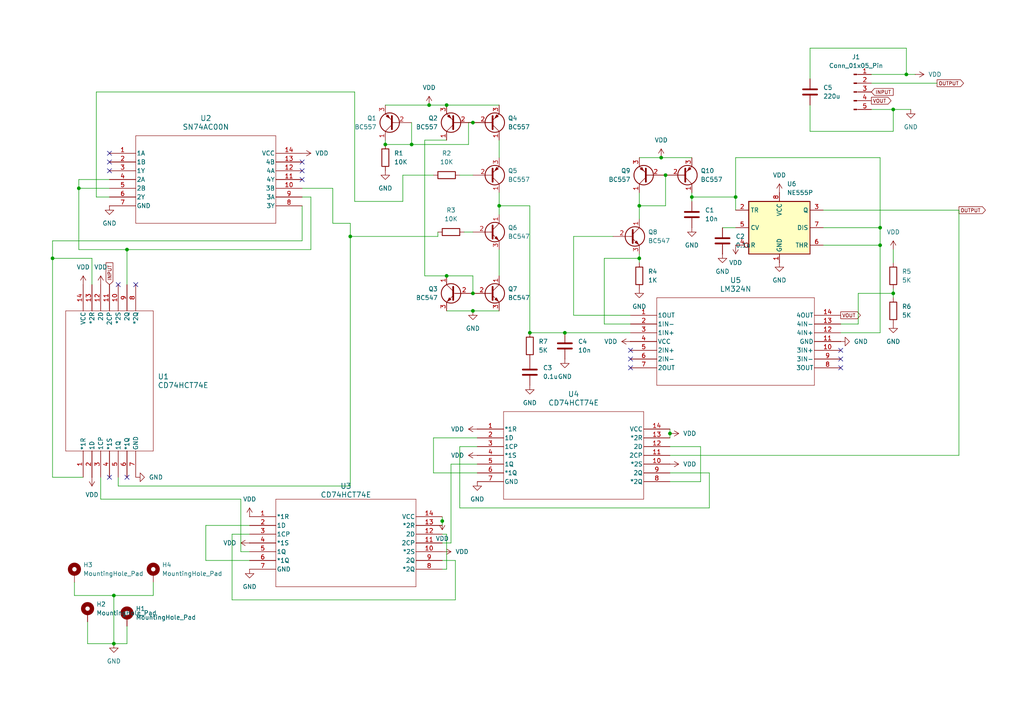
<source format=kicad_sch>
(kicad_sch
	(version 20231120)
	(generator "eeschema")
	(generator_version "8.0")
	(uuid "fa1027b1-33f2-4b80-9ca6-66a895626591")
	(paper "A4")
	(lib_symbols
		(symbol "74HCT74:CD74HCT74E"
			(pin_names
				(offset 0.254)
			)
			(exclude_from_sim no)
			(in_bom yes)
			(on_board yes)
			(property "Reference" "U"
				(at 27.94 10.16 0)
				(effects
					(font
						(size 1.524 1.524)
					)
				)
			)
			(property "Value" "CD74HCT74E"
				(at 27.94 7.62 0)
				(effects
					(font
						(size 1.524 1.524)
					)
				)
			)
			(property "Footprint" "N14"
				(at 0 0 0)
				(effects
					(font
						(size 1.27 1.27)
						(italic yes)
					)
					(hide yes)
				)
			)
			(property "Datasheet" "CD74HCT74E"
				(at 0 0 0)
				(effects
					(font
						(size 1.27 1.27)
						(italic yes)
					)
					(hide yes)
				)
			)
			(property "Description" ""
				(at 0 0 0)
				(effects
					(font
						(size 1.27 1.27)
					)
					(hide yes)
				)
			)
			(property "ki_locked" ""
				(at 0 0 0)
				(effects
					(font
						(size 1.27 1.27)
					)
				)
			)
			(property "ki_keywords" "CD74HCT74E"
				(at 0 0 0)
				(effects
					(font
						(size 1.27 1.27)
					)
					(hide yes)
				)
			)
			(property "ki_fp_filters" "N14"
				(at 0 0 0)
				(effects
					(font
						(size 1.27 1.27)
					)
					(hide yes)
				)
			)
			(symbol "CD74HCT74E_0_1"
				(polyline
					(pts
						(xy 7.62 -20.32) (xy 48.26 -20.32)
					)
					(stroke
						(width 0.127)
						(type default)
					)
					(fill
						(type none)
					)
				)
				(polyline
					(pts
						(xy 7.62 5.08) (xy 7.62 -20.32)
					)
					(stroke
						(width 0.127)
						(type default)
					)
					(fill
						(type none)
					)
				)
				(polyline
					(pts
						(xy 48.26 -20.32) (xy 48.26 5.08)
					)
					(stroke
						(width 0.127)
						(type default)
					)
					(fill
						(type none)
					)
				)
				(polyline
					(pts
						(xy 48.26 5.08) (xy 7.62 5.08)
					)
					(stroke
						(width 0.127)
						(type default)
					)
					(fill
						(type none)
					)
				)
				(pin input line
					(at 0 0 0)
					(length 7.62)
					(name "*1R"
						(effects
							(font
								(size 1.27 1.27)
							)
						)
					)
					(number "1"
						(effects
							(font
								(size 1.27 1.27)
							)
						)
					)
				)
				(pin input line
					(at 55.88 -10.16 180)
					(length 7.62)
					(name "*2S"
						(effects
							(font
								(size 1.27 1.27)
							)
						)
					)
					(number "10"
						(effects
							(font
								(size 1.27 1.27)
							)
						)
					)
				)
				(pin input line
					(at 55.88 -7.62 180)
					(length 7.62)
					(name "2CP"
						(effects
							(font
								(size 1.27 1.27)
							)
						)
					)
					(number "11"
						(effects
							(font
								(size 1.27 1.27)
							)
						)
					)
				)
				(pin input line
					(at 55.88 -5.08 180)
					(length 7.62)
					(name "2D"
						(effects
							(font
								(size 1.27 1.27)
							)
						)
					)
					(number "12"
						(effects
							(font
								(size 1.27 1.27)
							)
						)
					)
				)
				(pin input line
					(at 55.88 -2.54 180)
					(length 7.62)
					(name "*2R"
						(effects
							(font
								(size 1.27 1.27)
							)
						)
					)
					(number "13"
						(effects
							(font
								(size 1.27 1.27)
							)
						)
					)
				)
				(pin power_in line
					(at 55.88 0 180)
					(length 7.62)
					(name "VCC"
						(effects
							(font
								(size 1.27 1.27)
							)
						)
					)
					(number "14"
						(effects
							(font
								(size 1.27 1.27)
							)
						)
					)
				)
				(pin input line
					(at 0 -2.54 0)
					(length 7.62)
					(name "1D"
						(effects
							(font
								(size 1.27 1.27)
							)
						)
					)
					(number "2"
						(effects
							(font
								(size 1.27 1.27)
							)
						)
					)
				)
				(pin input line
					(at 0 -5.08 0)
					(length 7.62)
					(name "1CP"
						(effects
							(font
								(size 1.27 1.27)
							)
						)
					)
					(number "3"
						(effects
							(font
								(size 1.27 1.27)
							)
						)
					)
				)
				(pin input line
					(at 0 -7.62 0)
					(length 7.62)
					(name "*1S"
						(effects
							(font
								(size 1.27 1.27)
							)
						)
					)
					(number "4"
						(effects
							(font
								(size 1.27 1.27)
							)
						)
					)
				)
				(pin output line
					(at 0 -10.16 0)
					(length 7.62)
					(name "1Q"
						(effects
							(font
								(size 1.27 1.27)
							)
						)
					)
					(number "5"
						(effects
							(font
								(size 1.27 1.27)
							)
						)
					)
				)
				(pin output line
					(at 0 -12.7 0)
					(length 7.62)
					(name "*1Q"
						(effects
							(font
								(size 1.27 1.27)
							)
						)
					)
					(number "6"
						(effects
							(font
								(size 1.27 1.27)
							)
						)
					)
				)
				(pin power_in line
					(at 0 -15.24 0)
					(length 7.62)
					(name "GND"
						(effects
							(font
								(size 1.27 1.27)
							)
						)
					)
					(number "7"
						(effects
							(font
								(size 1.27 1.27)
							)
						)
					)
				)
				(pin output line
					(at 55.88 -15.24 180)
					(length 7.62)
					(name "*2Q"
						(effects
							(font
								(size 1.27 1.27)
							)
						)
					)
					(number "8"
						(effects
							(font
								(size 1.27 1.27)
							)
						)
					)
				)
				(pin output line
					(at 55.88 -12.7 180)
					(length 7.62)
					(name "2Q"
						(effects
							(font
								(size 1.27 1.27)
							)
						)
					)
					(number "9"
						(effects
							(font
								(size 1.27 1.27)
							)
						)
					)
				)
			)
		)
		(symbol "Connector:Conn_01x05_Pin"
			(pin_names
				(offset 1.016) hide)
			(exclude_from_sim no)
			(in_bom yes)
			(on_board yes)
			(property "Reference" "J"
				(at 0 7.62 0)
				(effects
					(font
						(size 1.27 1.27)
					)
				)
			)
			(property "Value" "Conn_01x05_Pin"
				(at 0 -7.62 0)
				(effects
					(font
						(size 1.27 1.27)
					)
				)
			)
			(property "Footprint" ""
				(at 0 0 0)
				(effects
					(font
						(size 1.27 1.27)
					)
					(hide yes)
				)
			)
			(property "Datasheet" "~"
				(at 0 0 0)
				(effects
					(font
						(size 1.27 1.27)
					)
					(hide yes)
				)
			)
			(property "Description" "Generic connector, single row, 01x05, script generated"
				(at 0 0 0)
				(effects
					(font
						(size 1.27 1.27)
					)
					(hide yes)
				)
			)
			(property "ki_locked" ""
				(at 0 0 0)
				(effects
					(font
						(size 1.27 1.27)
					)
				)
			)
			(property "ki_keywords" "connector"
				(at 0 0 0)
				(effects
					(font
						(size 1.27 1.27)
					)
					(hide yes)
				)
			)
			(property "ki_fp_filters" "Connector*:*_1x??_*"
				(at 0 0 0)
				(effects
					(font
						(size 1.27 1.27)
					)
					(hide yes)
				)
			)
			(symbol "Conn_01x05_Pin_1_1"
				(polyline
					(pts
						(xy 1.27 -5.08) (xy 0.8636 -5.08)
					)
					(stroke
						(width 0.1524)
						(type default)
					)
					(fill
						(type none)
					)
				)
				(polyline
					(pts
						(xy 1.27 -2.54) (xy 0.8636 -2.54)
					)
					(stroke
						(width 0.1524)
						(type default)
					)
					(fill
						(type none)
					)
				)
				(polyline
					(pts
						(xy 1.27 0) (xy 0.8636 0)
					)
					(stroke
						(width 0.1524)
						(type default)
					)
					(fill
						(type none)
					)
				)
				(polyline
					(pts
						(xy 1.27 2.54) (xy 0.8636 2.54)
					)
					(stroke
						(width 0.1524)
						(type default)
					)
					(fill
						(type none)
					)
				)
				(polyline
					(pts
						(xy 1.27 5.08) (xy 0.8636 5.08)
					)
					(stroke
						(width 0.1524)
						(type default)
					)
					(fill
						(type none)
					)
				)
				(rectangle
					(start 0.8636 -4.953)
					(end 0 -5.207)
					(stroke
						(width 0.1524)
						(type default)
					)
					(fill
						(type outline)
					)
				)
				(rectangle
					(start 0.8636 -2.413)
					(end 0 -2.667)
					(stroke
						(width 0.1524)
						(type default)
					)
					(fill
						(type outline)
					)
				)
				(rectangle
					(start 0.8636 0.127)
					(end 0 -0.127)
					(stroke
						(width 0.1524)
						(type default)
					)
					(fill
						(type outline)
					)
				)
				(rectangle
					(start 0.8636 2.667)
					(end 0 2.413)
					(stroke
						(width 0.1524)
						(type default)
					)
					(fill
						(type outline)
					)
				)
				(rectangle
					(start 0.8636 5.207)
					(end 0 4.953)
					(stroke
						(width 0.1524)
						(type default)
					)
					(fill
						(type outline)
					)
				)
				(pin passive line
					(at 5.08 5.08 180)
					(length 3.81)
					(name "Pin_1"
						(effects
							(font
								(size 1.27 1.27)
							)
						)
					)
					(number "1"
						(effects
							(font
								(size 1.27 1.27)
							)
						)
					)
				)
				(pin passive line
					(at 5.08 2.54 180)
					(length 3.81)
					(name "Pin_2"
						(effects
							(font
								(size 1.27 1.27)
							)
						)
					)
					(number "2"
						(effects
							(font
								(size 1.27 1.27)
							)
						)
					)
				)
				(pin passive line
					(at 5.08 0 180)
					(length 3.81)
					(name "Pin_3"
						(effects
							(font
								(size 1.27 1.27)
							)
						)
					)
					(number "3"
						(effects
							(font
								(size 1.27 1.27)
							)
						)
					)
				)
				(pin passive line
					(at 5.08 -2.54 180)
					(length 3.81)
					(name "Pin_4"
						(effects
							(font
								(size 1.27 1.27)
							)
						)
					)
					(number "4"
						(effects
							(font
								(size 1.27 1.27)
							)
						)
					)
				)
				(pin passive line
					(at 5.08 -5.08 180)
					(length 3.81)
					(name "Pin_5"
						(effects
							(font
								(size 1.27 1.27)
							)
						)
					)
					(number "5"
						(effects
							(font
								(size 1.27 1.27)
							)
						)
					)
				)
			)
		)
		(symbol "Device:C"
			(pin_numbers hide)
			(pin_names
				(offset 0.254)
			)
			(exclude_from_sim no)
			(in_bom yes)
			(on_board yes)
			(property "Reference" "C"
				(at 0.635 2.54 0)
				(effects
					(font
						(size 1.27 1.27)
					)
					(justify left)
				)
			)
			(property "Value" "C"
				(at 0.635 -2.54 0)
				(effects
					(font
						(size 1.27 1.27)
					)
					(justify left)
				)
			)
			(property "Footprint" ""
				(at 0.9652 -3.81 0)
				(effects
					(font
						(size 1.27 1.27)
					)
					(hide yes)
				)
			)
			(property "Datasheet" "~"
				(at 0 0 0)
				(effects
					(font
						(size 1.27 1.27)
					)
					(hide yes)
				)
			)
			(property "Description" "Unpolarized capacitor"
				(at 0 0 0)
				(effects
					(font
						(size 1.27 1.27)
					)
					(hide yes)
				)
			)
			(property "ki_keywords" "cap capacitor"
				(at 0 0 0)
				(effects
					(font
						(size 1.27 1.27)
					)
					(hide yes)
				)
			)
			(property "ki_fp_filters" "C_*"
				(at 0 0 0)
				(effects
					(font
						(size 1.27 1.27)
					)
					(hide yes)
				)
			)
			(symbol "C_0_1"
				(polyline
					(pts
						(xy -2.032 -0.762) (xy 2.032 -0.762)
					)
					(stroke
						(width 0.508)
						(type default)
					)
					(fill
						(type none)
					)
				)
				(polyline
					(pts
						(xy -2.032 0.762) (xy 2.032 0.762)
					)
					(stroke
						(width 0.508)
						(type default)
					)
					(fill
						(type none)
					)
				)
			)
			(symbol "C_1_1"
				(pin passive line
					(at 0 3.81 270)
					(length 2.794)
					(name "~"
						(effects
							(font
								(size 1.27 1.27)
							)
						)
					)
					(number "1"
						(effects
							(font
								(size 1.27 1.27)
							)
						)
					)
				)
				(pin passive line
					(at 0 -3.81 90)
					(length 2.794)
					(name "~"
						(effects
							(font
								(size 1.27 1.27)
							)
						)
					)
					(number "2"
						(effects
							(font
								(size 1.27 1.27)
							)
						)
					)
				)
			)
		)
		(symbol "Device:R"
			(pin_numbers hide)
			(pin_names
				(offset 0)
			)
			(exclude_from_sim no)
			(in_bom yes)
			(on_board yes)
			(property "Reference" "R"
				(at 2.032 0 90)
				(effects
					(font
						(size 1.27 1.27)
					)
				)
			)
			(property "Value" "R"
				(at 0 0 90)
				(effects
					(font
						(size 1.27 1.27)
					)
				)
			)
			(property "Footprint" ""
				(at -1.778 0 90)
				(effects
					(font
						(size 1.27 1.27)
					)
					(hide yes)
				)
			)
			(property "Datasheet" "~"
				(at 0 0 0)
				(effects
					(font
						(size 1.27 1.27)
					)
					(hide yes)
				)
			)
			(property "Description" "Resistor"
				(at 0 0 0)
				(effects
					(font
						(size 1.27 1.27)
					)
					(hide yes)
				)
			)
			(property "ki_keywords" "R res resistor"
				(at 0 0 0)
				(effects
					(font
						(size 1.27 1.27)
					)
					(hide yes)
				)
			)
			(property "ki_fp_filters" "R_*"
				(at 0 0 0)
				(effects
					(font
						(size 1.27 1.27)
					)
					(hide yes)
				)
			)
			(symbol "R_0_1"
				(rectangle
					(start -1.016 -2.54)
					(end 1.016 2.54)
					(stroke
						(width 0.254)
						(type default)
					)
					(fill
						(type none)
					)
				)
			)
			(symbol "R_1_1"
				(pin passive line
					(at 0 3.81 270)
					(length 1.27)
					(name "~"
						(effects
							(font
								(size 1.27 1.27)
							)
						)
					)
					(number "1"
						(effects
							(font
								(size 1.27 1.27)
							)
						)
					)
				)
				(pin passive line
					(at 0 -3.81 90)
					(length 1.27)
					(name "~"
						(effects
							(font
								(size 1.27 1.27)
							)
						)
					)
					(number "2"
						(effects
							(font
								(size 1.27 1.27)
							)
						)
					)
				)
			)
		)
		(symbol "LM324:LM324N"
			(pin_names
				(offset 0.254)
			)
			(exclude_from_sim no)
			(in_bom yes)
			(on_board yes)
			(property "Reference" "U"
				(at 30.48 10.16 0)
				(effects
					(font
						(size 1.524 1.524)
					)
				)
			)
			(property "Value" "LM324N"
				(at 30.48 7.62 0)
				(effects
					(font
						(size 1.524 1.524)
					)
				)
			)
			(property "Footprint" "N14"
				(at 0 0 0)
				(effects
					(font
						(size 1.27 1.27)
						(italic yes)
					)
					(hide yes)
				)
			)
			(property "Datasheet" "LM324N"
				(at 0 0 0)
				(effects
					(font
						(size 1.27 1.27)
						(italic yes)
					)
					(hide yes)
				)
			)
			(property "Description" ""
				(at 0 0 0)
				(effects
					(font
						(size 1.27 1.27)
					)
					(hide yes)
				)
			)
			(property "ki_locked" ""
				(at 0 0 0)
				(effects
					(font
						(size 1.27 1.27)
					)
				)
			)
			(property "ki_keywords" "LM324N"
				(at 0 0 0)
				(effects
					(font
						(size 1.27 1.27)
					)
					(hide yes)
				)
			)
			(property "ki_fp_filters" "N14"
				(at 0 0 0)
				(effects
					(font
						(size 1.27 1.27)
					)
					(hide yes)
				)
			)
			(symbol "LM324N_0_1"
				(polyline
					(pts
						(xy 7.62 -20.32) (xy 53.34 -20.32)
					)
					(stroke
						(width 0.127)
						(type default)
					)
					(fill
						(type none)
					)
				)
				(polyline
					(pts
						(xy 7.62 5.08) (xy 7.62 -20.32)
					)
					(stroke
						(width 0.127)
						(type default)
					)
					(fill
						(type none)
					)
				)
				(polyline
					(pts
						(xy 53.34 -20.32) (xy 53.34 5.08)
					)
					(stroke
						(width 0.127)
						(type default)
					)
					(fill
						(type none)
					)
				)
				(polyline
					(pts
						(xy 53.34 5.08) (xy 7.62 5.08)
					)
					(stroke
						(width 0.127)
						(type default)
					)
					(fill
						(type none)
					)
				)
				(pin output line
					(at 0 0 0)
					(length 7.62)
					(name "1OUT"
						(effects
							(font
								(size 1.27 1.27)
							)
						)
					)
					(number "1"
						(effects
							(font
								(size 1.27 1.27)
							)
						)
					)
				)
				(pin input line
					(at 60.96 -10.16 180)
					(length 7.62)
					(name "3IN+"
						(effects
							(font
								(size 1.27 1.27)
							)
						)
					)
					(number "10"
						(effects
							(font
								(size 1.27 1.27)
							)
						)
					)
				)
				(pin power_in line
					(at 60.96 -7.62 180)
					(length 7.62)
					(name "GND"
						(effects
							(font
								(size 1.27 1.27)
							)
						)
					)
					(number "11"
						(effects
							(font
								(size 1.27 1.27)
							)
						)
					)
				)
				(pin input line
					(at 60.96 -5.08 180)
					(length 7.62)
					(name "4IN+"
						(effects
							(font
								(size 1.27 1.27)
							)
						)
					)
					(number "12"
						(effects
							(font
								(size 1.27 1.27)
							)
						)
					)
				)
				(pin input line
					(at 60.96 -2.54 180)
					(length 7.62)
					(name "4IN-"
						(effects
							(font
								(size 1.27 1.27)
							)
						)
					)
					(number "13"
						(effects
							(font
								(size 1.27 1.27)
							)
						)
					)
				)
				(pin output line
					(at 60.96 0 180)
					(length 7.62)
					(name "4OUT"
						(effects
							(font
								(size 1.27 1.27)
							)
						)
					)
					(number "14"
						(effects
							(font
								(size 1.27 1.27)
							)
						)
					)
				)
				(pin input line
					(at 0 -2.54 0)
					(length 7.62)
					(name "1IN-"
						(effects
							(font
								(size 1.27 1.27)
							)
						)
					)
					(number "2"
						(effects
							(font
								(size 1.27 1.27)
							)
						)
					)
				)
				(pin input line
					(at 0 -5.08 0)
					(length 7.62)
					(name "1IN+"
						(effects
							(font
								(size 1.27 1.27)
							)
						)
					)
					(number "3"
						(effects
							(font
								(size 1.27 1.27)
							)
						)
					)
				)
				(pin power_in line
					(at 0 -7.62 0)
					(length 7.62)
					(name "VCC"
						(effects
							(font
								(size 1.27 1.27)
							)
						)
					)
					(number "4"
						(effects
							(font
								(size 1.27 1.27)
							)
						)
					)
				)
				(pin input line
					(at 0 -10.16 0)
					(length 7.62)
					(name "2IN+"
						(effects
							(font
								(size 1.27 1.27)
							)
						)
					)
					(number "5"
						(effects
							(font
								(size 1.27 1.27)
							)
						)
					)
				)
				(pin input line
					(at 0 -12.7 0)
					(length 7.62)
					(name "2IN-"
						(effects
							(font
								(size 1.27 1.27)
							)
						)
					)
					(number "6"
						(effects
							(font
								(size 1.27 1.27)
							)
						)
					)
				)
				(pin output line
					(at 0 -15.24 0)
					(length 7.62)
					(name "2OUT"
						(effects
							(font
								(size 1.27 1.27)
							)
						)
					)
					(number "7"
						(effects
							(font
								(size 1.27 1.27)
							)
						)
					)
				)
				(pin output line
					(at 60.96 -15.24 180)
					(length 7.62)
					(name "3OUT"
						(effects
							(font
								(size 1.27 1.27)
							)
						)
					)
					(number "8"
						(effects
							(font
								(size 1.27 1.27)
							)
						)
					)
				)
				(pin input line
					(at 60.96 -12.7 180)
					(length 7.62)
					(name "3IN-"
						(effects
							(font
								(size 1.27 1.27)
							)
						)
					)
					(number "9"
						(effects
							(font
								(size 1.27 1.27)
							)
						)
					)
				)
			)
		)
		(symbol "Mechanical:MountingHole_Pad"
			(pin_numbers hide)
			(pin_names
				(offset 1.016) hide)
			(exclude_from_sim yes)
			(in_bom no)
			(on_board yes)
			(property "Reference" "H"
				(at 0 6.35 0)
				(effects
					(font
						(size 1.27 1.27)
					)
				)
			)
			(property "Value" "MountingHole_Pad"
				(at 0 4.445 0)
				(effects
					(font
						(size 1.27 1.27)
					)
				)
			)
			(property "Footprint" ""
				(at 0 0 0)
				(effects
					(font
						(size 1.27 1.27)
					)
					(hide yes)
				)
			)
			(property "Datasheet" "~"
				(at 0 0 0)
				(effects
					(font
						(size 1.27 1.27)
					)
					(hide yes)
				)
			)
			(property "Description" "Mounting Hole with connection"
				(at 0 0 0)
				(effects
					(font
						(size 1.27 1.27)
					)
					(hide yes)
				)
			)
			(property "ki_keywords" "mounting hole"
				(at 0 0 0)
				(effects
					(font
						(size 1.27 1.27)
					)
					(hide yes)
				)
			)
			(property "ki_fp_filters" "MountingHole*Pad*"
				(at 0 0 0)
				(effects
					(font
						(size 1.27 1.27)
					)
					(hide yes)
				)
			)
			(symbol "MountingHole_Pad_0_1"
				(circle
					(center 0 1.27)
					(radius 1.27)
					(stroke
						(width 1.27)
						(type default)
					)
					(fill
						(type none)
					)
				)
			)
			(symbol "MountingHole_Pad_1_1"
				(pin input line
					(at 0 -2.54 90)
					(length 2.54)
					(name "1"
						(effects
							(font
								(size 1.27 1.27)
							)
						)
					)
					(number "1"
						(effects
							(font
								(size 1.27 1.27)
							)
						)
					)
				)
			)
		)
		(symbol "SN74AC00N:SN74AC00N"
			(pin_names
				(offset 0.254)
			)
			(exclude_from_sim no)
			(in_bom yes)
			(on_board yes)
			(property "Reference" "U"
				(at 27.94 10.16 0)
				(effects
					(font
						(size 1.524 1.524)
					)
				)
			)
			(property "Value" "SN74AC00N"
				(at 27.94 7.62 0)
				(effects
					(font
						(size 1.524 1.524)
					)
				)
			)
			(property "Footprint" "N14"
				(at 0 0 0)
				(effects
					(font
						(size 1.27 1.27)
						(italic yes)
					)
					(hide yes)
				)
			)
			(property "Datasheet" "SN74AC00N"
				(at 0 0 0)
				(effects
					(font
						(size 1.27 1.27)
						(italic yes)
					)
					(hide yes)
				)
			)
			(property "Description" ""
				(at 0 0 0)
				(effects
					(font
						(size 1.27 1.27)
					)
					(hide yes)
				)
			)
			(property "ki_locked" ""
				(at 0 0 0)
				(effects
					(font
						(size 1.27 1.27)
					)
				)
			)
			(property "ki_keywords" "SN74AC00N"
				(at 0 0 0)
				(effects
					(font
						(size 1.27 1.27)
					)
					(hide yes)
				)
			)
			(property "ki_fp_filters" "N14"
				(at 0 0 0)
				(effects
					(font
						(size 1.27 1.27)
					)
					(hide yes)
				)
			)
			(symbol "SN74AC00N_0_1"
				(polyline
					(pts
						(xy 7.62 -20.32) (xy 48.26 -20.32)
					)
					(stroke
						(width 0.127)
						(type default)
					)
					(fill
						(type none)
					)
				)
				(polyline
					(pts
						(xy 7.62 5.08) (xy 7.62 -20.32)
					)
					(stroke
						(width 0.127)
						(type default)
					)
					(fill
						(type none)
					)
				)
				(polyline
					(pts
						(xy 48.26 -20.32) (xy 48.26 5.08)
					)
					(stroke
						(width 0.127)
						(type default)
					)
					(fill
						(type none)
					)
				)
				(polyline
					(pts
						(xy 48.26 5.08) (xy 7.62 5.08)
					)
					(stroke
						(width 0.127)
						(type default)
					)
					(fill
						(type none)
					)
				)
				(pin input line
					(at 0 0 0)
					(length 7.62)
					(name "1A"
						(effects
							(font
								(size 1.27 1.27)
							)
						)
					)
					(number "1"
						(effects
							(font
								(size 1.27 1.27)
							)
						)
					)
				)
				(pin input line
					(at 55.88 -10.16 180)
					(length 7.62)
					(name "3B"
						(effects
							(font
								(size 1.27 1.27)
							)
						)
					)
					(number "10"
						(effects
							(font
								(size 1.27 1.27)
							)
						)
					)
				)
				(pin output line
					(at 55.88 -7.62 180)
					(length 7.62)
					(name "4Y"
						(effects
							(font
								(size 1.27 1.27)
							)
						)
					)
					(number "11"
						(effects
							(font
								(size 1.27 1.27)
							)
						)
					)
				)
				(pin input line
					(at 55.88 -5.08 180)
					(length 7.62)
					(name "4A"
						(effects
							(font
								(size 1.27 1.27)
							)
						)
					)
					(number "12"
						(effects
							(font
								(size 1.27 1.27)
							)
						)
					)
				)
				(pin input line
					(at 55.88 -2.54 180)
					(length 7.62)
					(name "4B"
						(effects
							(font
								(size 1.27 1.27)
							)
						)
					)
					(number "13"
						(effects
							(font
								(size 1.27 1.27)
							)
						)
					)
				)
				(pin power_in line
					(at 55.88 0 180)
					(length 7.62)
					(name "VCC"
						(effects
							(font
								(size 1.27 1.27)
							)
						)
					)
					(number "14"
						(effects
							(font
								(size 1.27 1.27)
							)
						)
					)
				)
				(pin input line
					(at 0 -2.54 0)
					(length 7.62)
					(name "1B"
						(effects
							(font
								(size 1.27 1.27)
							)
						)
					)
					(number "2"
						(effects
							(font
								(size 1.27 1.27)
							)
						)
					)
				)
				(pin output line
					(at 0 -5.08 0)
					(length 7.62)
					(name "1Y"
						(effects
							(font
								(size 1.27 1.27)
							)
						)
					)
					(number "3"
						(effects
							(font
								(size 1.27 1.27)
							)
						)
					)
				)
				(pin input line
					(at 0 -7.62 0)
					(length 7.62)
					(name "2A"
						(effects
							(font
								(size 1.27 1.27)
							)
						)
					)
					(number "4"
						(effects
							(font
								(size 1.27 1.27)
							)
						)
					)
				)
				(pin input line
					(at 0 -10.16 0)
					(length 7.62)
					(name "2B"
						(effects
							(font
								(size 1.27 1.27)
							)
						)
					)
					(number "5"
						(effects
							(font
								(size 1.27 1.27)
							)
						)
					)
				)
				(pin output line
					(at 0 -12.7 0)
					(length 7.62)
					(name "2Y"
						(effects
							(font
								(size 1.27 1.27)
							)
						)
					)
					(number "6"
						(effects
							(font
								(size 1.27 1.27)
							)
						)
					)
				)
				(pin power_in line
					(at 0 -15.24 0)
					(length 7.62)
					(name "GND"
						(effects
							(font
								(size 1.27 1.27)
							)
						)
					)
					(number "7"
						(effects
							(font
								(size 1.27 1.27)
							)
						)
					)
				)
				(pin output line
					(at 55.88 -15.24 180)
					(length 7.62)
					(name "3Y"
						(effects
							(font
								(size 1.27 1.27)
							)
						)
					)
					(number "8"
						(effects
							(font
								(size 1.27 1.27)
							)
						)
					)
				)
				(pin input line
					(at 55.88 -12.7 180)
					(length 7.62)
					(name "3A"
						(effects
							(font
								(size 1.27 1.27)
							)
						)
					)
					(number "9"
						(effects
							(font
								(size 1.27 1.27)
							)
						)
					)
				)
			)
		)
		(symbol "Timer:NE555P"
			(exclude_from_sim no)
			(in_bom yes)
			(on_board yes)
			(property "Reference" "U"
				(at -10.16 8.89 0)
				(effects
					(font
						(size 1.27 1.27)
					)
					(justify left)
				)
			)
			(property "Value" "NE555P"
				(at 2.54 8.89 0)
				(effects
					(font
						(size 1.27 1.27)
					)
					(justify left)
				)
			)
			(property "Footprint" "Package_DIP:DIP-8_W7.62mm"
				(at 16.51 -10.16 0)
				(effects
					(font
						(size 1.27 1.27)
					)
					(hide yes)
				)
			)
			(property "Datasheet" "http://www.ti.com/lit/ds/symlink/ne555.pdf"
				(at 21.59 -10.16 0)
				(effects
					(font
						(size 1.27 1.27)
					)
					(hide yes)
				)
			)
			(property "Description" "Precision Timers, 555 compatible,  PDIP-8"
				(at 0 0 0)
				(effects
					(font
						(size 1.27 1.27)
					)
					(hide yes)
				)
			)
			(property "ki_keywords" "single timer 555"
				(at 0 0 0)
				(effects
					(font
						(size 1.27 1.27)
					)
					(hide yes)
				)
			)
			(property "ki_fp_filters" "DIP*W7.62mm*"
				(at 0 0 0)
				(effects
					(font
						(size 1.27 1.27)
					)
					(hide yes)
				)
			)
			(symbol "NE555P_0_0"
				(pin power_in line
					(at 0 -10.16 90)
					(length 2.54)
					(name "GND"
						(effects
							(font
								(size 1.27 1.27)
							)
						)
					)
					(number "1"
						(effects
							(font
								(size 1.27 1.27)
							)
						)
					)
				)
				(pin power_in line
					(at 0 10.16 270)
					(length 2.54)
					(name "VCC"
						(effects
							(font
								(size 1.27 1.27)
							)
						)
					)
					(number "8"
						(effects
							(font
								(size 1.27 1.27)
							)
						)
					)
				)
			)
			(symbol "NE555P_0_1"
				(rectangle
					(start -8.89 -7.62)
					(end 8.89 7.62)
					(stroke
						(width 0.254)
						(type default)
					)
					(fill
						(type background)
					)
				)
				(rectangle
					(start -8.89 -7.62)
					(end 8.89 7.62)
					(stroke
						(width 0.254)
						(type default)
					)
					(fill
						(type background)
					)
				)
			)
			(symbol "NE555P_1_1"
				(pin input line
					(at -12.7 5.08 0)
					(length 3.81)
					(name "TR"
						(effects
							(font
								(size 1.27 1.27)
							)
						)
					)
					(number "2"
						(effects
							(font
								(size 1.27 1.27)
							)
						)
					)
				)
				(pin output line
					(at 12.7 5.08 180)
					(length 3.81)
					(name "Q"
						(effects
							(font
								(size 1.27 1.27)
							)
						)
					)
					(number "3"
						(effects
							(font
								(size 1.27 1.27)
							)
						)
					)
				)
				(pin input inverted
					(at -12.7 -5.08 0)
					(length 3.81)
					(name "R"
						(effects
							(font
								(size 1.27 1.27)
							)
						)
					)
					(number "4"
						(effects
							(font
								(size 1.27 1.27)
							)
						)
					)
				)
				(pin input line
					(at -12.7 0 0)
					(length 3.81)
					(name "CV"
						(effects
							(font
								(size 1.27 1.27)
							)
						)
					)
					(number "5"
						(effects
							(font
								(size 1.27 1.27)
							)
						)
					)
				)
				(pin input line
					(at 12.7 -5.08 180)
					(length 3.81)
					(name "THR"
						(effects
							(font
								(size 1.27 1.27)
							)
						)
					)
					(number "6"
						(effects
							(font
								(size 1.27 1.27)
							)
						)
					)
				)
				(pin input line
					(at 12.7 0 180)
					(length 3.81)
					(name "DIS"
						(effects
							(font
								(size 1.27 1.27)
							)
						)
					)
					(number "7"
						(effects
							(font
								(size 1.27 1.27)
							)
						)
					)
				)
			)
		)
		(symbol "Transistor_BJT:BC547"
			(pin_names
				(offset 0) hide)
			(exclude_from_sim no)
			(in_bom yes)
			(on_board yes)
			(property "Reference" "Q"
				(at 5.08 1.905 0)
				(effects
					(font
						(size 1.27 1.27)
					)
					(justify left)
				)
			)
			(property "Value" "BC547"
				(at 5.08 0 0)
				(effects
					(font
						(size 1.27 1.27)
					)
					(justify left)
				)
			)
			(property "Footprint" "Package_TO_SOT_THT:TO-92_Inline"
				(at 5.08 -1.905 0)
				(effects
					(font
						(size 1.27 1.27)
						(italic yes)
					)
					(justify left)
					(hide yes)
				)
			)
			(property "Datasheet" "https://www.onsemi.com/pub/Collateral/BC550-D.pdf"
				(at 0 0 0)
				(effects
					(font
						(size 1.27 1.27)
					)
					(justify left)
					(hide yes)
				)
			)
			(property "Description" "0.1A Ic, 45V Vce, Small Signal NPN Transistor, TO-92"
				(at 0 0 0)
				(effects
					(font
						(size 1.27 1.27)
					)
					(hide yes)
				)
			)
			(property "ki_keywords" "NPN Transistor"
				(at 0 0 0)
				(effects
					(font
						(size 1.27 1.27)
					)
					(hide yes)
				)
			)
			(property "ki_fp_filters" "TO?92*"
				(at 0 0 0)
				(effects
					(font
						(size 1.27 1.27)
					)
					(hide yes)
				)
			)
			(symbol "BC547_0_1"
				(polyline
					(pts
						(xy 0 0) (xy 0.635 0)
					)
					(stroke
						(width 0)
						(type default)
					)
					(fill
						(type none)
					)
				)
				(polyline
					(pts
						(xy 0.635 0.635) (xy 2.54 2.54)
					)
					(stroke
						(width 0)
						(type default)
					)
					(fill
						(type none)
					)
				)
				(polyline
					(pts
						(xy 0.635 -0.635) (xy 2.54 -2.54) (xy 2.54 -2.54)
					)
					(stroke
						(width 0)
						(type default)
					)
					(fill
						(type none)
					)
				)
				(polyline
					(pts
						(xy 0.635 1.905) (xy 0.635 -1.905) (xy 0.635 -1.905)
					)
					(stroke
						(width 0.508)
						(type default)
					)
					(fill
						(type none)
					)
				)
				(polyline
					(pts
						(xy 1.27 -1.778) (xy 1.778 -1.27) (xy 2.286 -2.286) (xy 1.27 -1.778) (xy 1.27 -1.778)
					)
					(stroke
						(width 0)
						(type default)
					)
					(fill
						(type outline)
					)
				)
				(circle
					(center 1.27 0)
					(radius 2.8194)
					(stroke
						(width 0.254)
						(type default)
					)
					(fill
						(type none)
					)
				)
			)
			(symbol "BC547_1_1"
				(pin passive line
					(at 2.54 5.08 270)
					(length 2.54)
					(name "C"
						(effects
							(font
								(size 1.27 1.27)
							)
						)
					)
					(number "1"
						(effects
							(font
								(size 1.27 1.27)
							)
						)
					)
				)
				(pin input line
					(at -5.08 0 0)
					(length 5.08)
					(name "B"
						(effects
							(font
								(size 1.27 1.27)
							)
						)
					)
					(number "2"
						(effects
							(font
								(size 1.27 1.27)
							)
						)
					)
				)
				(pin passive line
					(at 2.54 -5.08 90)
					(length 2.54)
					(name "E"
						(effects
							(font
								(size 1.27 1.27)
							)
						)
					)
					(number "3"
						(effects
							(font
								(size 1.27 1.27)
							)
						)
					)
				)
			)
		)
		(symbol "Transistor_BJT:BC557"
			(pin_names
				(offset 0) hide)
			(exclude_from_sim no)
			(in_bom yes)
			(on_board yes)
			(property "Reference" "Q"
				(at 5.08 1.905 0)
				(effects
					(font
						(size 1.27 1.27)
					)
					(justify left)
				)
			)
			(property "Value" "BC557"
				(at 5.08 0 0)
				(effects
					(font
						(size 1.27 1.27)
					)
					(justify left)
				)
			)
			(property "Footprint" "Package_TO_SOT_THT:TO-92_Inline"
				(at 5.08 -1.905 0)
				(effects
					(font
						(size 1.27 1.27)
						(italic yes)
					)
					(justify left)
					(hide yes)
				)
			)
			(property "Datasheet" "https://www.onsemi.com/pub/Collateral/BC556BTA-D.pdf"
				(at 0 0 0)
				(effects
					(font
						(size 1.27 1.27)
					)
					(justify left)
					(hide yes)
				)
			)
			(property "Description" "0.1A Ic, 45V Vce, PNP Small Signal Transistor, TO-92"
				(at 0 0 0)
				(effects
					(font
						(size 1.27 1.27)
					)
					(hide yes)
				)
			)
			(property "ki_keywords" "PNP Transistor"
				(at 0 0 0)
				(effects
					(font
						(size 1.27 1.27)
					)
					(hide yes)
				)
			)
			(property "ki_fp_filters" "TO?92*"
				(at 0 0 0)
				(effects
					(font
						(size 1.27 1.27)
					)
					(hide yes)
				)
			)
			(symbol "BC557_0_1"
				(polyline
					(pts
						(xy 0.635 0.635) (xy 2.54 2.54)
					)
					(stroke
						(width 0)
						(type default)
					)
					(fill
						(type none)
					)
				)
				(polyline
					(pts
						(xy 0.635 -0.635) (xy 2.54 -2.54) (xy 2.54 -2.54)
					)
					(stroke
						(width 0)
						(type default)
					)
					(fill
						(type none)
					)
				)
				(polyline
					(pts
						(xy 0.635 1.905) (xy 0.635 -1.905) (xy 0.635 -1.905)
					)
					(stroke
						(width 0.508)
						(type default)
					)
					(fill
						(type none)
					)
				)
				(polyline
					(pts
						(xy 2.286 -1.778) (xy 1.778 -2.286) (xy 1.27 -1.27) (xy 2.286 -1.778) (xy 2.286 -1.778)
					)
					(stroke
						(width 0)
						(type default)
					)
					(fill
						(type outline)
					)
				)
				(circle
					(center 1.27 0)
					(radius 2.8194)
					(stroke
						(width 0.254)
						(type default)
					)
					(fill
						(type none)
					)
				)
			)
			(symbol "BC557_1_1"
				(pin passive line
					(at 2.54 5.08 270)
					(length 2.54)
					(name "C"
						(effects
							(font
								(size 1.27 1.27)
							)
						)
					)
					(number "1"
						(effects
							(font
								(size 1.27 1.27)
							)
						)
					)
				)
				(pin input line
					(at -5.08 0 0)
					(length 5.715)
					(name "B"
						(effects
							(font
								(size 1.27 1.27)
							)
						)
					)
					(number "2"
						(effects
							(font
								(size 1.27 1.27)
							)
						)
					)
				)
				(pin passive line
					(at 2.54 -5.08 90)
					(length 2.54)
					(name "E"
						(effects
							(font
								(size 1.27 1.27)
							)
						)
					)
					(number "3"
						(effects
							(font
								(size 1.27 1.27)
							)
						)
					)
				)
			)
		)
		(symbol "power:GND"
			(power)
			(pin_numbers hide)
			(pin_names
				(offset 0) hide)
			(exclude_from_sim no)
			(in_bom yes)
			(on_board yes)
			(property "Reference" "#PWR"
				(at 0 -6.35 0)
				(effects
					(font
						(size 1.27 1.27)
					)
					(hide yes)
				)
			)
			(property "Value" "GND"
				(at 0 -3.81 0)
				(effects
					(font
						(size 1.27 1.27)
					)
				)
			)
			(property "Footprint" ""
				(at 0 0 0)
				(effects
					(font
						(size 1.27 1.27)
					)
					(hide yes)
				)
			)
			(property "Datasheet" ""
				(at 0 0 0)
				(effects
					(font
						(size 1.27 1.27)
					)
					(hide yes)
				)
			)
			(property "Description" "Power symbol creates a global label with name \"GND\" , ground"
				(at 0 0 0)
				(effects
					(font
						(size 1.27 1.27)
					)
					(hide yes)
				)
			)
			(property "ki_keywords" "global power"
				(at 0 0 0)
				(effects
					(font
						(size 1.27 1.27)
					)
					(hide yes)
				)
			)
			(symbol "GND_0_1"
				(polyline
					(pts
						(xy 0 0) (xy 0 -1.27) (xy 1.27 -1.27) (xy 0 -2.54) (xy -1.27 -1.27) (xy 0 -1.27)
					)
					(stroke
						(width 0)
						(type default)
					)
					(fill
						(type none)
					)
				)
			)
			(symbol "GND_1_1"
				(pin power_in line
					(at 0 0 270)
					(length 0)
					(name "~"
						(effects
							(font
								(size 1.27 1.27)
							)
						)
					)
					(number "1"
						(effects
							(font
								(size 1.27 1.27)
							)
						)
					)
				)
			)
		)
		(symbol "power:VDD"
			(power)
			(pin_numbers hide)
			(pin_names
				(offset 0) hide)
			(exclude_from_sim no)
			(in_bom yes)
			(on_board yes)
			(property "Reference" "#PWR"
				(at 0 -3.81 0)
				(effects
					(font
						(size 1.27 1.27)
					)
					(hide yes)
				)
			)
			(property "Value" "VDD"
				(at 0 3.556 0)
				(effects
					(font
						(size 1.27 1.27)
					)
				)
			)
			(property "Footprint" ""
				(at 0 0 0)
				(effects
					(font
						(size 1.27 1.27)
					)
					(hide yes)
				)
			)
			(property "Datasheet" ""
				(at 0 0 0)
				(effects
					(font
						(size 1.27 1.27)
					)
					(hide yes)
				)
			)
			(property "Description" "Power symbol creates a global label with name \"VDD\""
				(at 0 0 0)
				(effects
					(font
						(size 1.27 1.27)
					)
					(hide yes)
				)
			)
			(property "ki_keywords" "global power"
				(at 0 0 0)
				(effects
					(font
						(size 1.27 1.27)
					)
					(hide yes)
				)
			)
			(symbol "VDD_0_1"
				(polyline
					(pts
						(xy -0.762 1.27) (xy 0 2.54)
					)
					(stroke
						(width 0)
						(type default)
					)
					(fill
						(type none)
					)
				)
				(polyline
					(pts
						(xy 0 0) (xy 0 2.54)
					)
					(stroke
						(width 0)
						(type default)
					)
					(fill
						(type none)
					)
				)
				(polyline
					(pts
						(xy 0 2.54) (xy 0.762 1.27)
					)
					(stroke
						(width 0)
						(type default)
					)
					(fill
						(type none)
					)
				)
			)
			(symbol "VDD_1_1"
				(pin power_in line
					(at 0 0 90)
					(length 0)
					(name "~"
						(effects
							(font
								(size 1.27 1.27)
							)
						)
					)
					(number "1"
						(effects
							(font
								(size 1.27 1.27)
							)
						)
					)
				)
			)
		)
	)
	(junction
		(at 255.27 66.04)
		(diameter 0)
		(color 0 0 0 0)
		(uuid "0235f152-32bb-4d9a-9b28-083e19ff8dc1")
	)
	(junction
		(at 185.42 59.69)
		(diameter 0)
		(color 0 0 0 0)
		(uuid "2a6fdc30-08db-4cc9-8c0a-292b46b70c84")
	)
	(junction
		(at 262.89 21.59)
		(diameter 0)
		(color 0 0 0 0)
		(uuid "2de576e1-45be-4371-9ee9-1ae8587a8b58")
	)
	(junction
		(at 124.46 30.48)
		(diameter 0)
		(color 0 0 0 0)
		(uuid "3e0267a2-0b94-41e9-a02a-89e7ac0ef0a9")
	)
	(junction
		(at 33.02 186.69)
		(diameter 0)
		(color 0 0 0 0)
		(uuid "3feb0cd5-66fa-4233-9b2d-f5b1aa578794")
	)
	(junction
		(at 111.76 41.91)
		(diameter 0)
		(color 0 0 0 0)
		(uuid "467b651c-10fb-4b78-849f-df8bb3fc15d9")
	)
	(junction
		(at 163.83 96.52)
		(diameter 0)
		(color 0 0 0 0)
		(uuid "4a2d3318-ade7-4af8-8bb2-8831f727ee66")
	)
	(junction
		(at 194.31 125.73)
		(diameter 0)
		(color 0 0 0 0)
		(uuid "68c06611-438a-47db-b747-a5762ca1b969")
	)
	(junction
		(at 144.78 59.69)
		(diameter 0)
		(color 0 0 0 0)
		(uuid "76d28750-1d52-4780-a00d-dfee9396b3d2")
	)
	(junction
		(at 153.67 96.52)
		(diameter 0)
		(color 0 0 0 0)
		(uuid "78f205ac-4da2-4c4b-991e-38a0db0bdf98")
	)
	(junction
		(at 193.04 50.8)
		(diameter 0)
		(color 0 0 0 0)
		(uuid "83e3e356-bd0f-44a9-8606-8a0322fc2803")
	)
	(junction
		(at 128.27 151.13)
		(diameter 0)
		(color 0 0 0 0)
		(uuid "89d37d84-56d4-4b6e-ae05-0441081dec86")
	)
	(junction
		(at 137.16 35.56)
		(diameter 0)
		(color 0 0 0 0)
		(uuid "90daed7c-68bd-47a3-b7c3-cfd913b501f0")
	)
	(junction
		(at 22.86 54.61)
		(diameter 0)
		(color 0 0 0 0)
		(uuid "91680f58-0a86-449a-9c3c-831257de311c")
	)
	(junction
		(at 185.42 74.93)
		(diameter 0)
		(color 0 0 0 0)
		(uuid "97a2abf2-dddd-4757-9990-3df6140465b9")
	)
	(junction
		(at 15.24 74.93)
		(diameter 0)
		(color 0 0 0 0)
		(uuid "9c569ca6-2f19-429e-974e-12f702c1001c")
	)
	(junction
		(at 200.66 57.15)
		(diameter 0)
		(color 0 0 0 0)
		(uuid "a3426766-cb57-40b9-a668-5418ad12e34c")
	)
	(junction
		(at 101.6 68.58)
		(diameter 0)
		(color 0 0 0 0)
		(uuid "a35bc629-e6b4-4da6-9d7c-99ef62e4b061")
	)
	(junction
		(at 119.38 41.91)
		(diameter 0)
		(color 0 0 0 0)
		(uuid "a5b4dcb8-d3d8-499a-bcdb-72b601db6b8c")
	)
	(junction
		(at 255.27 71.12)
		(diameter 0)
		(color 0 0 0 0)
		(uuid "a917acc5-fd24-4972-9eb9-1d525a286bb6")
	)
	(junction
		(at 137.16 90.17)
		(diameter 0)
		(color 0 0 0 0)
		(uuid "aca361bf-631a-40d6-8195-fbb1b4b61a84")
	)
	(junction
		(at 129.54 80.01)
		(diameter 0)
		(color 0 0 0 0)
		(uuid "b3d8b056-fd54-4c04-95e2-4d29c29bb227")
	)
	(junction
		(at 137.16 85.09)
		(diameter 0)
		(color 0 0 0 0)
		(uuid "b689df5d-2df8-45ba-b3e5-15062abfc49f")
	)
	(junction
		(at 259.08 31.75)
		(diameter 0)
		(color 0 0 0 0)
		(uuid "b871654e-bff0-42f2-b54a-61738de223cd")
	)
	(junction
		(at 36.83 72.39)
		(diameter 0)
		(color 0 0 0 0)
		(uuid "c17813af-c8a8-4f66-ab7a-1ca6b157bbc3")
	)
	(junction
		(at 191.77 45.72)
		(diameter 0)
		(color 0 0 0 0)
		(uuid "d123fc6b-fc4f-4458-b596-f27579f9d894")
	)
	(junction
		(at 33.02 172.72)
		(diameter 0)
		(color 0 0 0 0)
		(uuid "da6c001f-0032-4d31-9f6e-1ba381f4f4fb")
	)
	(junction
		(at 259.08 85.09)
		(diameter 0)
		(color 0 0 0 0)
		(uuid "f71f7e08-c454-4950-b5ac-869214cc8812")
	)
	(junction
		(at 129.54 30.48)
		(diameter 0)
		(color 0 0 0 0)
		(uuid "f9e486e0-d6fd-49b9-b04a-958066185db2")
	)
	(junction
		(at 213.36 57.15)
		(diameter 0)
		(color 0 0 0 0)
		(uuid "fb1f7086-9f7a-4697-9b39-82fba3425a16")
	)
	(no_connect
		(at 87.63 49.53)
		(uuid "1fdfce14-a7f7-40a1-bf6a-3e911e856846")
	)
	(no_connect
		(at 87.63 46.99)
		(uuid "26e4492b-99d4-421d-afb6-eaef94e787a2")
	)
	(no_connect
		(at 243.84 104.14)
		(uuid "4538dbd4-5414-42f3-9eec-0149f1547b8a")
	)
	(no_connect
		(at 31.75 44.45)
		(uuid "5c723b62-6874-4946-96a6-3a4b2a4e98e1")
	)
	(no_connect
		(at 39.37 82.55)
		(uuid "699fc462-2a7c-4428-b129-e44715657395")
	)
	(no_connect
		(at 182.88 101.6)
		(uuid "6a221ce8-9ea5-4f68-a00c-679eebe01b74")
	)
	(no_connect
		(at 243.84 106.68)
		(uuid "8d7f463a-1be6-4fa5-b7f9-0e6901d5f011")
	)
	(no_connect
		(at 87.63 52.07)
		(uuid "90ce1e8c-5fc3-4a59-a7e7-536e8b71e97d")
	)
	(no_connect
		(at 34.29 82.55)
		(uuid "9f2bdaa1-258d-4756-bf0a-1e8027733b10")
	)
	(no_connect
		(at 182.88 106.68)
		(uuid "aab66122-d975-40b3-a285-b77df03d9a09")
	)
	(no_connect
		(at 31.75 138.43)
		(uuid "ac15771c-8ec7-48fb-a461-80fb6c2e1ad5")
	)
	(no_connect
		(at 31.75 49.53)
		(uuid "c2dce5be-4a8f-46e6-946f-3cb1925a5304")
	)
	(no_connect
		(at 36.83 138.43)
		(uuid "d029aceb-0ca6-4302-a3d1-3fae83ddf6fa")
	)
	(no_connect
		(at 31.75 46.99)
		(uuid "d1542e15-38e1-42b9-a666-f40c7042df2c")
	)
	(no_connect
		(at 243.84 101.6)
		(uuid "f12bcd5f-24f4-48fb-9cf6-147627ba2d24")
	)
	(no_connect
		(at 182.88 104.14)
		(uuid "ff2e9bbb-ed49-4eb3-860e-f8d6b35c396b")
	)
	(wire
		(pts
			(xy 185.42 59.69) (xy 193.04 59.69)
		)
		(stroke
			(width 0)
			(type default)
		)
		(uuid "07f71566-c787-4eb2-8635-0ce9a934cdf3")
	)
	(wire
		(pts
			(xy 21.59 172.72) (xy 21.59 168.91)
		)
		(stroke
			(width 0)
			(type default)
		)
		(uuid "0d7f0302-2498-463f-8383-4d7dc04dc083")
	)
	(wire
		(pts
			(xy 205.74 147.32) (xy 133.35 147.32)
		)
		(stroke
			(width 0)
			(type default)
		)
		(uuid "0ea9abe3-1008-49ff-9660-c62e4373e596")
	)
	(wire
		(pts
			(xy 238.76 71.12) (xy 255.27 71.12)
		)
		(stroke
			(width 0)
			(type default)
		)
		(uuid "10ac3a1a-d53d-48b6-b645-4582ecdbf9d1")
	)
	(wire
		(pts
			(xy 243.84 96.52) (xy 255.27 96.52)
		)
		(stroke
			(width 0)
			(type default)
		)
		(uuid "12b546d7-c882-43a8-86cd-77ed1783a7fe")
	)
	(wire
		(pts
			(xy 203.2 139.7) (xy 194.31 139.7)
		)
		(stroke
			(width 0)
			(type default)
		)
		(uuid "13da5abb-05c8-43d0-af0e-9cf2c81f23bc")
	)
	(wire
		(pts
			(xy 259.08 83.82) (xy 259.08 85.09)
		)
		(stroke
			(width 0)
			(type default)
		)
		(uuid "15be95f7-43ba-4c97-ae08-646dd825e26b")
	)
	(wire
		(pts
			(xy 129.54 30.48) (xy 144.78 30.48)
		)
		(stroke
			(width 0)
			(type default)
		)
		(uuid "16ee4b14-aefe-4a55-969d-071cec9f60af")
	)
	(wire
		(pts
			(xy 203.2 129.54) (xy 203.2 139.7)
		)
		(stroke
			(width 0)
			(type default)
		)
		(uuid "18e0b363-04db-44d8-8865-964fec44eb71")
	)
	(wire
		(pts
			(xy 87.63 54.61) (xy 96.52 54.61)
		)
		(stroke
			(width 0)
			(type default)
		)
		(uuid "1a02fc2c-f390-41b1-893f-e56e63c44cc1")
	)
	(wire
		(pts
			(xy 144.78 72.39) (xy 144.78 80.01)
		)
		(stroke
			(width 0)
			(type default)
		)
		(uuid "1a1a36a3-b291-4b6b-807a-cbfd82c5c28f")
	)
	(wire
		(pts
			(xy 130.81 134.62) (xy 130.81 157.48)
		)
		(stroke
			(width 0)
			(type default)
		)
		(uuid "1cbaf772-c4ed-4125-8a4d-fb99053c8da5")
	)
	(wire
		(pts
			(xy 96.52 54.61) (xy 96.52 64.77)
		)
		(stroke
			(width 0)
			(type default)
		)
		(uuid "1d4710a6-11b9-4fca-a833-42fa25e36f36")
	)
	(wire
		(pts
			(xy 185.42 55.88) (xy 185.42 59.69)
		)
		(stroke
			(width 0)
			(type default)
		)
		(uuid "1f03c67c-ca54-49ee-b6b9-125341d75da9")
	)
	(wire
		(pts
			(xy 33.02 172.72) (xy 44.45 172.72)
		)
		(stroke
			(width 0)
			(type default)
		)
		(uuid "23baac3c-4167-4e66-9b6c-fa36e94f547a")
	)
	(wire
		(pts
			(xy 200.66 55.88) (xy 200.66 57.15)
		)
		(stroke
			(width 0)
			(type default)
		)
		(uuid "25cc6128-3204-4331-a3e3-b87e48f7247b")
	)
	(wire
		(pts
			(xy 259.08 85.09) (xy 259.08 86.36)
		)
		(stroke
			(width 0)
			(type default)
		)
		(uuid "25fa86bb-53a5-4b66-a4db-998a4a03a44c")
	)
	(wire
		(pts
			(xy 259.08 72.39) (xy 259.08 76.2)
		)
		(stroke
			(width 0)
			(type default)
		)
		(uuid "2918d7f8-3cba-4035-8d43-dc12940a53fd")
	)
	(wire
		(pts
			(xy 238.76 66.04) (xy 255.27 66.04)
		)
		(stroke
			(width 0)
			(type default)
		)
		(uuid "2a674213-8ab3-48d7-98f5-325f49b25581")
	)
	(wire
		(pts
			(xy 22.86 52.07) (xy 22.86 54.61)
		)
		(stroke
			(width 0)
			(type default)
		)
		(uuid "30286d06-febb-43f6-b069-03039e6d9fe8")
	)
	(wire
		(pts
			(xy 166.37 91.44) (xy 182.88 91.44)
		)
		(stroke
			(width 0)
			(type default)
		)
		(uuid "32bce167-0cb3-47b8-83d7-8b146d184b58")
	)
	(wire
		(pts
			(xy 116.84 50.8) (xy 116.84 58.42)
		)
		(stroke
			(width 0)
			(type default)
		)
		(uuid "34d49f2d-b3fb-4b4f-a0fd-2a7a2b41528f")
	)
	(wire
		(pts
			(xy 264.16 31.75) (xy 259.08 31.75)
		)
		(stroke
			(width 0)
			(type default)
		)
		(uuid "350600ad-afe4-4894-8376-dcd2e594c449")
	)
	(wire
		(pts
			(xy 194.31 129.54) (xy 203.2 129.54)
		)
		(stroke
			(width 0)
			(type default)
		)
		(uuid "35bc0c0c-05d1-4dc5-8f32-3fa2e3a77af0")
	)
	(wire
		(pts
			(xy 129.54 154.94) (xy 129.54 165.1)
		)
		(stroke
			(width 0)
			(type default)
		)
		(uuid "38b29225-71d7-4eaf-a63c-50c198aaa88b")
	)
	(wire
		(pts
			(xy 133.35 50.8) (xy 137.16 50.8)
		)
		(stroke
			(width 0)
			(type default)
		)
		(uuid "39b5ad75-8d19-45fa-a410-8be4f85c0eca")
	)
	(wire
		(pts
			(xy 252.73 21.59) (xy 262.89 21.59)
		)
		(stroke
			(width 0)
			(type default)
		)
		(uuid "3a18e9aa-0b60-46d8-8d24-28292305e14c")
	)
	(wire
		(pts
			(xy 67.31 173.99) (xy 67.31 154.94)
		)
		(stroke
			(width 0)
			(type default)
		)
		(uuid "3ad62cc4-9eef-4511-86e2-4f8f59357d19")
	)
	(wire
		(pts
			(xy 36.83 181.61) (xy 36.83 186.69)
		)
		(stroke
			(width 0)
			(type default)
		)
		(uuid "402c81cb-9471-4097-9c7a-e8bad1fa849f")
	)
	(wire
		(pts
			(xy 209.55 66.04) (xy 213.36 66.04)
		)
		(stroke
			(width 0)
			(type default)
		)
		(uuid "41bc1292-83e0-4b20-9b0c-fb4476d4bc91")
	)
	(wire
		(pts
			(xy 33.02 172.72) (xy 33.02 186.69)
		)
		(stroke
			(width 0)
			(type default)
		)
		(uuid "422e091b-699f-443b-8b10-0c1cc44065e4")
	)
	(wire
		(pts
			(xy 259.08 31.75) (xy 259.08 38.1)
		)
		(stroke
			(width 0)
			(type default)
		)
		(uuid "47080663-684d-43ab-aae6-40866d065adf")
	)
	(wire
		(pts
			(xy 278.13 60.96) (xy 278.13 132.08)
		)
		(stroke
			(width 0)
			(type default)
		)
		(uuid "4807a83b-d140-4fe3-94bb-454fe40f4f53")
	)
	(wire
		(pts
			(xy 200.66 57.15) (xy 213.36 57.15)
		)
		(stroke
			(width 0)
			(type default)
		)
		(uuid "48860915-d0b4-4478-ad19-53c9e73d720d")
	)
	(wire
		(pts
			(xy 128.27 165.1) (xy 129.54 165.1)
		)
		(stroke
			(width 0)
			(type default)
		)
		(uuid "491741f0-f86c-45ea-8501-6ba38450bbd8")
	)
	(wire
		(pts
			(xy 194.31 137.16) (xy 205.74 137.16)
		)
		(stroke
			(width 0)
			(type default)
		)
		(uuid "49a84ef3-b49c-4e90-95ab-fe8df395fed5")
	)
	(wire
		(pts
			(xy 259.08 85.09) (xy 248.92 85.09)
		)
		(stroke
			(width 0)
			(type default)
		)
		(uuid "49a911b7-1d8b-432e-835b-ebfeec3e17f1")
	)
	(wire
		(pts
			(xy 238.76 60.96) (xy 278.13 60.96)
		)
		(stroke
			(width 0)
			(type default)
		)
		(uuid "49e358e8-343a-4640-a4bb-badb4f507a46")
	)
	(wire
		(pts
			(xy 15.24 138.43) (xy 24.13 138.43)
		)
		(stroke
			(width 0)
			(type default)
		)
		(uuid "4be3958d-f845-4290-ade6-a6ae969bd01d")
	)
	(wire
		(pts
			(xy 15.24 74.93) (xy 26.67 74.93)
		)
		(stroke
			(width 0)
			(type default)
		)
		(uuid "4bf5663e-8b48-4300-a0ba-b5849212f105")
	)
	(wire
		(pts
			(xy 124.46 30.48) (xy 129.54 30.48)
		)
		(stroke
			(width 0)
			(type default)
		)
		(uuid "4bff9f58-63e7-40da-913d-e317e76edaad")
	)
	(wire
		(pts
			(xy 135.89 41.91) (xy 135.89 35.56)
		)
		(stroke
			(width 0)
			(type default)
		)
		(uuid "5384b6bc-94e0-4d40-b6ee-8de0a4e8fad9")
	)
	(wire
		(pts
			(xy 44.45 168.91) (xy 44.45 172.72)
		)
		(stroke
			(width 0)
			(type default)
		)
		(uuid "543d0c85-86d4-44b5-ad5a-31ffdfe39268")
	)
	(wire
		(pts
			(xy 87.63 69.85) (xy 15.24 69.85)
		)
		(stroke
			(width 0)
			(type default)
		)
		(uuid "58e2fc98-e5f6-4887-9e1b-608bc8a0ee1c")
	)
	(wire
		(pts
			(xy 259.08 31.75) (xy 252.73 31.75)
		)
		(stroke
			(width 0)
			(type default)
		)
		(uuid "58fd6ff5-5b47-47c3-95e1-d25636a826ec")
	)
	(wire
		(pts
			(xy 34.29 140.97) (xy 101.6 140.97)
		)
		(stroke
			(width 0)
			(type default)
		)
		(uuid "59aa05e5-f338-4cd1-8933-46d1bb06daec")
	)
	(wire
		(pts
			(xy 191.77 45.72) (xy 200.66 45.72)
		)
		(stroke
			(width 0)
			(type default)
		)
		(uuid "5b23d197-23be-4bf9-a64f-e9c9999b4970")
	)
	(wire
		(pts
			(xy 252.73 24.13) (xy 271.78 24.13)
		)
		(stroke
			(width 0)
			(type default)
		)
		(uuid "5b7e55ab-d03f-4b78-9c8a-fdacae4370d3")
	)
	(wire
		(pts
			(xy 96.52 64.77) (xy 101.6 64.77)
		)
		(stroke
			(width 0)
			(type default)
		)
		(uuid "5c945ac6-d3cf-4967-9acb-f3dcbb41f40f")
	)
	(wire
		(pts
			(xy 255.27 45.72) (xy 255.27 66.04)
		)
		(stroke
			(width 0)
			(type default)
		)
		(uuid "5d0ca59b-90de-4ba6-b432-28ce4515940e")
	)
	(wire
		(pts
			(xy 205.74 137.16) (xy 205.74 147.32)
		)
		(stroke
			(width 0)
			(type default)
		)
		(uuid "5f0db703-c2bd-46f9-bfb2-8ecb8d6bdc80")
	)
	(wire
		(pts
			(xy 185.42 74.93) (xy 185.42 76.2)
		)
		(stroke
			(width 0)
			(type default)
		)
		(uuid "5f6090c7-4ad2-480b-8fad-f32b6bbafcb8")
	)
	(wire
		(pts
			(xy 278.13 132.08) (xy 194.31 132.08)
		)
		(stroke
			(width 0)
			(type default)
		)
		(uuid "5f81d660-70a7-4b0c-9097-2da178e097ce")
	)
	(wire
		(pts
			(xy 134.62 67.31) (xy 137.16 67.31)
		)
		(stroke
			(width 0)
			(type default)
		)
		(uuid "5fb9e0eb-d56f-4f84-9ddc-c2c655ac2180")
	)
	(wire
		(pts
			(xy 36.83 186.69) (xy 33.02 186.69)
		)
		(stroke
			(width 0)
			(type default)
		)
		(uuid "6369173b-a590-459b-93bf-8c262fc4de9d")
	)
	(wire
		(pts
			(xy 248.92 85.09) (xy 248.92 93.98)
		)
		(stroke
			(width 0)
			(type default)
		)
		(uuid "645ea7a7-e444-4e17-ad80-81033e6fdafe")
	)
	(wire
		(pts
			(xy 132.08 162.56) (xy 132.08 173.99)
		)
		(stroke
			(width 0)
			(type default)
		)
		(uuid "64c3252e-7fdb-464d-9c1d-6bd44b96f9b0")
	)
	(wire
		(pts
			(xy 175.26 74.93) (xy 175.26 93.98)
		)
		(stroke
			(width 0)
			(type default)
		)
		(uuid "653e554b-4517-4147-9c4c-0bfae5e798bd")
	)
	(wire
		(pts
			(xy 33.02 186.69) (xy 25.4 186.69)
		)
		(stroke
			(width 0)
			(type default)
		)
		(uuid "66aa3fff-19c1-421e-b3d6-e96ef56fd0ee")
	)
	(wire
		(pts
			(xy 194.31 124.46) (xy 194.31 125.73)
		)
		(stroke
			(width 0)
			(type default)
		)
		(uuid "66b02ca7-3edf-4d12-b2d5-472f9f7398b3")
	)
	(wire
		(pts
			(xy 128.27 154.94) (xy 129.54 154.94)
		)
		(stroke
			(width 0)
			(type default)
		)
		(uuid "66c7aab0-860a-4f50-8672-cc46ab8d129b")
	)
	(wire
		(pts
			(xy 67.31 173.99) (xy 132.08 173.99)
		)
		(stroke
			(width 0)
			(type default)
		)
		(uuid "67096d89-5219-4f90-bcfe-e58f2a950f36")
	)
	(wire
		(pts
			(xy 144.78 59.69) (xy 144.78 62.23)
		)
		(stroke
			(width 0)
			(type default)
		)
		(uuid "6910c580-c566-447b-8d9c-7ab9e8c948c6")
	)
	(wire
		(pts
			(xy 119.38 35.56) (xy 119.38 41.91)
		)
		(stroke
			(width 0)
			(type default)
		)
		(uuid "6aca0dad-fd68-46d8-8a87-3461ecbc4982")
	)
	(wire
		(pts
			(xy 111.76 41.91) (xy 119.38 41.91)
		)
		(stroke
			(width 0)
			(type default)
		)
		(uuid "6bf6ee4a-554d-49d8-9560-e8642fd806a3")
	)
	(wire
		(pts
			(xy 125.73 127) (xy 125.73 137.16)
		)
		(stroke
			(width 0)
			(type default)
		)
		(uuid "6d8ba2e2-12f2-43bd-846c-e36890cf4aa8")
	)
	(wire
		(pts
			(xy 135.89 35.56) (xy 137.16 35.56)
		)
		(stroke
			(width 0)
			(type default)
		)
		(uuid "6e308340-8073-4fd5-87ff-a084237a88f7")
	)
	(wire
		(pts
			(xy 72.39 152.4) (xy 59.69 152.4)
		)
		(stroke
			(width 0)
			(type default)
		)
		(uuid "6f121b5f-ac5a-4fa7-8d93-8f4b6d41c69b")
	)
	(wire
		(pts
			(xy 69.85 160.02) (xy 72.39 160.02)
		)
		(stroke
			(width 0)
			(type default)
		)
		(uuid "72f65ed9-411b-4bdf-a6bf-8f9936482316")
	)
	(wire
		(pts
			(xy 144.78 40.64) (xy 144.78 45.72)
		)
		(stroke
			(width 0)
			(type default)
		)
		(uuid "75520724-fb61-4ae8-a3c9-6677d4c89a55")
	)
	(wire
		(pts
			(xy 128.27 162.56) (xy 132.08 162.56)
		)
		(stroke
			(width 0)
			(type default)
		)
		(uuid "7637041f-dd14-4783-90ce-ba26d2b85915")
	)
	(wire
		(pts
			(xy 137.16 90.17) (xy 144.78 90.17)
		)
		(stroke
			(width 0)
			(type default)
		)
		(uuid "77b7b599-31de-417a-b996-0352d643188e")
	)
	(wire
		(pts
			(xy 125.73 137.16) (xy 138.43 137.16)
		)
		(stroke
			(width 0)
			(type default)
		)
		(uuid "79a51b26-e0e7-44bf-892f-9aa2e86f21dc")
	)
	(wire
		(pts
			(xy 102.87 26.67) (xy 102.87 58.42)
		)
		(stroke
			(width 0)
			(type default)
		)
		(uuid "7e8e65b0-c77e-49da-b190-2f82054716de")
	)
	(wire
		(pts
			(xy 101.6 64.77) (xy 101.6 68.58)
		)
		(stroke
			(width 0)
			(type default)
		)
		(uuid "80b44fbe-c24a-4581-8201-d5a5ebcf73aa")
	)
	(wire
		(pts
			(xy 31.75 54.61) (xy 22.86 54.61)
		)
		(stroke
			(width 0)
			(type default)
		)
		(uuid "8126cf4f-b331-424b-8038-1bb276ad9f15")
	)
	(wire
		(pts
			(xy 182.88 96.52) (xy 163.83 96.52)
		)
		(stroke
			(width 0)
			(type default)
		)
		(uuid "83d243df-bbf2-4612-8e19-0a74c56b56ee")
	)
	(wire
		(pts
			(xy 111.76 30.48) (xy 124.46 30.48)
		)
		(stroke
			(width 0)
			(type default)
		)
		(uuid "87fbe70a-3bcd-4bc4-bb20-1b8fe738b3f1")
	)
	(wire
		(pts
			(xy 27.94 26.67) (xy 102.87 26.67)
		)
		(stroke
			(width 0)
			(type default)
		)
		(uuid "8a493c83-e32f-4b53-a448-42dd27017f71")
	)
	(wire
		(pts
			(xy 15.24 74.93) (xy 15.24 138.43)
		)
		(stroke
			(width 0)
			(type default)
		)
		(uuid "8b14ac54-25ae-484a-8ae9-431ce9180bb6")
	)
	(wire
		(pts
			(xy 137.16 80.01) (xy 137.16 85.09)
		)
		(stroke
			(width 0)
			(type default)
		)
		(uuid "8b3043b5-702b-498b-8a32-76a1f0b9d272")
	)
	(wire
		(pts
			(xy 22.86 54.61) (xy 22.86 72.39)
		)
		(stroke
			(width 0)
			(type default)
		)
		(uuid "8fc046ec-f415-4464-891e-33419e7c328a")
	)
	(wire
		(pts
			(xy 153.67 59.69) (xy 153.67 96.52)
		)
		(stroke
			(width 0)
			(type default)
		)
		(uuid "8fd901c2-6953-483d-a782-0fbe3cd62a56")
	)
	(wire
		(pts
			(xy 116.84 58.42) (xy 102.87 58.42)
		)
		(stroke
			(width 0)
			(type default)
		)
		(uuid "921f7e76-2cb8-476e-bc17-f330d98f0126")
	)
	(wire
		(pts
			(xy 25.4 186.69) (xy 25.4 180.34)
		)
		(stroke
			(width 0)
			(type default)
		)
		(uuid "925fdbbe-51ba-450e-bda7-9b26dd8c270f")
	)
	(wire
		(pts
			(xy 127 68.58) (xy 127 67.31)
		)
		(stroke
			(width 0)
			(type default)
		)
		(uuid "939853a0-3932-4687-a8c4-97678aa33b58")
	)
	(wire
		(pts
			(xy 144.78 55.88) (xy 144.78 59.69)
		)
		(stroke
			(width 0)
			(type default)
		)
		(uuid "9602a693-4cd9-449c-82d5-c1f673abe7f2")
	)
	(wire
		(pts
			(xy 259.08 38.1) (xy 234.95 38.1)
		)
		(stroke
			(width 0)
			(type default)
		)
		(uuid "976476ac-59bc-4829-ab5f-b867a76b2362")
	)
	(wire
		(pts
			(xy 59.69 152.4) (xy 59.69 162.56)
		)
		(stroke
			(width 0)
			(type default)
		)
		(uuid "99be5591-27eb-4493-9947-62b1d9bd9452")
	)
	(wire
		(pts
			(xy 185.42 45.72) (xy 191.77 45.72)
		)
		(stroke
			(width 0)
			(type default)
		)
		(uuid "99c41b89-96e0-4f14-89be-079e8a7ab6c9")
	)
	(wire
		(pts
			(xy 200.66 57.15) (xy 200.66 58.42)
		)
		(stroke
			(width 0)
			(type default)
		)
		(uuid "9e8b609b-dd6d-42a6-99de-d47af90fdc99")
	)
	(wire
		(pts
			(xy 185.42 59.69) (xy 185.42 63.5)
		)
		(stroke
			(width 0)
			(type default)
		)
		(uuid "9e96ea55-3abb-4000-afd6-1c7581c40df0")
	)
	(wire
		(pts
			(xy 129.54 90.17) (xy 137.16 90.17)
		)
		(stroke
			(width 0)
			(type default)
		)
		(uuid "a57c95d1-afbe-45df-bb72-9affec64c336")
	)
	(wire
		(pts
			(xy 22.86 52.07) (xy 31.75 52.07)
		)
		(stroke
			(width 0)
			(type default)
		)
		(uuid "a615c24a-56a1-4fae-9c57-d13bd5fbf95e")
	)
	(wire
		(pts
			(xy 125.73 50.8) (xy 116.84 50.8)
		)
		(stroke
			(width 0)
			(type default)
		)
		(uuid "a6631caa-7424-4a47-ab42-1ca8c0834a2f")
	)
	(wire
		(pts
			(xy 111.76 40.64) (xy 111.76 41.91)
		)
		(stroke
			(width 0)
			(type default)
		)
		(uuid "a6a62dc5-f64f-42a0-84e4-4f63696d6297")
	)
	(wire
		(pts
			(xy 234.95 13.97) (xy 234.95 22.86)
		)
		(stroke
			(width 0)
			(type default)
		)
		(uuid "a77c8e56-8a1e-45a9-a9c3-cc6a24c3df00")
	)
	(wire
		(pts
			(xy 129.54 80.01) (xy 137.16 80.01)
		)
		(stroke
			(width 0)
			(type default)
		)
		(uuid "a9176af3-bafa-494d-b8ad-23c62c474cc7")
	)
	(wire
		(pts
			(xy 213.36 45.72) (xy 213.36 57.15)
		)
		(stroke
			(width 0)
			(type default)
		)
		(uuid "aaf89cb0-340c-47e4-83f6-c9f1e813fa8e")
	)
	(wire
		(pts
			(xy 175.26 93.98) (xy 182.88 93.98)
		)
		(stroke
			(width 0)
			(type default)
		)
		(uuid "ab55d9cc-49f5-46d0-b15d-4543b1996087")
	)
	(wire
		(pts
			(xy 128.27 149.86) (xy 128.27 151.13)
		)
		(stroke
			(width 0)
			(type default)
		)
		(uuid "aba4c204-8ae4-41cf-b13b-4f3ec9f3f9ad")
	)
	(wire
		(pts
			(xy 262.89 21.59) (xy 262.89 13.97)
		)
		(stroke
			(width 0)
			(type default)
		)
		(uuid "ad137565-2d7d-43aa-9924-fd033575c85f")
	)
	(wire
		(pts
			(xy 26.67 74.93) (xy 26.67 82.55)
		)
		(stroke
			(width 0)
			(type default)
		)
		(uuid "ad72974f-e8f8-4fc6-b6f7-f8a56e924fae")
	)
	(wire
		(pts
			(xy 34.29 138.43) (xy 34.29 140.97)
		)
		(stroke
			(width 0)
			(type default)
		)
		(uuid "b3319aa1-571d-439e-9692-09d345d3dcc9")
	)
	(wire
		(pts
			(xy 128.27 157.48) (xy 130.81 157.48)
		)
		(stroke
			(width 0)
			(type default)
		)
		(uuid "b34cc825-40db-4168-b435-94ff2703d381")
	)
	(wire
		(pts
			(xy 262.89 13.97) (xy 234.95 13.97)
		)
		(stroke
			(width 0)
			(type default)
		)
		(uuid "b430dea1-41e4-4243-94af-b22f8ed3825a")
	)
	(wire
		(pts
			(xy 213.36 45.72) (xy 255.27 45.72)
		)
		(stroke
			(width 0)
			(type default)
		)
		(uuid "b606ad59-0381-480d-918f-fb20ea6740bb")
	)
	(wire
		(pts
			(xy 123.19 80.01) (xy 129.54 80.01)
		)
		(stroke
			(width 0)
			(type default)
		)
		(uuid "b655bb76-f6b4-4bf2-b130-e1461a1ca73b")
	)
	(wire
		(pts
			(xy 133.35 129.54) (xy 138.43 129.54)
		)
		(stroke
			(width 0)
			(type default)
		)
		(uuid "b6b2473c-e317-4d53-9b52-c069f065cf33")
	)
	(wire
		(pts
			(xy 36.83 72.39) (xy 90.17 72.39)
		)
		(stroke
			(width 0)
			(type default)
		)
		(uuid "b7253bc9-5b56-4f06-a901-85ec3a0e2ff2")
	)
	(wire
		(pts
			(xy 128.27 151.13) (xy 128.27 152.4)
		)
		(stroke
			(width 0)
			(type default)
		)
		(uuid "b7f7a7e3-41f0-40e0-8cd9-3b9341dedb3e")
	)
	(wire
		(pts
			(xy 69.85 144.78) (xy 69.85 160.02)
		)
		(stroke
			(width 0)
			(type default)
		)
		(uuid "bad905c0-00b9-45e7-8e5b-e950e48cc50b")
	)
	(wire
		(pts
			(xy 177.8 68.58) (xy 166.37 68.58)
		)
		(stroke
			(width 0)
			(type default)
		)
		(uuid "bb3027c8-d039-4a4a-bc4e-99ede747b9a3")
	)
	(wire
		(pts
			(xy 27.94 26.67) (xy 27.94 57.15)
		)
		(stroke
			(width 0)
			(type default)
		)
		(uuid "bc578e19-e7b7-4da9-b2f6-c52b47ecfe1c")
	)
	(wire
		(pts
			(xy 36.83 82.55) (xy 36.83 72.39)
		)
		(stroke
			(width 0)
			(type default)
		)
		(uuid "bd437c8a-094b-4109-8b8d-833e35bc5135")
	)
	(wire
		(pts
			(xy 123.19 40.64) (xy 123.19 80.01)
		)
		(stroke
			(width 0)
			(type default)
		)
		(uuid "be44e228-478b-47a2-a59f-b82fee29db51")
	)
	(wire
		(pts
			(xy 119.38 41.91) (xy 135.89 41.91)
		)
		(stroke
			(width 0)
			(type default)
		)
		(uuid "c160a7e2-76a7-4648-9389-730a29f18c97")
	)
	(wire
		(pts
			(xy 101.6 68.58) (xy 127 68.58)
		)
		(stroke
			(width 0)
			(type default)
		)
		(uuid "c1c4f75f-9703-4f06-847b-aa291c874868")
	)
	(wire
		(pts
			(xy 90.17 57.15) (xy 87.63 57.15)
		)
		(stroke
			(width 0)
			(type default)
		)
		(uuid "c20b6604-cfc1-486d-8b72-f3f26065f5bd")
	)
	(wire
		(pts
			(xy 67.31 154.94) (xy 72.39 154.94)
		)
		(stroke
			(width 0)
			(type default)
		)
		(uuid "c33a42e1-aa59-4227-9972-34b4c164e613")
	)
	(wire
		(pts
			(xy 59.69 162.56) (xy 72.39 162.56)
		)
		(stroke
			(width 0)
			(type default)
		)
		(uuid "c469a46b-6116-4e40-8b9b-ebabbcb2b8b0")
	)
	(wire
		(pts
			(xy 125.73 127) (xy 138.43 127)
		)
		(stroke
			(width 0)
			(type default)
		)
		(uuid "c58eb815-0028-455e-a857-3a33a0ae862a")
	)
	(wire
		(pts
			(xy 87.63 59.69) (xy 87.63 69.85)
		)
		(stroke
			(width 0)
			(type default)
		)
		(uuid "c6d2d07b-0070-4699-a48d-cd5238abf998")
	)
	(wire
		(pts
			(xy 29.21 138.43) (xy 29.21 144.78)
		)
		(stroke
			(width 0)
			(type default)
		)
		(uuid "c6fb3a8f-d31d-4f8e-8360-3a14a7acc0f9")
	)
	(wire
		(pts
			(xy 213.36 57.15) (xy 213.36 60.96)
		)
		(stroke
			(width 0)
			(type default)
		)
		(uuid "c70205a3-d073-4494-94d6-3057379949f7")
	)
	(wire
		(pts
			(xy 133.35 147.32) (xy 133.35 129.54)
		)
		(stroke
			(width 0)
			(type default)
		)
		(uuid "c807c97e-d72b-4f3e-85a8-222dcba7ce9d")
	)
	(wire
		(pts
			(xy 262.89 21.59) (xy 265.43 21.59)
		)
		(stroke
			(width 0)
			(type default)
		)
		(uuid "c93636d0-8522-4409-a591-f0750be80cdc")
	)
	(wire
		(pts
			(xy 234.95 38.1) (xy 234.95 30.48)
		)
		(stroke
			(width 0)
			(type default)
		)
		(uuid "cd57be6a-a187-4f86-bc77-be7aacd188b9")
	)
	(wire
		(pts
			(xy 144.78 59.69) (xy 153.67 59.69)
		)
		(stroke
			(width 0)
			(type default)
		)
		(uuid "cdcc8157-fbc6-4841-a82b-33ed84623171")
	)
	(wire
		(pts
			(xy 129.54 40.64) (xy 123.19 40.64)
		)
		(stroke
			(width 0)
			(type default)
		)
		(uuid "d1e407d4-b28e-4283-a10e-8dd7e0b48b7f")
	)
	(wire
		(pts
			(xy 15.24 69.85) (xy 15.24 74.93)
		)
		(stroke
			(width 0)
			(type default)
		)
		(uuid "d6e1012c-9360-4474-acd2-941ff9eba766")
	)
	(wire
		(pts
			(xy 185.42 74.93) (xy 175.26 74.93)
		)
		(stroke
			(width 0)
			(type default)
		)
		(uuid "dad7e461-5b52-4b77-854d-54e15920dcfe")
	)
	(wire
		(pts
			(xy 36.83 72.39) (xy 22.86 72.39)
		)
		(stroke
			(width 0)
			(type default)
		)
		(uuid "dca765ac-6c1e-48da-a1db-42dff042a6a6")
	)
	(wire
		(pts
			(xy 130.81 134.62) (xy 138.43 134.62)
		)
		(stroke
			(width 0)
			(type default)
		)
		(uuid "dcb0c906-e17c-42fa-8c99-55b4eafec4db")
	)
	(wire
		(pts
			(xy 185.42 73.66) (xy 185.42 74.93)
		)
		(stroke
			(width 0)
			(type default)
		)
		(uuid "dd2930f5-e59f-4519-80d1-d73420ab8372")
	)
	(wire
		(pts
			(xy 255.27 66.04) (xy 255.27 71.12)
		)
		(stroke
			(width 0)
			(type default)
		)
		(uuid "ddceb4c2-aec5-4d49-8c69-5c99d03886e7")
	)
	(wire
		(pts
			(xy 255.27 71.12) (xy 255.27 96.52)
		)
		(stroke
			(width 0)
			(type default)
		)
		(uuid "de51a67d-00f6-4359-8bdb-beb4a24cbce6")
	)
	(wire
		(pts
			(xy 194.31 125.73) (xy 194.31 127)
		)
		(stroke
			(width 0)
			(type default)
		)
		(uuid "e39846af-fcfe-4d7f-bc79-697656cfcf9f")
	)
	(wire
		(pts
			(xy 21.59 172.72) (xy 33.02 172.72)
		)
		(stroke
			(width 0)
			(type default)
		)
		(uuid "e7a3703b-1144-4f12-99b2-a5d63d8d9e17")
	)
	(wire
		(pts
			(xy 90.17 72.39) (xy 90.17 57.15)
		)
		(stroke
			(width 0)
			(type default)
		)
		(uuid "ef674ba2-f12e-4bd5-9ff4-587eb3b268e1")
	)
	(wire
		(pts
			(xy 248.92 93.98) (xy 243.84 93.98)
		)
		(stroke
			(width 0)
			(type default)
		)
		(uuid "f055b341-e047-4d68-a161-28852f50c768")
	)
	(wire
		(pts
			(xy 27.94 57.15) (xy 31.75 57.15)
		)
		(stroke
			(width 0)
			(type default)
		)
		(uuid "f087e0ef-65d5-48c0-866e-af5dba4a971c")
	)
	(wire
		(pts
			(xy 69.85 144.78) (xy 29.21 144.78)
		)
		(stroke
			(width 0)
			(type default)
		)
		(uuid "f20fb456-22ec-4406-823f-f282f211d899")
	)
	(wire
		(pts
			(xy 193.04 59.69) (xy 193.04 50.8)
		)
		(stroke
			(width 0)
			(type default)
		)
		(uuid "f4564de8-2b97-46d9-88e0-a6e37774690a")
	)
	(wire
		(pts
			(xy 166.37 68.58) (xy 166.37 91.44)
		)
		(stroke
			(width 0)
			(type default)
		)
		(uuid "f73ac8e3-6427-49df-8e9f-ed5cfe169d11")
	)
	(wire
		(pts
			(xy 163.83 96.52) (xy 153.67 96.52)
		)
		(stroke
			(width 0)
			(type default)
		)
		(uuid "f7439080-c4c7-4b5c-a9a3-f0625afbbc14")
	)
	(wire
		(pts
			(xy 101.6 140.97) (xy 101.6 68.58)
		)
		(stroke
			(width 0)
			(type default)
		)
		(uuid "fce416e1-d093-41c8-a4fc-2318d1cc0b75")
	)
	(global_label "INPUT"
		(shape input)
		(at 252.73 26.67 0)
		(fields_autoplaced yes)
		(effects
			(font
				(size 1.016 1.016)
			)
			(justify left)
		)
		(uuid "1618f10a-3b8d-48be-af35-513a3e29e844")
		(property "Intersheetrefs" "${INTERSHEET_REFS}"
			(at 259.5206 26.67 0)
			(effects
				(font
					(size 1.27 1.27)
				)
				(justify left)
				(hide yes)
			)
		)
	)
	(global_label "OUTPUT"
		(shape output)
		(at 278.13 60.96 0)
		(fields_autoplaced yes)
		(effects
			(font
				(size 1.016 1.016)
			)
			(justify left)
		)
		(uuid "352750d3-567b-49e0-8786-664a7ebd6608")
		(property "Intersheetrefs" "${INTERSHEET_REFS}"
			(at 286.2753 60.96 0)
			(effects
				(font
					(size 1.27 1.27)
				)
				(justify left)
				(hide yes)
			)
		)
	)
	(global_label "VOUT"
		(shape output)
		(at 252.73 29.21 0)
		(fields_autoplaced yes)
		(effects
			(font
				(size 1.016 1.016)
			)
			(justify left)
		)
		(uuid "69c3b6c7-2c1e-4ad5-bb8f-2e4bd7286d97")
		(property "Intersheetrefs" "${INTERSHEET_REFS}"
			(at 258.8917 29.21 0)
			(effects
				(font
					(size 1.27 1.27)
				)
				(justify left)
				(hide yes)
			)
		)
	)
	(global_label "VOUT"
		(shape output)
		(at 243.84 91.44 0)
		(fields_autoplaced yes)
		(effects
			(font
				(size 1.016 1.016)
			)
			(justify left)
		)
		(uuid "7e3fde7b-2b43-4a2f-a7af-49b77060e790")
		(property "Intersheetrefs" "${INTERSHEET_REFS}"
			(at 250.0017 91.44 0)
			(effects
				(font
					(size 1.27 1.27)
				)
				(justify left)
				(hide yes)
			)
		)
	)
	(global_label "INPUT"
		(shape input)
		(at 31.75 82.55 90)
		(fields_autoplaced yes)
		(effects
			(font
				(size 1.016 1.016)
			)
			(justify left)
		)
		(uuid "a9ba2e3f-e2d0-49b5-b9f2-2d05c847255d")
		(property "Intersheetrefs" "${INTERSHEET_REFS}"
			(at 31.75 75.7594 90)
			(effects
				(font
					(size 1.27 1.27)
				)
				(justify left)
				(hide yes)
			)
		)
	)
	(global_label "OUTPUT"
		(shape output)
		(at 271.78 24.13 0)
		(fields_autoplaced yes)
		(effects
			(font
				(size 1.016 1.016)
			)
			(justify left)
		)
		(uuid "d8fef28c-2773-4da6-9aad-d06b04118cd7")
		(property "Intersheetrefs" "${INTERSHEET_REFS}"
			(at 279.9253 24.13 0)
			(effects
				(font
					(size 1.27 1.27)
				)
				(justify left)
				(hide yes)
			)
		)
	)
	(symbol
		(lib_id "power:GND")
		(at 243.84 99.06 90)
		(unit 1)
		(exclude_from_sim no)
		(in_bom yes)
		(on_board yes)
		(dnp no)
		(fields_autoplaced yes)
		(uuid "02bb698d-b8f4-4deb-96ae-99b8654e7223")
		(property "Reference" "#PWR013"
			(at 250.19 99.06 0)
			(effects
				(font
					(size 1.27 1.27)
				)
				(hide yes)
			)
		)
		(property "Value" "GND"
			(at 247.65 99.0599 90)
			(effects
				(font
					(size 1.27 1.27)
				)
				(justify right)
			)
		)
		(property "Footprint" ""
			(at 243.84 99.06 0)
			(effects
				(font
					(size 1.27 1.27)
				)
				(hide yes)
			)
		)
		(property "Datasheet" ""
			(at 243.84 99.06 0)
			(effects
				(font
					(size 1.27 1.27)
				)
				(hide yes)
			)
		)
		(property "Description" "Power symbol creates a global label with name \"GND\" , ground"
			(at 243.84 99.06 0)
			(effects
				(font
					(size 1.27 1.27)
				)
				(hide yes)
			)
		)
		(pin "1"
			(uuid "2287bccc-67ea-49a5-9f49-541937a1ab4f")
		)
		(instances
			(project ""
				(path "/fa1027b1-33f2-4b80-9ca6-66a895626591"
					(reference "#PWR013")
					(unit 1)
				)
			)
		)
	)
	(symbol
		(lib_id "Mechanical:MountingHole_Pad")
		(at 21.59 166.37 0)
		(unit 1)
		(exclude_from_sim yes)
		(in_bom no)
		(on_board yes)
		(dnp no)
		(fields_autoplaced yes)
		(uuid "0660756a-182a-4180-b5d2-27b3bdf7a3d9")
		(property "Reference" "H3"
			(at 24.13 163.8299 0)
			(effects
				(font
					(size 1.27 1.27)
				)
				(justify left)
			)
		)
		(property "Value" "MountingHole_Pad"
			(at 24.13 166.3699 0)
			(effects
				(font
					(size 1.27 1.27)
				)
				(justify left)
			)
		)
		(property "Footprint" "MountingHole:MountingHole_2.5mm_Pad"
			(at 21.59 166.37 0)
			(effects
				(font
					(size 1.27 1.27)
				)
				(hide yes)
			)
		)
		(property "Datasheet" "~"
			(at 21.59 166.37 0)
			(effects
				(font
					(size 1.27 1.27)
				)
				(hide yes)
			)
		)
		(property "Description" "Mounting Hole with connection"
			(at 21.59 166.37 0)
			(effects
				(font
					(size 1.27 1.27)
				)
				(hide yes)
			)
		)
		(pin "1"
			(uuid "553b3c7d-6670-499f-b0a4-7e43770a783d")
		)
		(instances
			(project "FINAL PROJECT"
				(path "/fa1027b1-33f2-4b80-9ca6-66a895626591"
					(reference "H3")
					(unit 1)
				)
			)
		)
	)
	(symbol
		(lib_id "power:GND")
		(at 138.43 139.7 0)
		(unit 1)
		(exclude_from_sim no)
		(in_bom yes)
		(on_board yes)
		(dnp no)
		(fields_autoplaced yes)
		(uuid "1353977c-8895-4c20-8816-6e52d0af4d53")
		(property "Reference" "#PWR010"
			(at 138.43 146.05 0)
			(effects
				(font
					(size 1.27 1.27)
				)
				(hide yes)
			)
		)
		(property "Value" "GND"
			(at 138.43 144.78 0)
			(effects
				(font
					(size 1.27 1.27)
				)
			)
		)
		(property "Footprint" ""
			(at 138.43 139.7 0)
			(effects
				(font
					(size 1.27 1.27)
				)
				(hide yes)
			)
		)
		(property "Datasheet" ""
			(at 138.43 139.7 0)
			(effects
				(font
					(size 1.27 1.27)
				)
				(hide yes)
			)
		)
		(property "Description" "Power symbol creates a global label with name \"GND\" , ground"
			(at 138.43 139.7 0)
			(effects
				(font
					(size 1.27 1.27)
				)
				(hide yes)
			)
		)
		(pin "1"
			(uuid "afa903e8-6414-434a-bba6-7f24f0b67a0b")
		)
		(instances
			(project ""
				(path "/fa1027b1-33f2-4b80-9ca6-66a895626591"
					(reference "#PWR010")
					(unit 1)
				)
			)
		)
	)
	(symbol
		(lib_id "74HCT74:CD74HCT74E")
		(at 24.13 138.43 90)
		(unit 1)
		(exclude_from_sim no)
		(in_bom yes)
		(on_board yes)
		(dnp no)
		(fields_autoplaced yes)
		(uuid "1605d8be-6075-4c3d-abf1-b61e19cda01d")
		(property "Reference" "U1"
			(at 45.72 109.2199 90)
			(effects
				(font
					(size 1.524 1.524)
				)
				(justify right)
			)
		)
		(property "Value" "CD74HCT74E"
			(at 45.72 111.7599 90)
			(effects
				(font
					(size 1.524 1.524)
				)
				(justify right)
			)
		)
		(property "Footprint" "74HCT74_FOOTPRINTS:74HCT74"
			(at 24.13 138.43 0)
			(effects
				(font
					(size 1.27 1.27)
					(italic yes)
				)
				(hide yes)
			)
		)
		(property "Datasheet" "CD74HCT74E"
			(at 24.13 138.43 0)
			(effects
				(font
					(size 1.27 1.27)
					(italic yes)
				)
				(hide yes)
			)
		)
		(property "Description" ""
			(at 24.13 138.43 0)
			(effects
				(font
					(size 1.27 1.27)
				)
				(hide yes)
			)
		)
		(pin "9"
			(uuid "548e7a98-9bd9-49f0-8612-f997de8a8888")
		)
		(pin "13"
			(uuid "919e9a28-bc49-4531-94e1-2ceca2c5a7af")
		)
		(pin "1"
			(uuid "ec9aa363-a99e-44fb-ad7b-2d1fd1a786df")
		)
		(pin "5"
			(uuid "a1e3e2ad-9ced-40ef-824a-bf104d4504f9")
		)
		(pin "7"
			(uuid "ddcdf9de-29fb-45dd-9173-cf953426c262")
		)
		(pin "11"
			(uuid "c0f01ced-0735-40a8-8504-706e88570135")
		)
		(pin "2"
			(uuid "d75f9627-9a60-44c1-83e1-fe75651c6c30")
		)
		(pin "8"
			(uuid "6fc8dbdf-060a-4824-95cc-dc727ed36728")
		)
		(pin "14"
			(uuid "f9c81496-6d8e-46ae-be04-e599bccd2557")
		)
		(pin "4"
			(uuid "b867b4fc-aa09-4aa7-a19b-7740f7170879")
		)
		(pin "10"
			(uuid "f2f3a293-57e3-4737-8bf2-52ae0b42bc0e")
		)
		(pin "6"
			(uuid "88997716-57c5-4807-b0dd-257af0a7b131")
		)
		(pin "12"
			(uuid "dc5e14e7-4a35-4d7f-b287-959b2a34dfec")
		)
		(pin "3"
			(uuid "93e772eb-a65e-49c2-8db3-04d1d3b2de03")
		)
		(instances
			(project "FINAL PROJECT"
				(path "/fa1027b1-33f2-4b80-9ca6-66a895626591"
					(reference "U1")
					(unit 1)
				)
			)
		)
	)
	(symbol
		(lib_id "power:VDD")
		(at 265.43 21.59 270)
		(unit 1)
		(exclude_from_sim no)
		(in_bom yes)
		(on_board yes)
		(dnp no)
		(fields_autoplaced yes)
		(uuid "1cf756dd-dd96-4388-be90-d6e3d41c6fb6")
		(property "Reference" "#PWR031"
			(at 261.62 21.59 0)
			(effects
				(font
					(size 1.27 1.27)
				)
				(hide yes)
			)
		)
		(property "Value" "VDD"
			(at 269.24 21.5899 90)
			(effects
				(font
					(size 1.27 1.27)
				)
				(justify left)
			)
		)
		(property "Footprint" ""
			(at 265.43 21.59 0)
			(effects
				(font
					(size 1.27 1.27)
				)
				(hide yes)
			)
		)
		(property "Datasheet" ""
			(at 265.43 21.59 0)
			(effects
				(font
					(size 1.27 1.27)
				)
				(hide yes)
			)
		)
		(property "Description" "Power symbol creates a global label with name \"VDD\""
			(at 265.43 21.59 0)
			(effects
				(font
					(size 1.27 1.27)
				)
				(hide yes)
			)
		)
		(pin "1"
			(uuid "ad353355-365e-4865-a4c6-ce08b4beb179")
		)
		(instances
			(project ""
				(path "/fa1027b1-33f2-4b80-9ca6-66a895626591"
					(reference "#PWR031")
					(unit 1)
				)
			)
		)
	)
	(symbol
		(lib_id "power:VDD")
		(at 128.27 160.02 270)
		(unit 1)
		(exclude_from_sim no)
		(in_bom yes)
		(on_board yes)
		(dnp no)
		(fields_autoplaced yes)
		(uuid "25a7c0c4-a4c9-4065-99be-0524b2db36ab")
		(property "Reference" "#PWR023"
			(at 124.46 160.02 0)
			(effects
				(font
					(size 1.27 1.27)
				)
				(hide yes)
			)
		)
		(property "Value" "VDD"
			(at 132.08 160.0199 90)
			(effects
				(font
					(size 1.27 1.27)
				)
				(justify left)
			)
		)
		(property "Footprint" ""
			(at 128.27 160.02 0)
			(effects
				(font
					(size 1.27 1.27)
				)
				(hide yes)
			)
		)
		(property "Datasheet" ""
			(at 128.27 160.02 0)
			(effects
				(font
					(size 1.27 1.27)
				)
				(hide yes)
			)
		)
		(property "Description" "Power symbol creates a global label with name \"VDD\""
			(at 128.27 160.02 0)
			(effects
				(font
					(size 1.27 1.27)
				)
				(hide yes)
			)
		)
		(pin "1"
			(uuid "ee40a080-1e88-46ef-ad73-7398d21526c2")
		)
		(instances
			(project ""
				(path "/fa1027b1-33f2-4b80-9ca6-66a895626591"
					(reference "#PWR023")
					(unit 1)
				)
			)
		)
	)
	(symbol
		(lib_id "Device:C")
		(at 234.95 26.67 0)
		(unit 1)
		(exclude_from_sim no)
		(in_bom yes)
		(on_board yes)
		(dnp no)
		(fields_autoplaced yes)
		(uuid "284a50f3-45d2-4976-a3de-96f78bf693ca")
		(property "Reference" "C5"
			(at 238.76 25.3999 0)
			(effects
				(font
					(size 1.27 1.27)
				)
				(justify left)
			)
		)
		(property "Value" "220u"
			(at 238.76 27.9399 0)
			(effects
				(font
					(size 1.27 1.27)
				)
				(justify left)
			)
		)
		(property "Footprint" "Capacitor_THT:C_Axial_L3.8mm_D2.6mm_P12.50mm_Horizontal"
			(at 235.9152 30.48 0)
			(effects
				(font
					(size 1.27 1.27)
				)
				(hide yes)
			)
		)
		(property "Datasheet" "~"
			(at 234.95 26.67 0)
			(effects
				(font
					(size 1.27 1.27)
				)
				(hide yes)
			)
		)
		(property "Description" "Unpolarized capacitor"
			(at 234.95 26.67 0)
			(effects
				(font
					(size 1.27 1.27)
				)
				(hide yes)
			)
		)
		(pin "1"
			(uuid "91b748b7-b19f-461a-9699-0e220828778a")
		)
		(pin "2"
			(uuid "9489faae-543f-41f4-a0f4-e436417f6c59")
		)
		(instances
			(project ""
				(path "/fa1027b1-33f2-4b80-9ca6-66a895626591"
					(reference "C5")
					(unit 1)
				)
			)
		)
	)
	(symbol
		(lib_id "power:GND")
		(at 264.16 31.75 0)
		(unit 1)
		(exclude_from_sim no)
		(in_bom yes)
		(on_board yes)
		(dnp no)
		(fields_autoplaced yes)
		(uuid "2b1e1ff4-b46b-49f7-a8ad-6f1e22924852")
		(property "Reference" "#PWR032"
			(at 264.16 38.1 0)
			(effects
				(font
					(size 1.27 1.27)
				)
				(hide yes)
			)
		)
		(property "Value" "GND"
			(at 264.16 36.83 0)
			(effects
				(font
					(size 1.27 1.27)
				)
			)
		)
		(property "Footprint" ""
			(at 264.16 31.75 0)
			(effects
				(font
					(size 1.27 1.27)
				)
				(hide yes)
			)
		)
		(property "Datasheet" ""
			(at 264.16 31.75 0)
			(effects
				(font
					(size 1.27 1.27)
				)
				(hide yes)
			)
		)
		(property "Description" "Power symbol creates a global label with name \"GND\" , ground"
			(at 264.16 31.75 0)
			(effects
				(font
					(size 1.27 1.27)
				)
				(hide yes)
			)
		)
		(pin "1"
			(uuid "17166b39-7509-4d15-a56d-336b85c3ddcd")
		)
		(instances
			(project ""
				(path "/fa1027b1-33f2-4b80-9ca6-66a895626591"
					(reference "#PWR032")
					(unit 1)
				)
			)
		)
	)
	(symbol
		(lib_id "LM324:LM324N")
		(at 182.88 91.44 0)
		(unit 1)
		(exclude_from_sim no)
		(in_bom yes)
		(on_board yes)
		(dnp no)
		(fields_autoplaced yes)
		(uuid "30f7398f-6b69-40da-a2ee-576902c8c7e6")
		(property "Reference" "U5"
			(at 213.36 81.28 0)
			(effects
				(font
					(size 1.524 1.524)
				)
			)
		)
		(property "Value" "LM324N"
			(at 213.36 83.82 0)
			(effects
				(font
					(size 1.524 1.524)
				)
			)
		)
		(property "Footprint" "LM324_FOOTPRINT:LM324"
			(at 182.88 91.44 0)
			(effects
				(font
					(size 1.27 1.27)
					(italic yes)
				)
				(hide yes)
			)
		)
		(property "Datasheet" "LM324N"
			(at 182.88 91.44 0)
			(effects
				(font
					(size 1.27 1.27)
					(italic yes)
				)
				(hide yes)
			)
		)
		(property "Description" ""
			(at 182.88 91.44 0)
			(effects
				(font
					(size 1.27 1.27)
				)
				(hide yes)
			)
		)
		(pin "6"
			(uuid "9cecf386-dca6-4bba-a51e-d7d619d16623")
		)
		(pin "8"
			(uuid "ba562409-3a69-45c4-8e92-1c7be75d2528")
		)
		(pin "14"
			(uuid "fd459a1b-4385-4e26-a213-8f1419405203")
		)
		(pin "11"
			(uuid "cea09375-a701-4910-888f-237525644e13")
		)
		(pin "2"
			(uuid "b1b9d3f8-535b-4546-8082-28152be38d8e")
		)
		(pin "5"
			(uuid "0a0db509-ef9b-4e43-882c-b933ba5b44f7")
		)
		(pin "3"
			(uuid "66fd9f9d-9ab6-43c6-a034-4db7ecf3d16c")
		)
		(pin "9"
			(uuid "485fc1cb-1990-40d8-a0f6-6a5f7a61beb4")
		)
		(pin "13"
			(uuid "8c009a5f-b4be-48e8-9311-cb7b954ad7e8")
		)
		(pin "1"
			(uuid "a097fc99-6c17-4307-9ca5-a6a8143379ee")
		)
		(pin "12"
			(uuid "3c84647f-2fdc-4ec7-8802-7caee802c602")
		)
		(pin "10"
			(uuid "99354e63-35e8-4fc5-99c5-524bf3e91d11")
		)
		(pin "4"
			(uuid "9b9ad037-705b-4417-829b-6153d11b4b51")
		)
		(pin "7"
			(uuid "94e2fb01-f2eb-4ccf-881f-4d0143352f4b")
		)
		(instances
			(project "FINAL PROJECT"
				(path "/fa1027b1-33f2-4b80-9ca6-66a895626591"
					(reference "U5")
					(unit 1)
				)
			)
		)
	)
	(symbol
		(lib_id "Timer:NE555P")
		(at 226.06 66.04 0)
		(unit 1)
		(exclude_from_sim no)
		(in_bom yes)
		(on_board yes)
		(dnp no)
		(fields_autoplaced yes)
		(uuid "31b0f6d0-6c5d-46c6-8faa-a122072b61a5")
		(property "Reference" "U6"
			(at 228.2541 53.34 0)
			(effects
				(font
					(size 1.27 1.27)
				)
				(justify left)
			)
		)
		(property "Value" "NE555P"
			(at 228.2541 55.88 0)
			(effects
				(font
					(size 1.27 1.27)
				)
				(justify left)
			)
		)
		(property "Footprint" "Package_DIP:DIP-8_W7.62mm"
			(at 242.57 76.2 0)
			(effects
				(font
					(size 1.27 1.27)
				)
				(hide yes)
			)
		)
		(property "Datasheet" "http://www.ti.com/lit/ds/symlink/ne555.pdf"
			(at 247.65 76.2 0)
			(effects
				(font
					(size 1.27 1.27)
				)
				(hide yes)
			)
		)
		(property "Description" "Precision Timers, 555 compatible,  PDIP-8"
			(at 226.06 66.04 0)
			(effects
				(font
					(size 1.27 1.27)
				)
				(hide yes)
			)
		)
		(pin "8"
			(uuid "e0c7840f-892b-4b88-8923-b354c7d9672b")
		)
		(pin "5"
			(uuid "90c3cb24-d137-4b05-b7b1-c7ccb931fa6e")
		)
		(pin "2"
			(uuid "1be99780-32c2-4de4-8f19-a4669d66c945")
		)
		(pin "1"
			(uuid "41611f4a-9635-47cd-8dd6-4f4997316264")
		)
		(pin "4"
			(uuid "84284592-8397-49a3-921f-45700d16136c")
		)
		(pin "7"
			(uuid "aba5dcb9-720e-4bd9-9cd9-0fd066face4f")
		)
		(pin "3"
			(uuid "81025c49-9ee3-4b7f-81ae-3e3c0d32fc2e")
		)
		(pin "6"
			(uuid "28dd0014-c73b-4616-b1bb-343482bf868b")
		)
		(instances
			(project "FINAL PROJECT"
				(path "/fa1027b1-33f2-4b80-9ca6-66a895626591"
					(reference "U6")
					(unit 1)
				)
			)
		)
	)
	(symbol
		(lib_id "Transistor_BJT:BC557")
		(at 187.96 50.8 180)
		(unit 1)
		(exclude_from_sim no)
		(in_bom yes)
		(on_board yes)
		(dnp no)
		(fields_autoplaced yes)
		(uuid "31ec3142-3b3e-44b6-beae-0c204f6026f2")
		(property "Reference" "Q9"
			(at 182.88 49.5299 0)
			(effects
				(font
					(size 1.27 1.27)
				)
				(justify left)
			)
		)
		(property "Value" "BC557"
			(at 182.88 52.0699 0)
			(effects
				(font
					(size 1.27 1.27)
				)
				(justify left)
			)
		)
		(property "Footprint" "Package_TO_SOT_THT:TO-92_Inline"
			(at 182.88 48.895 0)
			(effects
				(font
					(size 1.27 1.27)
					(italic yes)
				)
				(justify left)
				(hide yes)
			)
		)
		(property "Datasheet" "https://www.onsemi.com/pub/Collateral/BC556BTA-D.pdf"
			(at 187.96 50.8 0)
			(effects
				(font
					(size 1.27 1.27)
				)
				(justify left)
				(hide yes)
			)
		)
		(property "Description" "0.1A Ic, 45V Vce, PNP Small Signal Transistor, TO-92"
			(at 187.96 50.8 0)
			(effects
				(font
					(size 1.27 1.27)
				)
				(hide yes)
			)
		)
		(pin "2"
			(uuid "c17932a5-f552-43db-bd9f-7b94eda0ce2b")
		)
		(pin "1"
			(uuid "e7611f66-e612-4cfd-9cac-f66943e07695")
		)
		(pin "3"
			(uuid "f0ce8e44-a0d9-41fd-818b-9258994086f6")
		)
		(instances
			(project "FINAL PROJECT"
				(path "/fa1027b1-33f2-4b80-9ca6-66a895626591"
					(reference "Q9")
					(unit 1)
				)
			)
		)
	)
	(symbol
		(lib_id "power:VDD")
		(at 24.13 82.55 0)
		(unit 1)
		(exclude_from_sim no)
		(in_bom yes)
		(on_board yes)
		(dnp no)
		(fields_autoplaced yes)
		(uuid "37056842-ff85-4a12-81f6-0ac7d832da4c")
		(property "Reference" "#PWR026"
			(at 24.13 86.36 0)
			(effects
				(font
					(size 1.27 1.27)
				)
				(hide yes)
			)
		)
		(property "Value" "VDD"
			(at 24.13 77.47 0)
			(effects
				(font
					(size 1.27 1.27)
				)
			)
		)
		(property "Footprint" ""
			(at 24.13 82.55 0)
			(effects
				(font
					(size 1.27 1.27)
				)
				(hide yes)
			)
		)
		(property "Datasheet" ""
			(at 24.13 82.55 0)
			(effects
				(font
					(size 1.27 1.27)
				)
				(hide yes)
			)
		)
		(property "Description" "Power symbol creates a global label with name \"VDD\""
			(at 24.13 82.55 0)
			(effects
				(font
					(size 1.27 1.27)
				)
				(hide yes)
			)
		)
		(pin "1"
			(uuid "c7aaf430-726d-451b-b52d-caaa104ec123")
		)
		(instances
			(project ""
				(path "/fa1027b1-33f2-4b80-9ca6-66a895626591"
					(reference "#PWR026")
					(unit 1)
				)
			)
		)
	)
	(symbol
		(lib_id "Device:R")
		(at 259.08 80.01 0)
		(unit 1)
		(exclude_from_sim no)
		(in_bom yes)
		(on_board yes)
		(dnp no)
		(fields_autoplaced yes)
		(uuid "373e2f95-cdc4-4fdb-bb62-92f2554ca8fc")
		(property "Reference" "R5"
			(at 261.62 78.7399 0)
			(effects
				(font
					(size 1.27 1.27)
				)
				(justify left)
			)
		)
		(property "Value" "5K"
			(at 261.62 81.2799 0)
			(effects
				(font
					(size 1.27 1.27)
				)
				(justify left)
			)
		)
		(property "Footprint" "Resistor_THT:R_Axial_DIN0207_L6.3mm_D2.5mm_P7.62mm_Horizontal"
			(at 257.302 80.01 90)
			(effects
				(font
					(size 1.27 1.27)
				)
				(hide yes)
			)
		)
		(property "Datasheet" "~"
			(at 259.08 80.01 0)
			(effects
				(font
					(size 1.27 1.27)
				)
				(hide yes)
			)
		)
		(property "Description" "Resistor"
			(at 259.08 80.01 0)
			(effects
				(font
					(size 1.27 1.27)
				)
				(hide yes)
			)
		)
		(pin "2"
			(uuid "dcca3c03-5f70-42f2-9b98-b01768dcaf22")
		)
		(pin "1"
			(uuid "daab0fc7-a7ef-4086-8acc-150d3b5d6323")
		)
		(instances
			(project "FINAL PROJECT"
				(path "/fa1027b1-33f2-4b80-9ca6-66a895626591"
					(reference "R5")
					(unit 1)
				)
			)
		)
	)
	(symbol
		(lib_id "power:GND")
		(at 31.75 59.69 0)
		(unit 1)
		(exclude_from_sim no)
		(in_bom yes)
		(on_board yes)
		(dnp no)
		(fields_autoplaced yes)
		(uuid "3fbf1e64-8d5d-4453-86c0-78ff9b4961c3")
		(property "Reference" "#PWR014"
			(at 31.75 66.04 0)
			(effects
				(font
					(size 1.27 1.27)
				)
				(hide yes)
			)
		)
		(property "Value" "GND"
			(at 31.75 64.77 0)
			(effects
				(font
					(size 1.27 1.27)
				)
			)
		)
		(property "Footprint" ""
			(at 31.75 59.69 0)
			(effects
				(font
					(size 1.27 1.27)
				)
				(hide yes)
			)
		)
		(property "Datasheet" ""
			(at 31.75 59.69 0)
			(effects
				(font
					(size 1.27 1.27)
				)
				(hide yes)
			)
		)
		(property "Description" "Power symbol creates a global label with name \"GND\" , ground"
			(at 31.75 59.69 0)
			(effects
				(font
					(size 1.27 1.27)
				)
				(hide yes)
			)
		)
		(pin "1"
			(uuid "ea39190c-7427-40a7-bf8e-4d03a8a8cb26")
		)
		(instances
			(project ""
				(path "/fa1027b1-33f2-4b80-9ca6-66a895626591"
					(reference "#PWR014")
					(unit 1)
				)
			)
		)
	)
	(symbol
		(lib_id "power:VDD")
		(at 29.21 82.55 0)
		(unit 1)
		(exclude_from_sim no)
		(in_bom yes)
		(on_board yes)
		(dnp no)
		(fields_autoplaced yes)
		(uuid "4181f246-d175-4d6f-b680-7ffbd2af41ec")
		(property "Reference" "#PWR027"
			(at 29.21 86.36 0)
			(effects
				(font
					(size 1.27 1.27)
				)
				(hide yes)
			)
		)
		(property "Value" "VDD"
			(at 29.21 77.47 0)
			(effects
				(font
					(size 1.27 1.27)
				)
			)
		)
		(property "Footprint" ""
			(at 29.21 82.55 0)
			(effects
				(font
					(size 1.27 1.27)
				)
				(hide yes)
			)
		)
		(property "Datasheet" ""
			(at 29.21 82.55 0)
			(effects
				(font
					(size 1.27 1.27)
				)
				(hide yes)
			)
		)
		(property "Description" "Power symbol creates a global label with name \"VDD\""
			(at 29.21 82.55 0)
			(effects
				(font
					(size 1.27 1.27)
				)
				(hide yes)
			)
		)
		(pin "1"
			(uuid "9e2d3eeb-b2a8-4547-be04-cbf41cd817ca")
		)
		(instances
			(project ""
				(path "/fa1027b1-33f2-4b80-9ca6-66a895626591"
					(reference "#PWR027")
					(unit 1)
				)
			)
		)
	)
	(symbol
		(lib_id "Transistor_BJT:BC557")
		(at 142.24 50.8 0)
		(mirror x)
		(unit 1)
		(exclude_from_sim no)
		(in_bom yes)
		(on_board yes)
		(dnp no)
		(fields_autoplaced yes)
		(uuid "4738a3a2-7b07-440d-9272-490d95ba2215")
		(property "Reference" "Q5"
			(at 147.32 49.5299 0)
			(effects
				(font
					(size 1.27 1.27)
				)
				(justify left)
			)
		)
		(property "Value" "BC557"
			(at 147.32 52.0699 0)
			(effects
				(font
					(size 1.27 1.27)
				)
				(justify left)
			)
		)
		(property "Footprint" "Package_TO_SOT_THT:TO-92_Inline"
			(at 147.32 48.895 0)
			(effects
				(font
					(size 1.27 1.27)
					(italic yes)
				)
				(justify left)
				(hide yes)
			)
		)
		(property "Datasheet" "https://www.onsemi.com/pub/Collateral/BC556BTA-D.pdf"
			(at 142.24 50.8 0)
			(effects
				(font
					(size 1.27 1.27)
				)
				(justify left)
				(hide yes)
			)
		)
		(property "Description" "0.1A Ic, 45V Vce, PNP Small Signal Transistor, TO-92"
			(at 142.24 50.8 0)
			(effects
				(font
					(size 1.27 1.27)
				)
				(hide yes)
			)
		)
		(pin "3"
			(uuid "bb6c4784-64cf-4217-b016-3ee628c90881")
		)
		(pin "1"
			(uuid "b7c2c3d1-0016-4c2c-8da4-79c92933de90")
		)
		(pin "2"
			(uuid "454266ba-d105-472a-aa0b-bde1c7733c5f")
		)
		(instances
			(project "FINAL PROJECT"
				(path "/fa1027b1-33f2-4b80-9ca6-66a895626591"
					(reference "Q5")
					(unit 1)
				)
			)
		)
	)
	(symbol
		(lib_id "Device:C")
		(at 163.83 100.33 0)
		(unit 1)
		(exclude_from_sim no)
		(in_bom yes)
		(on_board yes)
		(dnp no)
		(fields_autoplaced yes)
		(uuid "4b5e8958-6020-45e4-8f23-1500d85e31ce")
		(property "Reference" "C4"
			(at 167.64 99.0599 0)
			(effects
				(font
					(size 1.27 1.27)
				)
				(justify left)
			)
		)
		(property "Value" "10n"
			(at 167.64 101.5999 0)
			(effects
				(font
					(size 1.27 1.27)
				)
				(justify left)
			)
		)
		(property "Footprint" "Capacitor_THT:C_Disc_D7.5mm_W5.0mm_P5.00mm"
			(at 164.7952 104.14 0)
			(effects
				(font
					(size 1.27 1.27)
				)
				(hide yes)
			)
		)
		(property "Datasheet" "~"
			(at 163.83 100.33 0)
			(effects
				(font
					(size 1.27 1.27)
				)
				(hide yes)
			)
		)
		(property "Description" "Unpolarized capacitor"
			(at 163.83 100.33 0)
			(effects
				(font
					(size 1.27 1.27)
				)
				(hide yes)
			)
		)
		(pin "1"
			(uuid "12b1e8d9-d0aa-49de-a48e-550a568f05b1")
		)
		(pin "2"
			(uuid "4f40e27a-1967-4e39-9ca5-7103d905c5b3")
		)
		(instances
			(project ""
				(path "/fa1027b1-33f2-4b80-9ca6-66a895626591"
					(reference "C4")
					(unit 1)
				)
			)
		)
	)
	(symbol
		(lib_id "power:VDD")
		(at 26.67 138.43 180)
		(unit 1)
		(exclude_from_sim no)
		(in_bom yes)
		(on_board yes)
		(dnp no)
		(fields_autoplaced yes)
		(uuid "4c205c9d-2d4c-4339-b4f6-cd4578be2a39")
		(property "Reference" "#PWR028"
			(at 26.67 134.62 0)
			(effects
				(font
					(size 1.27 1.27)
				)
				(hide yes)
			)
		)
		(property "Value" "VDD"
			(at 26.67 143.51 0)
			(effects
				(font
					(size 1.27 1.27)
				)
			)
		)
		(property "Footprint" ""
			(at 26.67 138.43 0)
			(effects
				(font
					(size 1.27 1.27)
				)
				(hide yes)
			)
		)
		(property "Datasheet" ""
			(at 26.67 138.43 0)
			(effects
				(font
					(size 1.27 1.27)
				)
				(hide yes)
			)
		)
		(property "Description" "Power symbol creates a global label with name \"VDD\""
			(at 26.67 138.43 0)
			(effects
				(font
					(size 1.27 1.27)
				)
				(hide yes)
			)
		)
		(pin "1"
			(uuid "9465855c-f8b1-43fa-a3b9-fb72915db572")
		)
		(instances
			(project ""
				(path "/fa1027b1-33f2-4b80-9ca6-66a895626591"
					(reference "#PWR028")
					(unit 1)
				)
			)
		)
	)
	(symbol
		(lib_id "power:GND")
		(at 209.55 73.66 0)
		(unit 1)
		(exclude_from_sim no)
		(in_bom yes)
		(on_board yes)
		(dnp no)
		(fields_autoplaced yes)
		(uuid "4cdd16dd-9216-40a0-97bb-af65d6e7a369")
		(property "Reference" "#PWR05"
			(at 209.55 80.01 0)
			(effects
				(font
					(size 1.27 1.27)
				)
				(hide yes)
			)
		)
		(property "Value" "GND"
			(at 209.55 78.74 0)
			(effects
				(font
					(size 1.27 1.27)
				)
			)
		)
		(property "Footprint" ""
			(at 209.55 73.66 0)
			(effects
				(font
					(size 1.27 1.27)
				)
				(hide yes)
			)
		)
		(property "Datasheet" ""
			(at 209.55 73.66 0)
			(effects
				(font
					(size 1.27 1.27)
				)
				(hide yes)
			)
		)
		(property "Description" "Power symbol creates a global label with name \"GND\" , ground"
			(at 209.55 73.66 0)
			(effects
				(font
					(size 1.27 1.27)
				)
				(hide yes)
			)
		)
		(pin "1"
			(uuid "49a7ec91-a147-4a0c-b086-065afee1b893")
		)
		(instances
			(project "FINAL PROJECT"
				(path "/fa1027b1-33f2-4b80-9ca6-66a895626591"
					(reference "#PWR05")
					(unit 1)
				)
			)
		)
	)
	(symbol
		(lib_id "Transistor_BJT:BC547")
		(at 132.08 85.09 0)
		(mirror y)
		(unit 1)
		(exclude_from_sim no)
		(in_bom yes)
		(on_board yes)
		(dnp no)
		(fields_autoplaced yes)
		(uuid "52870c03-3305-4e11-b4d0-a97f44d5da08")
		(property "Reference" "Q3"
			(at 127 83.8199 0)
			(effects
				(font
					(size 1.27 1.27)
				)
				(justify left)
			)
		)
		(property "Value" "BC547"
			(at 127 86.3599 0)
			(effects
				(font
					(size 1.27 1.27)
				)
				(justify left)
			)
		)
		(property "Footprint" "Package_TO_SOT_THT:TO-92_Inline"
			(at 127 86.995 0)
			(effects
				(font
					(size 1.27 1.27)
					(italic yes)
				)
				(justify left)
				(hide yes)
			)
		)
		(property "Datasheet" "https://www.onsemi.com/pub/Collateral/BC550-D.pdf"
			(at 132.08 85.09 0)
			(effects
				(font
					(size 1.27 1.27)
				)
				(justify left)
				(hide yes)
			)
		)
		(property "Description" "0.1A Ic, 45V Vce, Small Signal NPN Transistor, TO-92"
			(at 132.08 85.09 0)
			(effects
				(font
					(size 1.27 1.27)
				)
				(hide yes)
			)
		)
		(pin "2"
			(uuid "06c10374-9dc1-4c9b-88d2-97ace27c664f")
		)
		(pin "3"
			(uuid "2ddc7afd-d3a1-4902-ba31-6a7e5cb15d93")
		)
		(pin "1"
			(uuid "dac35309-c567-42b3-85bb-f347282f92ae")
		)
		(instances
			(project "FINAL PROJECT"
				(path "/fa1027b1-33f2-4b80-9ca6-66a895626591"
					(reference "Q3")
					(unit 1)
				)
			)
		)
	)
	(symbol
		(lib_id "power:VDD")
		(at 194.31 134.62 270)
		(unit 1)
		(exclude_from_sim no)
		(in_bom yes)
		(on_board yes)
		(dnp no)
		(fields_autoplaced yes)
		(uuid "55764194-4a62-44ae-8a78-314c53493587")
		(property "Reference" "#PWR019"
			(at 190.5 134.62 0)
			(effects
				(font
					(size 1.27 1.27)
				)
				(hide yes)
			)
		)
		(property "Value" "VDD"
			(at 198.12 134.6199 90)
			(effects
				(font
					(size 1.27 1.27)
				)
				(justify left)
			)
		)
		(property "Footprint" ""
			(at 194.31 134.62 0)
			(effects
				(font
					(size 1.27 1.27)
				)
				(hide yes)
			)
		)
		(property "Datasheet" ""
			(at 194.31 134.62 0)
			(effects
				(font
					(size 1.27 1.27)
				)
				(hide yes)
			)
		)
		(property "Description" "Power symbol creates a global label with name \"VDD\""
			(at 194.31 134.62 0)
			(effects
				(font
					(size 1.27 1.27)
				)
				(hide yes)
			)
		)
		(pin "1"
			(uuid "18674ca9-ac83-4229-8c35-9881d19827d8")
		)
		(instances
			(project ""
				(path "/fa1027b1-33f2-4b80-9ca6-66a895626591"
					(reference "#PWR019")
					(unit 1)
				)
			)
		)
	)
	(symbol
		(lib_id "74HCT74:CD74HCT74E")
		(at 72.39 149.86 0)
		(unit 1)
		(exclude_from_sim no)
		(in_bom yes)
		(on_board yes)
		(dnp no)
		(uuid "55c72381-4b50-4c05-be58-5d80e64f0df3")
		(property "Reference" "U3"
			(at 100.33 140.97 0)
			(effects
				(font
					(size 1.524 1.524)
				)
			)
		)
		(property "Value" "CD74HCT74E"
			(at 100.33 143.51 0)
			(effects
				(font
					(size 1.524 1.524)
				)
			)
		)
		(property "Footprint" "74HCT74_FOOTPRINTS:74HCT74"
			(at 72.39 149.86 0)
			(effects
				(font
					(size 1.27 1.27)
					(italic yes)
				)
				(hide yes)
			)
		)
		(property "Datasheet" "CD74HCT74E"
			(at 72.39 149.86 0)
			(effects
				(font
					(size 1.27 1.27)
					(italic yes)
				)
				(hide yes)
			)
		)
		(property "Description" ""
			(at 72.39 149.86 0)
			(effects
				(font
					(size 1.27 1.27)
				)
				(hide yes)
			)
		)
		(pin "14"
			(uuid "43d39779-05d7-430d-89a4-e67642834489")
		)
		(pin "12"
			(uuid "f7ee09a9-76fa-4524-adcf-9beb898f5386")
		)
		(pin "10"
			(uuid "f8b07188-3027-4961-8203-639312a08f3c")
		)
		(pin "9"
			(uuid "26523d1f-38e2-41fd-950b-42f735d830dd")
		)
		(pin "11"
			(uuid "dccc5957-0b2d-4160-99eb-39bbabb4f473")
		)
		(pin "5"
			(uuid "bb573b7c-fe29-488d-8418-c09d682e9498")
		)
		(pin "4"
			(uuid "dda1e9fc-c4d2-4636-8b68-f31d5f019bca")
		)
		(pin "13"
			(uuid "deeb1424-1787-41a7-87d0-cc3d6a17c0da")
		)
		(pin "6"
			(uuid "474bc76c-8d87-41d8-a2c0-28607d870428")
		)
		(pin "1"
			(uuid "8f731c56-03f3-48d9-9d65-4016b3bf377e")
		)
		(pin "3"
			(uuid "4261eba4-53fc-4cbc-8d99-995eb0a469a7")
		)
		(pin "8"
			(uuid "819cbf26-2eb4-44d3-9876-dc85f5eae4e0")
		)
		(pin "7"
			(uuid "a7d8b31f-f414-4df5-8ff4-6c7fb5d67f2b")
		)
		(pin "2"
			(uuid "01eecee3-fb80-41d5-b2db-b4b96573a6f0")
		)
		(instances
			(project "FINAL PROJECT"
				(path "/fa1027b1-33f2-4b80-9ca6-66a895626591"
					(reference "U3")
					(unit 1)
				)
			)
		)
	)
	(symbol
		(lib_id "Mechanical:MountingHole_Pad")
		(at 44.45 166.37 0)
		(unit 1)
		(exclude_from_sim yes)
		(in_bom no)
		(on_board yes)
		(dnp no)
		(fields_autoplaced yes)
		(uuid "630f58d2-6dbb-421a-b651-cd86699468fb")
		(property "Reference" "H4"
			(at 46.99 163.8299 0)
			(effects
				(font
					(size 1.27 1.27)
				)
				(justify left)
			)
		)
		(property "Value" "MountingHole_Pad"
			(at 46.99 166.3699 0)
			(effects
				(font
					(size 1.27 1.27)
				)
				(justify left)
			)
		)
		(property "Footprint" "MountingHole:MountingHole_2.5mm_Pad"
			(at 44.45 166.37 0)
			(effects
				(font
					(size 1.27 1.27)
				)
				(hide yes)
			)
		)
		(property "Datasheet" "~"
			(at 44.45 166.37 0)
			(effects
				(font
					(size 1.27 1.27)
				)
				(hide yes)
			)
		)
		(property "Description" "Mounting Hole with connection"
			(at 44.45 166.37 0)
			(effects
				(font
					(size 1.27 1.27)
				)
				(hide yes)
			)
		)
		(pin "1"
			(uuid "80ff53a8-26c0-4797-82db-96682033691c")
		)
		(instances
			(project "FINAL PROJECT"
				(path "/fa1027b1-33f2-4b80-9ca6-66a895626591"
					(reference "H4")
					(unit 1)
				)
			)
		)
	)
	(symbol
		(lib_id "power:VDD")
		(at 138.43 132.08 90)
		(unit 1)
		(exclude_from_sim no)
		(in_bom yes)
		(on_board yes)
		(dnp no)
		(fields_autoplaced yes)
		(uuid "63d9c22c-ffe5-4fe7-a210-51309ac30e01")
		(property "Reference" "#PWR021"
			(at 142.24 132.08 0)
			(effects
				(font
					(size 1.27 1.27)
				)
				(hide yes)
			)
		)
		(property "Value" "VDD"
			(at 134.62 132.0799 90)
			(effects
				(font
					(size 1.27 1.27)
				)
				(justify left)
			)
		)
		(property "Footprint" ""
			(at 138.43 132.08 0)
			(effects
				(font
					(size 1.27 1.27)
				)
				(hide yes)
			)
		)
		(property "Datasheet" ""
			(at 138.43 132.08 0)
			(effects
				(font
					(size 1.27 1.27)
				)
				(hide yes)
			)
		)
		(property "Description" "Power symbol creates a global label with name \"VDD\""
			(at 138.43 132.08 0)
			(effects
				(font
					(size 1.27 1.27)
				)
				(hide yes)
			)
		)
		(pin "1"
			(uuid "19e8db91-2682-4b09-afac-8172e99a8763")
		)
		(instances
			(project ""
				(path "/fa1027b1-33f2-4b80-9ca6-66a895626591"
					(reference "#PWR021")
					(unit 1)
				)
			)
		)
	)
	(symbol
		(lib_id "Device:R")
		(at 130.81 67.31 90)
		(unit 1)
		(exclude_from_sim no)
		(in_bom yes)
		(on_board yes)
		(dnp no)
		(fields_autoplaced yes)
		(uuid "68b88183-5559-4953-820a-a3528c926a09")
		(property "Reference" "R3"
			(at 130.81 60.96 90)
			(effects
				(font
					(size 1.27 1.27)
				)
			)
		)
		(property "Value" "10K"
			(at 130.81 63.5 90)
			(effects
				(font
					(size 1.27 1.27)
				)
			)
		)
		(property "Footprint" "Resistor_THT:R_Axial_DIN0207_L6.3mm_D2.5mm_P7.62mm_Horizontal"
			(at 130.81 69.088 90)
			(effects
				(font
					(size 1.27 1.27)
				)
				(hide yes)
			)
		)
		(property "Datasheet" "~"
			(at 130.81 67.31 0)
			(effects
				(font
					(size 1.27 1.27)
				)
				(hide yes)
			)
		)
		(property "Description" "Resistor"
			(at 130.81 67.31 0)
			(effects
				(font
					(size 1.27 1.27)
				)
				(hide yes)
			)
		)
		(pin "1"
			(uuid "645b40ae-4313-4021-bc25-bacc679d2b97")
		)
		(pin "2"
			(uuid "d025e732-8557-4511-a397-c5ecbc1d044c")
		)
		(instances
			(project "FINAL PROJECT"
				(path "/fa1027b1-33f2-4b80-9ca6-66a895626591"
					(reference "R3")
					(unit 1)
				)
			)
		)
	)
	(symbol
		(lib_id "Device:R")
		(at 153.67 100.33 0)
		(unit 1)
		(exclude_from_sim no)
		(in_bom yes)
		(on_board yes)
		(dnp no)
		(fields_autoplaced yes)
		(uuid "68e1beb9-8162-4936-99eb-c19978817d79")
		(property "Reference" "R7"
			(at 156.21 99.0599 0)
			(effects
				(font
					(size 1.27 1.27)
				)
				(justify left)
			)
		)
		(property "Value" "5K"
			(at 156.21 101.5999 0)
			(effects
				(font
					(size 1.27 1.27)
				)
				(justify left)
			)
		)
		(property "Footprint" "Resistor_THT:R_Axial_DIN0207_L6.3mm_D2.5mm_P7.62mm_Horizontal"
			(at 151.892 100.33 90)
			(effects
				(font
					(size 1.27 1.27)
				)
				(hide yes)
			)
		)
		(property "Datasheet" "~"
			(at 153.67 100.33 0)
			(effects
				(font
					(size 1.27 1.27)
				)
				(hide yes)
			)
		)
		(property "Description" "Resistor"
			(at 153.67 100.33 0)
			(effects
				(font
					(size 1.27 1.27)
				)
				(hide yes)
			)
		)
		(pin "1"
			(uuid "85037deb-ac27-44e5-a0fb-5860c931dc8f")
		)
		(pin "2"
			(uuid "8d04d289-d157-42c6-b13f-e69824f102ae")
		)
		(instances
			(project ""
				(path "/fa1027b1-33f2-4b80-9ca6-66a895626591"
					(reference "R7")
					(unit 1)
				)
			)
		)
	)
	(symbol
		(lib_id "power:GND")
		(at 153.67 111.76 0)
		(unit 1)
		(exclude_from_sim no)
		(in_bom yes)
		(on_board yes)
		(dnp no)
		(fields_autoplaced yes)
		(uuid "72a50d79-b5df-4d93-81ce-c61cd314b8ad")
		(property "Reference" "#PWR08"
			(at 153.67 118.11 0)
			(effects
				(font
					(size 1.27 1.27)
				)
				(hide yes)
			)
		)
		(property "Value" "GND"
			(at 153.67 116.84 0)
			(effects
				(font
					(size 1.27 1.27)
				)
			)
		)
		(property "Footprint" ""
			(at 153.67 111.76 0)
			(effects
				(font
					(size 1.27 1.27)
				)
				(hide yes)
			)
		)
		(property "Datasheet" ""
			(at 153.67 111.76 0)
			(effects
				(font
					(size 1.27 1.27)
				)
				(hide yes)
			)
		)
		(property "Description" "Power symbol creates a global label with name \"GND\" , ground"
			(at 153.67 111.76 0)
			(effects
				(font
					(size 1.27 1.27)
				)
				(hide yes)
			)
		)
		(pin "1"
			(uuid "b6505ade-cbbe-453e-8598-304e167d73f3")
		)
		(instances
			(project ""
				(path "/fa1027b1-33f2-4b80-9ca6-66a895626591"
					(reference "#PWR08")
					(unit 1)
				)
			)
		)
	)
	(symbol
		(lib_id "power:VDD")
		(at 124.46 30.48 0)
		(unit 1)
		(exclude_from_sim no)
		(in_bom yes)
		(on_board yes)
		(dnp no)
		(fields_autoplaced yes)
		(uuid "75ad9f3a-6261-4cea-baa2-d9a2d7b2fac2")
		(property "Reference" "#PWR030"
			(at 124.46 34.29 0)
			(effects
				(font
					(size 1.27 1.27)
				)
				(hide yes)
			)
		)
		(property "Value" "VDD"
			(at 124.46 25.4 0)
			(effects
				(font
					(size 1.27 1.27)
				)
			)
		)
		(property "Footprint" ""
			(at 124.46 30.48 0)
			(effects
				(font
					(size 1.27 1.27)
				)
				(hide yes)
			)
		)
		(property "Datasheet" ""
			(at 124.46 30.48 0)
			(effects
				(font
					(size 1.27 1.27)
				)
				(hide yes)
			)
		)
		(property "Description" "Power symbol creates a global label with name \"VDD\""
			(at 124.46 30.48 0)
			(effects
				(font
					(size 1.27 1.27)
				)
				(hide yes)
			)
		)
		(pin "1"
			(uuid "c98578c0-391c-45ac-8665-8aa2a56e3895")
		)
		(instances
			(project ""
				(path "/fa1027b1-33f2-4b80-9ca6-66a895626591"
					(reference "#PWR030")
					(unit 1)
				)
			)
		)
	)
	(symbol
		(lib_id "SN74AC00N:SN74AC00N")
		(at 31.75 44.45 0)
		(unit 1)
		(exclude_from_sim no)
		(in_bom yes)
		(on_board yes)
		(dnp no)
		(fields_autoplaced yes)
		(uuid "77ed3ff7-8aca-4c9c-a099-463a2fb96e7e")
		(property "Reference" "U2"
			(at 59.69 34.29 0)
			(effects
				(font
					(size 1.524 1.524)
				)
			)
		)
		(property "Value" "SN74AC00N"
			(at 59.69 36.83 0)
			(effects
				(font
					(size 1.524 1.524)
				)
			)
		)
		(property "Footprint" "SN74AC00N_FOOTPRINTS:N14"
			(at 31.75 44.45 0)
			(effects
				(font
					(size 1.27 1.27)
					(italic yes)
				)
				(hide yes)
			)
		)
		(property "Datasheet" "SN74AC00N"
			(at 31.75 44.45 0)
			(effects
				(font
					(size 1.27 1.27)
					(italic yes)
				)
				(hide yes)
			)
		)
		(property "Description" ""
			(at 31.75 44.45 0)
			(effects
				(font
					(size 1.27 1.27)
				)
				(hide yes)
			)
		)
		(pin "11"
			(uuid "061acc07-b36e-4e4c-b96e-d668412ca944")
		)
		(pin "8"
			(uuid "0cd6af78-1b57-4465-8ea2-94eeffd84de8")
		)
		(pin "4"
			(uuid "4ce09609-1365-4078-b1d8-74d236f49790")
		)
		(pin "1"
			(uuid "49a9d240-97fb-40fb-824e-d52618ef691f")
		)
		(pin "5"
			(uuid "48f6b6c8-0965-4c8d-b51f-da0fad2d8fa1")
		)
		(pin "2"
			(uuid "57999a8a-e04c-44a4-af90-683ed9117197")
		)
		(pin "12"
			(uuid "f89144d8-d249-4e11-b969-b7e1e051bdaa")
		)
		(pin "7"
			(uuid "9dd39647-2920-46a9-9c61-44529acc3799")
		)
		(pin "10"
			(uuid "aaf0c275-2235-4cf6-8005-2f7f5a963b61")
		)
		(pin "13"
			(uuid "0df24fde-dc98-40fb-a29a-2ada37dae526")
		)
		(pin "3"
			(uuid "703848ea-0018-4b73-b148-16e1d3077c93")
		)
		(pin "9"
			(uuid "48bfbfe6-f9c2-46ad-8436-5be7b465945b")
		)
		(pin "6"
			(uuid "2782227f-da62-4ed0-85fa-51600dece98e")
		)
		(pin "14"
			(uuid "9d5252b5-70a8-422b-a18b-e0f8a948f4b2")
		)
		(instances
			(project "FINAL PROJECT"
				(path "/fa1027b1-33f2-4b80-9ca6-66a895626591"
					(reference "U2")
					(unit 1)
				)
			)
		)
	)
	(symbol
		(lib_id "Mechanical:MountingHole_Pad")
		(at 36.83 179.07 0)
		(unit 1)
		(exclude_from_sim yes)
		(in_bom no)
		(on_board yes)
		(dnp no)
		(fields_autoplaced yes)
		(uuid "7cfb8dc1-b36a-4028-ba97-c7a0c2a5cb49")
		(property "Reference" "H1"
			(at 39.37 176.5299 0)
			(effects
				(font
					(size 1.27 1.27)
				)
				(justify left)
			)
		)
		(property "Value" "MountingHole_Pad"
			(at 39.37 179.0699 0)
			(effects
				(font
					(size 1.27 1.27)
				)
				(justify left)
			)
		)
		(property "Footprint" "MountingHole:MountingHole_2.5mm_Pad"
			(at 36.83 179.07 0)
			(effects
				(font
					(size 1.27 1.27)
				)
				(hide yes)
			)
		)
		(property "Datasheet" "~"
			(at 36.83 179.07 0)
			(effects
				(font
					(size 1.27 1.27)
				)
				(hide yes)
			)
		)
		(property "Description" "Mounting Hole with connection"
			(at 36.83 179.07 0)
			(effects
				(font
					(size 1.27 1.27)
				)
				(hide yes)
			)
		)
		(pin "1"
			(uuid "13b8b6c9-f5e8-4563-af11-24fe93202dc0")
		)
		(instances
			(project ""
				(path "/fa1027b1-33f2-4b80-9ca6-66a895626591"
					(reference "H1")
					(unit 1)
				)
			)
		)
	)
	(symbol
		(lib_id "Device:C")
		(at 209.55 69.85 0)
		(unit 1)
		(exclude_from_sim no)
		(in_bom yes)
		(on_board yes)
		(dnp no)
		(fields_autoplaced yes)
		(uuid "7d6f4a02-224b-47bd-8f32-bb274fdf042e")
		(property "Reference" "C2"
			(at 213.36 68.5799 0)
			(effects
				(font
					(size 1.27 1.27)
				)
				(justify left)
			)
		)
		(property "Value" "0.1u"
			(at 213.36 71.1199 0)
			(effects
				(font
					(size 1.27 1.27)
				)
				(justify left)
			)
		)
		(property "Footprint" "Capacitor_THT:C_Disc_D3.4mm_W2.1mm_P2.50mm"
			(at 210.5152 73.66 0)
			(effects
				(font
					(size 1.27 1.27)
				)
				(hide yes)
			)
		)
		(property "Datasheet" "~"
			(at 209.55 69.85 0)
			(effects
				(font
					(size 1.27 1.27)
				)
				(hide yes)
			)
		)
		(property "Description" "Unpolarized capacitor"
			(at 209.55 69.85 0)
			(effects
				(font
					(size 1.27 1.27)
				)
				(hide yes)
			)
		)
		(pin "1"
			(uuid "9e7caacb-6da0-4995-b7dc-35e5dd87bc0b")
		)
		(pin "2"
			(uuid "722f7d5f-0c1f-4aaa-b4d1-05051b0936c9")
		)
		(instances
			(project "FINAL PROJECT"
				(path "/fa1027b1-33f2-4b80-9ca6-66a895626591"
					(reference "C2")
					(unit 1)
				)
			)
		)
	)
	(symbol
		(lib_id "power:VDD")
		(at 226.06 55.88 0)
		(unit 1)
		(exclude_from_sim no)
		(in_bom yes)
		(on_board yes)
		(dnp no)
		(fields_autoplaced yes)
		(uuid "83780558-6d57-4e59-ae40-c14492862ffc")
		(property "Reference" "#PWR017"
			(at 226.06 59.69 0)
			(effects
				(font
					(size 1.27 1.27)
				)
				(hide yes)
			)
		)
		(property "Value" "VDD"
			(at 226.06 50.8 0)
			(effects
				(font
					(size 1.27 1.27)
				)
			)
		)
		(property "Footprint" ""
			(at 226.06 55.88 0)
			(effects
				(font
					(size 1.27 1.27)
				)
				(hide yes)
			)
		)
		(property "Datasheet" ""
			(at 226.06 55.88 0)
			(effects
				(font
					(size 1.27 1.27)
				)
				(hide yes)
			)
		)
		(property "Description" "Power symbol creates a global label with name \"VDD\""
			(at 226.06 55.88 0)
			(effects
				(font
					(size 1.27 1.27)
				)
				(hide yes)
			)
		)
		(pin "1"
			(uuid "d1f5ce65-d72e-4a3d-a2a0-a2ce5f771b42")
		)
		(instances
			(project ""
				(path "/fa1027b1-33f2-4b80-9ca6-66a895626591"
					(reference "#PWR017")
					(unit 1)
				)
			)
		)
	)
	(symbol
		(lib_id "Transistor_BJT:BC547")
		(at 142.24 67.31 0)
		(unit 1)
		(exclude_from_sim no)
		(in_bom yes)
		(on_board yes)
		(dnp no)
		(fields_autoplaced yes)
		(uuid "84657b25-5243-4fb4-997c-aa1867b6672e")
		(property "Reference" "Q6"
			(at 147.32 66.0399 0)
			(effects
				(font
					(size 1.27 1.27)
				)
				(justify left)
			)
		)
		(property "Value" "BC547"
			(at 147.32 68.5799 0)
			(effects
				(font
					(size 1.27 1.27)
				)
				(justify left)
			)
		)
		(property "Footprint" "Package_TO_SOT_THT:TO-92_Inline"
			(at 147.32 69.215 0)
			(effects
				(font
					(size 1.27 1.27)
					(italic yes)
				)
				(justify left)
				(hide yes)
			)
		)
		(property "Datasheet" "https://www.onsemi.com/pub/Collateral/BC550-D.pdf"
			(at 142.24 67.31 0)
			(effects
				(font
					(size 1.27 1.27)
				)
				(justify left)
				(hide yes)
			)
		)
		(property "Description" "0.1A Ic, 45V Vce, Small Signal NPN Transistor, TO-92"
			(at 142.24 67.31 0)
			(effects
				(font
					(size 1.27 1.27)
				)
				(hide yes)
			)
		)
		(pin "3"
			(uuid "0dc2762e-3c8a-4426-8563-ec231fec2701")
		)
		(pin "2"
			(uuid "440d2dba-f0c5-44e0-b1cc-64f5e92e888d")
		)
		(pin "1"
			(uuid "8e01d659-90bc-43bd-af1e-bf1034883593")
		)
		(instances
			(project "FINAL PROJECT"
				(path "/fa1027b1-33f2-4b80-9ca6-66a895626591"
					(reference "Q6")
					(unit 1)
				)
			)
		)
	)
	(symbol
		(lib_id "power:VDD")
		(at 128.27 151.13 180)
		(unit 1)
		(exclude_from_sim no)
		(in_bom yes)
		(on_board yes)
		(dnp no)
		(fields_autoplaced yes)
		(uuid "862ad80b-75bd-49c1-93e3-e3ae965e8ba2")
		(property "Reference" "#PWR022"
			(at 128.27 147.32 0)
			(effects
				(font
					(size 1.27 1.27)
				)
				(hide yes)
			)
		)
		(property "Value" "VDD"
			(at 128.27 156.21 0)
			(effects
				(font
					(size 1.27 1.27)
				)
			)
		)
		(property "Footprint" ""
			(at 128.27 151.13 0)
			(effects
				(font
					(size 1.27 1.27)
				)
				(hide yes)
			)
		)
		(property "Datasheet" ""
			(at 128.27 151.13 0)
			(effects
				(font
					(size 1.27 1.27)
				)
				(hide yes)
			)
		)
		(property "Description" "Power symbol creates a global label with name \"VDD\""
			(at 128.27 151.13 0)
			(effects
				(font
					(size 1.27 1.27)
				)
				(hide yes)
			)
		)
		(pin "1"
			(uuid "280906e5-c2b5-4591-a3c9-83e91e8c5028")
		)
		(instances
			(project ""
				(path "/fa1027b1-33f2-4b80-9ca6-66a895626591"
					(reference "#PWR022")
					(unit 1)
				)
			)
		)
	)
	(symbol
		(lib_id "Mechanical:MountingHole_Pad")
		(at 25.4 177.8 0)
		(unit 1)
		(exclude_from_sim yes)
		(in_bom no)
		(on_board yes)
		(dnp no)
		(fields_autoplaced yes)
		(uuid "87e513d4-7e91-4b16-8818-e93971efc320")
		(property "Reference" "H2"
			(at 27.94 175.2599 0)
			(effects
				(font
					(size 1.27 1.27)
				)
				(justify left)
			)
		)
		(property "Value" "MountingHole_Pad"
			(at 27.94 177.7999 0)
			(effects
				(font
					(size 1.27 1.27)
				)
				(justify left)
			)
		)
		(property "Footprint" "MountingHole:MountingHole_2.5mm_Pad"
			(at 25.4 177.8 0)
			(effects
				(font
					(size 1.27 1.27)
				)
				(hide yes)
			)
		)
		(property "Datasheet" "~"
			(at 25.4 177.8 0)
			(effects
				(font
					(size 1.27 1.27)
				)
				(hide yes)
			)
		)
		(property "Description" "Mounting Hole with connection"
			(at 25.4 177.8 0)
			(effects
				(font
					(size 1.27 1.27)
				)
				(hide yes)
			)
		)
		(pin "1"
			(uuid "6b184135-5463-4b09-8866-0fb3ea2e80c6")
		)
		(instances
			(project "FINAL PROJECT"
				(path "/fa1027b1-33f2-4b80-9ca6-66a895626591"
					(reference "H2")
					(unit 1)
				)
			)
		)
	)
	(symbol
		(lib_id "power:VDD")
		(at 72.39 149.86 0)
		(unit 1)
		(exclude_from_sim no)
		(in_bom yes)
		(on_board yes)
		(dnp no)
		(fields_autoplaced yes)
		(uuid "894f28f2-0ce7-45c3-ab41-63fee6c8342b")
		(property "Reference" "#PWR024"
			(at 72.39 153.67 0)
			(effects
				(font
					(size 1.27 1.27)
				)
				(hide yes)
			)
		)
		(property "Value" "VDD"
			(at 72.39 144.78 0)
			(effects
				(font
					(size 1.27 1.27)
				)
			)
		)
		(property "Footprint" ""
			(at 72.39 149.86 0)
			(effects
				(font
					(size 1.27 1.27)
				)
				(hide yes)
			)
		)
		(property "Datasheet" ""
			(at 72.39 149.86 0)
			(effects
				(font
					(size 1.27 1.27)
				)
				(hide yes)
			)
		)
		(property "Description" "Power symbol creates a global label with name \"VDD\""
			(at 72.39 149.86 0)
			(effects
				(font
					(size 1.27 1.27)
				)
				(hide yes)
			)
		)
		(pin "1"
			(uuid "98546b62-5b2c-4366-b3d3-ed121155b9fc")
		)
		(instances
			(project ""
				(path "/fa1027b1-33f2-4b80-9ca6-66a895626591"
					(reference "#PWR024")
					(unit 1)
				)
			)
		)
	)
	(symbol
		(lib_id "Transistor_BJT:BC557")
		(at 132.08 35.56 180)
		(unit 1)
		(exclude_from_sim no)
		(in_bom yes)
		(on_board yes)
		(dnp no)
		(fields_autoplaced yes)
		(uuid "8b33b92a-5c7b-4de0-9443-fe4d485cba9c")
		(property "Reference" "Q2"
			(at 127 34.2899 0)
			(effects
				(font
					(size 1.27 1.27)
				)
				(justify left)
			)
		)
		(property "Value" "BC557"
			(at 127 36.8299 0)
			(effects
				(font
					(size 1.27 1.27)
				)
				(justify left)
			)
		)
		(property "Footprint" "Package_TO_SOT_THT:TO-92_Inline"
			(at 127 33.655 0)
			(effects
				(font
					(size 1.27 1.27)
					(italic yes)
				)
				(justify left)
				(hide yes)
			)
		)
		(property "Datasheet" "https://www.onsemi.com/pub/Collateral/BC556BTA-D.pdf"
			(at 132.08 35.56 0)
			(effects
				(font
					(size 1.27 1.27)
				)
				(justify left)
				(hide yes)
			)
		)
		(property "Description" "0.1A Ic, 45V Vce, PNP Small Signal Transistor, TO-92"
			(at 132.08 35.56 0)
			(effects
				(font
					(size 1.27 1.27)
				)
				(hide yes)
			)
		)
		(pin "1"
			(uuid "75a41d9b-dacc-4f56-9437-3cad8eeb5d83")
		)
		(pin "3"
			(uuid "77811126-345e-46ee-818e-cb9fd1b014ca")
		)
		(pin "2"
			(uuid "fc127ef9-a7df-4768-8a3f-a2f538bc3788")
		)
		(instances
			(project "FINAL PROJECT"
				(path "/fa1027b1-33f2-4b80-9ca6-66a895626591"
					(reference "Q2")
					(unit 1)
				)
			)
		)
	)
	(symbol
		(lib_id "power:GND")
		(at 111.76 49.53 0)
		(unit 1)
		(exclude_from_sim no)
		(in_bom yes)
		(on_board yes)
		(dnp no)
		(fields_autoplaced yes)
		(uuid "8d5064f8-8cfb-4002-bebb-44706d0e3906")
		(property "Reference" "#PWR01"
			(at 111.76 55.88 0)
			(effects
				(font
					(size 1.27 1.27)
				)
				(hide yes)
			)
		)
		(property "Value" "GND"
			(at 111.76 54.61 0)
			(effects
				(font
					(size 1.27 1.27)
				)
			)
		)
		(property "Footprint" ""
			(at 111.76 49.53 0)
			(effects
				(font
					(size 1.27 1.27)
				)
				(hide yes)
			)
		)
		(property "Datasheet" ""
			(at 111.76 49.53 0)
			(effects
				(font
					(size 1.27 1.27)
				)
				(hide yes)
			)
		)
		(property "Description" "Power symbol creates a global label with name \"GND\" , ground"
			(at 111.76 49.53 0)
			(effects
				(font
					(size 1.27 1.27)
				)
				(hide yes)
			)
		)
		(pin "1"
			(uuid "e2320c0a-9640-45e2-b563-d6776e29684f")
		)
		(instances
			(project ""
				(path "/fa1027b1-33f2-4b80-9ca6-66a895626591"
					(reference "#PWR01")
					(unit 1)
				)
			)
		)
	)
	(symbol
		(lib_id "power:GND")
		(at 72.39 165.1 0)
		(unit 1)
		(exclude_from_sim no)
		(in_bom yes)
		(on_board yes)
		(dnp no)
		(fields_autoplaced yes)
		(uuid "8f46c5d6-6004-4cfe-96ec-e19be4a6d7b5")
		(property "Reference" "#PWR011"
			(at 72.39 171.45 0)
			(effects
				(font
					(size 1.27 1.27)
				)
				(hide yes)
			)
		)
		(property "Value" "GND"
			(at 72.39 170.18 0)
			(effects
				(font
					(size 1.27 1.27)
				)
			)
		)
		(property "Footprint" ""
			(at 72.39 165.1 0)
			(effects
				(font
					(size 1.27 1.27)
				)
				(hide yes)
			)
		)
		(property "Datasheet" ""
			(at 72.39 165.1 0)
			(effects
				(font
					(size 1.27 1.27)
				)
				(hide yes)
			)
		)
		(property "Description" "Power symbol creates a global label with name \"GND\" , ground"
			(at 72.39 165.1 0)
			(effects
				(font
					(size 1.27 1.27)
				)
				(hide yes)
			)
		)
		(pin "1"
			(uuid "524136cb-e007-4544-aeed-e4ee447643d3")
		)
		(instances
			(project ""
				(path "/fa1027b1-33f2-4b80-9ca6-66a895626591"
					(reference "#PWR011")
					(unit 1)
				)
			)
		)
	)
	(symbol
		(lib_id "Transistor_BJT:BC557")
		(at 198.12 50.8 0)
		(mirror x)
		(unit 1)
		(exclude_from_sim no)
		(in_bom yes)
		(on_board yes)
		(dnp no)
		(fields_autoplaced yes)
		(uuid "93f97e89-500a-416f-8a92-511cb73dfd05")
		(property "Reference" "Q10"
			(at 203.2 49.5299 0)
			(effects
				(font
					(size 1.27 1.27)
				)
				(justify left)
			)
		)
		(property "Value" "BC557"
			(at 203.2 52.0699 0)
			(effects
				(font
					(size 1.27 1.27)
				)
				(justify left)
			)
		)
		(property "Footprint" "Package_TO_SOT_THT:TO-92_Inline"
			(at 203.2 48.895 0)
			(effects
				(font
					(size 1.27 1.27)
					(italic yes)
				)
				(justify left)
				(hide yes)
			)
		)
		(property "Datasheet" "https://www.onsemi.com/pub/Collateral/BC556BTA-D.pdf"
			(at 198.12 50.8 0)
			(effects
				(font
					(size 1.27 1.27)
				)
				(justify left)
				(hide yes)
			)
		)
		(property "Description" "0.1A Ic, 45V Vce, PNP Small Signal Transistor, TO-92"
			(at 198.12 50.8 0)
			(effects
				(font
					(size 1.27 1.27)
				)
				(hide yes)
			)
		)
		(pin "3"
			(uuid "ca756209-6109-4263-a2f5-b07c1843ae58")
		)
		(pin "1"
			(uuid "b5fdffc7-9a90-4b77-808c-3732b99a7035")
		)
		(pin "2"
			(uuid "443acf1f-9717-44ca-b700-58f3096e87ce")
		)
		(instances
			(project "FINAL PROJECT"
				(path "/fa1027b1-33f2-4b80-9ca6-66a895626591"
					(reference "Q10")
					(unit 1)
				)
			)
		)
	)
	(symbol
		(lib_id "power:GND")
		(at 200.66 66.04 0)
		(unit 1)
		(exclude_from_sim no)
		(in_bom yes)
		(on_board yes)
		(dnp no)
		(fields_autoplaced yes)
		(uuid "945e1095-f5e2-434b-b38f-84118ba5aa67")
		(property "Reference" "#PWR04"
			(at 200.66 72.39 0)
			(effects
				(font
					(size 1.27 1.27)
				)
				(hide yes)
			)
		)
		(property "Value" "GND"
			(at 200.66 71.12 0)
			(effects
				(font
					(size 1.27 1.27)
				)
			)
		)
		(property "Footprint" ""
			(at 200.66 66.04 0)
			(effects
				(font
					(size 1.27 1.27)
				)
				(hide yes)
			)
		)
		(property "Datasheet" ""
			(at 200.66 66.04 0)
			(effects
				(font
					(size 1.27 1.27)
				)
				(hide yes)
			)
		)
		(property "Description" "Power symbol creates a global label with name \"GND\" , ground"
			(at 200.66 66.04 0)
			(effects
				(font
					(size 1.27 1.27)
				)
				(hide yes)
			)
		)
		(pin "1"
			(uuid "ce951931-367e-4bb7-b6d1-5ab2098909de")
		)
		(instances
			(project "FINAL PROJECT"
				(path "/fa1027b1-33f2-4b80-9ca6-66a895626591"
					(reference "#PWR04")
					(unit 1)
				)
			)
		)
	)
	(symbol
		(lib_id "Device:C")
		(at 153.67 107.95 0)
		(unit 1)
		(exclude_from_sim no)
		(in_bom yes)
		(on_board yes)
		(dnp no)
		(fields_autoplaced yes)
		(uuid "9f23b43a-e717-4096-b9a6-c59c38bb7b06")
		(property "Reference" "C3"
			(at 157.48 106.6799 0)
			(effects
				(font
					(size 1.27 1.27)
				)
				(justify left)
			)
		)
		(property "Value" "0.1u"
			(at 157.48 109.2199 0)
			(effects
				(font
					(size 1.27 1.27)
				)
				(justify left)
			)
		)
		(property "Footprint" "Capacitor_THT:C_Disc_D3.4mm_W2.1mm_P2.50mm"
			(at 154.6352 111.76 0)
			(effects
				(font
					(size 1.27 1.27)
				)
				(hide yes)
			)
		)
		(property "Datasheet" "~"
			(at 153.67 107.95 0)
			(effects
				(font
					(size 1.27 1.27)
				)
				(hide yes)
			)
		)
		(property "Description" "Unpolarized capacitor"
			(at 153.67 107.95 0)
			(effects
				(font
					(size 1.27 1.27)
				)
				(hide yes)
			)
		)
		(pin "1"
			(uuid "8e44ab1c-447e-4166-a97c-2fe23388941c")
		)
		(pin "2"
			(uuid "a665ab94-87c6-4bac-af9d-5ae3e25133cc")
		)
		(instances
			(project ""
				(path "/fa1027b1-33f2-4b80-9ca6-66a895626591"
					(reference "C3")
					(unit 1)
				)
			)
		)
	)
	(symbol
		(lib_id "Transistor_BJT:BC547")
		(at 182.88 68.58 0)
		(unit 1)
		(exclude_from_sim no)
		(in_bom yes)
		(on_board yes)
		(dnp no)
		(fields_autoplaced yes)
		(uuid "a3a852c3-f7a2-4d95-ba10-9a035e0060ac")
		(property "Reference" "Q8"
			(at 187.96 67.3099 0)
			(effects
				(font
					(size 1.27 1.27)
				)
				(justify left)
			)
		)
		(property "Value" "BC547"
			(at 187.96 69.8499 0)
			(effects
				(font
					(size 1.27 1.27)
				)
				(justify left)
			)
		)
		(property "Footprint" "Package_TO_SOT_THT:TO-92_Inline"
			(at 187.96 70.485 0)
			(effects
				(font
					(size 1.27 1.27)
					(italic yes)
				)
				(justify left)
				(hide yes)
			)
		)
		(property "Datasheet" "https://www.onsemi.com/pub/Collateral/BC550-D.pdf"
			(at 182.88 68.58 0)
			(effects
				(font
					(size 1.27 1.27)
				)
				(justify left)
				(hide yes)
			)
		)
		(property "Description" "0.1A Ic, 45V Vce, Small Signal NPN Transistor, TO-92"
			(at 182.88 68.58 0)
			(effects
				(font
					(size 1.27 1.27)
				)
				(hide yes)
			)
		)
		(pin "2"
			(uuid "4293e90a-6843-4751-9774-db6f1ebbeda8")
		)
		(pin "3"
			(uuid "477d0c96-97d4-484a-8d7c-16f59ed04610")
		)
		(pin "1"
			(uuid "574011ea-cf56-4158-880f-adf465022dac")
		)
		(instances
			(project "FINAL PROJECT"
				(path "/fa1027b1-33f2-4b80-9ca6-66a895626591"
					(reference "Q8")
					(unit 1)
				)
			)
		)
	)
	(symbol
		(lib_id "power:GND")
		(at 163.83 104.14 0)
		(unit 1)
		(exclude_from_sim no)
		(in_bom yes)
		(on_board yes)
		(dnp no)
		(fields_autoplaced yes)
		(uuid "aac67fb7-ef7d-49b6-b9e6-5a70bd91e681")
		(property "Reference" "#PWR09"
			(at 163.83 110.49 0)
			(effects
				(font
					(size 1.27 1.27)
				)
				(hide yes)
			)
		)
		(property "Value" "GND"
			(at 163.83 109.22 0)
			(effects
				(font
					(size 1.27 1.27)
				)
			)
		)
		(property "Footprint" ""
			(at 163.83 104.14 0)
			(effects
				(font
					(size 1.27 1.27)
				)
				(hide yes)
			)
		)
		(property "Datasheet" ""
			(at 163.83 104.14 0)
			(effects
				(font
					(size 1.27 1.27)
				)
				(hide yes)
			)
		)
		(property "Description" "Power symbol creates a global label with name \"GND\" , ground"
			(at 163.83 104.14 0)
			(effects
				(font
					(size 1.27 1.27)
				)
				(hide yes)
			)
		)
		(pin "1"
			(uuid "11879859-1167-492a-a920-7be36d8fc91c")
		)
		(instances
			(project ""
				(path "/fa1027b1-33f2-4b80-9ca6-66a895626591"
					(reference "#PWR09")
					(unit 1)
				)
			)
		)
	)
	(symbol
		(lib_id "power:VDD")
		(at 191.77 45.72 0)
		(unit 1)
		(exclude_from_sim no)
		(in_bom yes)
		(on_board yes)
		(dnp no)
		(fields_autoplaced yes)
		(uuid "ac567bb7-2bc6-4589-bbd2-5eda1d20e3e3")
		(property "Reference" "#PWR035"
			(at 191.77 49.53 0)
			(effects
				(font
					(size 1.27 1.27)
				)
				(hide yes)
			)
		)
		(property "Value" "VDD"
			(at 191.77 40.64 0)
			(effects
				(font
					(size 1.27 1.27)
				)
			)
		)
		(property "Footprint" ""
			(at 191.77 45.72 0)
			(effects
				(font
					(size 1.27 1.27)
				)
				(hide yes)
			)
		)
		(property "Datasheet" ""
			(at 191.77 45.72 0)
			(effects
				(font
					(size 1.27 1.27)
				)
				(hide yes)
			)
		)
		(property "Description" "Power symbol creates a global label with name \"VDD\""
			(at 191.77 45.72 0)
			(effects
				(font
					(size 1.27 1.27)
				)
				(hide yes)
			)
		)
		(pin "1"
			(uuid "83919b56-8939-4e39-89b5-1944b46a511c")
		)
		(instances
			(project ""
				(path "/fa1027b1-33f2-4b80-9ca6-66a895626591"
					(reference "#PWR035")
					(unit 1)
				)
			)
		)
	)
	(symbol
		(lib_id "Connector:Conn_01x05_Pin")
		(at 247.65 26.67 0)
		(unit 1)
		(exclude_from_sim no)
		(in_bom yes)
		(on_board yes)
		(dnp no)
		(fields_autoplaced yes)
		(uuid "ad9ee491-9cb7-4f57-9a13-99a2af2057b5")
		(property "Reference" "J1"
			(at 248.285 16.51 0)
			(effects
				(font
					(size 1.27 1.27)
				)
			)
		)
		(property "Value" "Conn_01x05_Pin"
			(at 248.285 19.05 0)
			(effects
				(font
					(size 1.27 1.27)
				)
			)
		)
		(property "Footprint" "Connector_PinHeader_2.54mm:PinHeader_1x05_P2.54mm_Vertical"
			(at 247.65 26.67 0)
			(effects
				(font
					(size 1.27 1.27)
				)
				(hide yes)
			)
		)
		(property "Datasheet" "~"
			(at 247.65 26.67 0)
			(effects
				(font
					(size 1.27 1.27)
				)
				(hide yes)
			)
		)
		(property "Description" "Generic connector, single row, 01x05, script generated"
			(at 247.65 26.67 0)
			(effects
				(font
					(size 1.27 1.27)
				)
				(hide yes)
			)
		)
		(pin "5"
			(uuid "3c938ea2-3c83-4aa2-834e-c6515b3a36ce")
		)
		(pin "4"
			(uuid "147d750b-db5e-4a31-96dd-2751287b4e22")
		)
		(pin "3"
			(uuid "37a04775-90b9-4ad5-81e8-f204af20e54c")
		)
		(pin "2"
			(uuid "86341d21-6a91-4bc6-af69-6618d89652c7")
		)
		(pin "1"
			(uuid "bb0cd571-c773-4a5c-9663-e84c70ca6735")
		)
		(instances
			(project ""
				(path "/fa1027b1-33f2-4b80-9ca6-66a895626591"
					(reference "J1")
					(unit 1)
				)
			)
		)
	)
	(symbol
		(lib_id "power:VDD")
		(at 87.63 44.45 270)
		(unit 1)
		(exclude_from_sim no)
		(in_bom yes)
		(on_board yes)
		(dnp no)
		(fields_autoplaced yes)
		(uuid "b015b18d-5c02-4326-8010-8990a131fdb5")
		(property "Reference" "#PWR029"
			(at 83.82 44.45 0)
			(effects
				(font
					(size 1.27 1.27)
				)
				(hide yes)
			)
		)
		(property "Value" "VDD"
			(at 91.44 44.4499 90)
			(effects
				(font
					(size 1.27 1.27)
				)
				(justify left)
			)
		)
		(property "Footprint" ""
			(at 87.63 44.45 0)
			(effects
				(font
					(size 1.27 1.27)
				)
				(hide yes)
			)
		)
		(property "Datasheet" ""
			(at 87.63 44.45 0)
			(effects
				(font
					(size 1.27 1.27)
				)
				(hide yes)
			)
		)
		(property "Description" "Power symbol creates a global label with name \"VDD\""
			(at 87.63 44.45 0)
			(effects
				(font
					(size 1.27 1.27)
				)
				(hide yes)
			)
		)
		(pin "1"
			(uuid "f9721120-73ac-46c3-b0f6-9039814a6f8c")
		)
		(instances
			(project ""
				(path "/fa1027b1-33f2-4b80-9ca6-66a895626591"
					(reference "#PWR029")
					(unit 1)
				)
			)
		)
	)
	(symbol
		(lib_id "Transistor_BJT:BC557")
		(at 142.24 35.56 0)
		(mirror x)
		(unit 1)
		(exclude_from_sim no)
		(in_bom yes)
		(on_board yes)
		(dnp no)
		(fields_autoplaced yes)
		(uuid "b3e5e0d1-c4c1-4ce7-9538-02398eaf9212")
		(property "Reference" "Q4"
			(at 147.32 34.2899 0)
			(effects
				(font
					(size 1.27 1.27)
				)
				(justify left)
			)
		)
		(property "Value" "BC557"
			(at 147.32 36.8299 0)
			(effects
				(font
					(size 1.27 1.27)
				)
				(justify left)
			)
		)
		(property "Footprint" "Package_TO_SOT_THT:TO-92_Inline"
			(at 147.32 33.655 0)
			(effects
				(font
					(size 1.27 1.27)
					(italic yes)
				)
				(justify left)
				(hide yes)
			)
		)
		(property "Datasheet" "https://www.onsemi.com/pub/Collateral/BC556BTA-D.pdf"
			(at 142.24 35.56 0)
			(effects
				(font
					(size 1.27 1.27)
				)
				(justify left)
				(hide yes)
			)
		)
		(property "Description" "0.1A Ic, 45V Vce, PNP Small Signal Transistor, TO-92"
			(at 142.24 35.56 0)
			(effects
				(font
					(size 1.27 1.27)
				)
				(hide yes)
			)
		)
		(pin "3"
			(uuid "19938035-4927-4d1f-a030-69ef426991cc")
		)
		(pin "2"
			(uuid "ce6f3470-1b19-448f-8ed3-963a4e4ecf89")
		)
		(pin "1"
			(uuid "5635fdad-def8-4909-bcb3-c0275f1655ed")
		)
		(instances
			(project "FINAL PROJECT"
				(path "/fa1027b1-33f2-4b80-9ca6-66a895626591"
					(reference "Q4")
					(unit 1)
				)
			)
		)
	)
	(symbol
		(lib_id "Device:C")
		(at 200.66 62.23 0)
		(unit 1)
		(exclude_from_sim no)
		(in_bom yes)
		(on_board yes)
		(dnp no)
		(fields_autoplaced yes)
		(uuid "bba89af9-4b25-418d-beca-fedec8e4a705")
		(property "Reference" "C1"
			(at 204.47 60.9599 0)
			(effects
				(font
					(size 1.27 1.27)
				)
				(justify left)
			)
		)
		(property "Value" "10n"
			(at 204.47 63.4999 0)
			(effects
				(font
					(size 1.27 1.27)
				)
				(justify left)
			)
		)
		(property "Footprint" "Capacitor_THT:C_Disc_D7.5mm_W5.0mm_P5.00mm"
			(at 201.6252 66.04 0)
			(effects
				(font
					(size 1.27 1.27)
				)
				(hide yes)
			)
		)
		(property "Datasheet" "~"
			(at 200.66 62.23 0)
			(effects
				(font
					(size 1.27 1.27)
				)
				(hide yes)
			)
		)
		(property "Description" "Unpolarized capacitor"
			(at 200.66 62.23 0)
			(effects
				(font
					(size 1.27 1.27)
				)
				(hide yes)
			)
		)
		(pin "2"
			(uuid "bcf87b89-f1b9-4732-9be9-44cb8a958d29")
		)
		(pin "1"
			(uuid "81398ff8-654c-477b-931f-32903373e82c")
		)
		(instances
			(project "FINAL PROJECT"
				(path "/fa1027b1-33f2-4b80-9ca6-66a895626591"
					(reference "C1")
					(unit 1)
				)
			)
		)
	)
	(symbol
		(lib_id "power:VDD")
		(at 213.36 71.12 180)
		(unit 1)
		(exclude_from_sim no)
		(in_bom yes)
		(on_board yes)
		(dnp no)
		(fields_autoplaced yes)
		(uuid "bf9e0602-9e24-4b73-822c-30a164156607")
		(property "Reference" "#PWR015"
			(at 213.36 67.31 0)
			(effects
				(font
					(size 1.27 1.27)
				)
				(hide yes)
			)
		)
		(property "Value" "VDD"
			(at 213.36 76.2 0)
			(effects
				(font
					(size 1.27 1.27)
				)
			)
		)
		(property "Footprint" ""
			(at 213.36 71.12 0)
			(effects
				(font
					(size 1.27 1.27)
				)
				(hide yes)
			)
		)
		(property "Datasheet" ""
			(at 213.36 71.12 0)
			(effects
				(font
					(size 1.27 1.27)
				)
				(hide yes)
			)
		)
		(property "Description" "Power symbol creates a global label with name \"VDD\""
			(at 213.36 71.12 0)
			(effects
				(font
					(size 1.27 1.27)
				)
				(hide yes)
			)
		)
		(pin "1"
			(uuid "ea9e9473-78ce-448d-b8c4-743a041025b3")
		)
		(instances
			(project ""
				(path "/fa1027b1-33f2-4b80-9ca6-66a895626591"
					(reference "#PWR015")
					(unit 1)
				)
			)
		)
	)
	(symbol
		(lib_id "power:GND")
		(at 33.02 186.69 0)
		(unit 1)
		(exclude_from_sim no)
		(in_bom yes)
		(on_board yes)
		(dnp no)
		(fields_autoplaced yes)
		(uuid "c387807e-7b0d-4b9f-81eb-c82c592b780d")
		(property "Reference" "#PWR033"
			(at 33.02 193.04 0)
			(effects
				(font
					(size 1.27 1.27)
				)
				(hide yes)
			)
		)
		(property "Value" "GND"
			(at 33.02 191.77 0)
			(effects
				(font
					(size 1.27 1.27)
				)
			)
		)
		(property "Footprint" ""
			(at 33.02 186.69 0)
			(effects
				(font
					(size 1.27 1.27)
				)
				(hide yes)
			)
		)
		(property "Datasheet" ""
			(at 33.02 186.69 0)
			(effects
				(font
					(size 1.27 1.27)
				)
				(hide yes)
			)
		)
		(property "Description" "Power symbol creates a global label with name \"GND\" , ground"
			(at 33.02 186.69 0)
			(effects
				(font
					(size 1.27 1.27)
				)
				(hide yes)
			)
		)
		(pin "1"
			(uuid "f8865863-ed8c-4b90-91e4-e446583547cb")
		)
		(instances
			(project "FINAL PROJECT"
				(path "/fa1027b1-33f2-4b80-9ca6-66a895626591"
					(reference "#PWR033")
					(unit 1)
				)
			)
		)
	)
	(symbol
		(lib_id "power:GND")
		(at 39.37 138.43 90)
		(unit 1)
		(exclude_from_sim no)
		(in_bom yes)
		(on_board yes)
		(dnp no)
		(fields_autoplaced yes)
		(uuid "c43144c8-8e91-4589-aafe-be45e72da9d5")
		(property "Reference" "#PWR012"
			(at 45.72 138.43 0)
			(effects
				(font
					(size 1.27 1.27)
				)
				(hide yes)
			)
		)
		(property "Value" "GND"
			(at 43.18 138.4299 90)
			(effects
				(font
					(size 1.27 1.27)
				)
				(justify right)
			)
		)
		(property "Footprint" ""
			(at 39.37 138.43 0)
			(effects
				(font
					(size 1.27 1.27)
				)
				(hide yes)
			)
		)
		(property "Datasheet" ""
			(at 39.37 138.43 0)
			(effects
				(font
					(size 1.27 1.27)
				)
				(hide yes)
			)
		)
		(property "Description" "Power symbol creates a global label with name \"GND\" , ground"
			(at 39.37 138.43 0)
			(effects
				(font
					(size 1.27 1.27)
				)
				(hide yes)
			)
		)
		(pin "1"
			(uuid "a33a0125-78b0-48e4-a342-08fa43ac3aab")
		)
		(instances
			(project ""
				(path "/fa1027b1-33f2-4b80-9ca6-66a895626591"
					(reference "#PWR012")
					(unit 1)
				)
			)
		)
	)
	(symbol
		(lib_id "Device:R")
		(at 111.76 45.72 0)
		(unit 1)
		(exclude_from_sim no)
		(in_bom yes)
		(on_board yes)
		(dnp no)
		(fields_autoplaced yes)
		(uuid "c4ba034b-0d80-4f95-a7fd-1494a6833650")
		(property "Reference" "R1"
			(at 114.3 44.4499 0)
			(effects
				(font
					(size 1.27 1.27)
				)
				(justify left)
			)
		)
		(property "Value" "10K"
			(at 114.3 46.9899 0)
			(effects
				(font
					(size 1.27 1.27)
				)
				(justify left)
			)
		)
		(property "Footprint" "Resistor_THT:R_Axial_DIN0207_L6.3mm_D2.5mm_P7.62mm_Horizontal"
			(at 109.982 45.72 90)
			(effects
				(font
					(size 1.27 1.27)
				)
				(hide yes)
			)
		)
		(property "Datasheet" "~"
			(at 111.76 45.72 0)
			(effects
				(font
					(size 1.27 1.27)
				)
				(hide yes)
			)
		)
		(property "Description" "Resistor"
			(at 111.76 45.72 0)
			(effects
				(font
					(size 1.27 1.27)
				)
				(hide yes)
			)
		)
		(pin "1"
			(uuid "30645fbc-bb84-4517-9fd6-db4d97285e93")
		)
		(pin "2"
			(uuid "e53bd985-4fb3-4e95-ae09-380b96dd4360")
		)
		(instances
			(project "FINAL PROJECT"
				(path "/fa1027b1-33f2-4b80-9ca6-66a895626591"
					(reference "R1")
					(unit 1)
				)
			)
		)
	)
	(symbol
		(lib_id "power:VDD")
		(at 259.08 72.39 0)
		(unit 1)
		(exclude_from_sim no)
		(in_bom yes)
		(on_board yes)
		(dnp no)
		(fields_autoplaced yes)
		(uuid "c845b4b5-b38b-425f-a21c-9218053db998")
		(property "Reference" "#PWR034"
			(at 259.08 76.2 0)
			(effects
				(font
					(size 1.27 1.27)
				)
				(hide yes)
			)
		)
		(property "Value" "VDD"
			(at 259.08 67.31 0)
			(effects
				(font
					(size 1.27 1.27)
				)
			)
		)
		(property "Footprint" ""
			(at 259.08 72.39 0)
			(effects
				(font
					(size 1.27 1.27)
				)
				(hide yes)
			)
		)
		(property "Datasheet" ""
			(at 259.08 72.39 0)
			(effects
				(font
					(size 1.27 1.27)
				)
				(hide yes)
			)
		)
		(property "Description" "Power symbol creates a global label with name \"VDD\""
			(at 259.08 72.39 0)
			(effects
				(font
					(size 1.27 1.27)
				)
				(hide yes)
			)
		)
		(pin "1"
			(uuid "e77c9736-dd62-45f1-b111-6d95f39694fb")
		)
		(instances
			(project ""
				(path "/fa1027b1-33f2-4b80-9ca6-66a895626591"
					(reference "#PWR034")
					(unit 1)
				)
			)
		)
	)
	(symbol
		(lib_id "power:VDD")
		(at 72.39 157.48 90)
		(unit 1)
		(exclude_from_sim no)
		(in_bom yes)
		(on_board yes)
		(dnp no)
		(fields_autoplaced yes)
		(uuid "c88433d1-4f69-46a6-962b-09aff08ccd6b")
		(property "Reference" "#PWR025"
			(at 76.2 157.48 0)
			(effects
				(font
					(size 1.27 1.27)
				)
				(hide yes)
			)
		)
		(property "Value" "VDD"
			(at 68.58 157.4799 90)
			(effects
				(font
					(size 1.27 1.27)
				)
				(justify left)
			)
		)
		(property "Footprint" ""
			(at 72.39 157.48 0)
			(effects
				(font
					(size 1.27 1.27)
				)
				(hide yes)
			)
		)
		(property "Datasheet" ""
			(at 72.39 157.48 0)
			(effects
				(font
					(size 1.27 1.27)
				)
				(hide yes)
			)
		)
		(property "Description" "Power symbol creates a global label with name \"VDD\""
			(at 72.39 157.48 0)
			(effects
				(font
					(size 1.27 1.27)
				)
				(hide yes)
			)
		)
		(pin "1"
			(uuid "3dfebd37-b060-430b-a2a8-eca71439958f")
		)
		(instances
			(project ""
				(path "/fa1027b1-33f2-4b80-9ca6-66a895626591"
					(reference "#PWR025")
					(unit 1)
				)
			)
		)
	)
	(symbol
		(lib_id "74HCT74:CD74HCT74E")
		(at 138.43 124.46 0)
		(unit 1)
		(exclude_from_sim no)
		(in_bom yes)
		(on_board yes)
		(dnp no)
		(fields_autoplaced yes)
		(uuid "cae41a09-7abc-42aa-a09d-409f91e11fac")
		(property "Reference" "U4"
			(at 166.37 114.3 0)
			(effects
				(font
					(size 1.524 1.524)
				)
			)
		)
		(property "Value" "CD74HCT74E"
			(at 166.37 116.84 0)
			(effects
				(font
					(size 1.524 1.524)
				)
			)
		)
		(property "Footprint" "74HCT74_FOOTPRINTS:74HCT74"
			(at 138.43 124.46 0)
			(effects
				(font
					(size 1.27 1.27)
					(italic yes)
				)
				(hide yes)
			)
		)
		(property "Datasheet" "CD74HCT74E"
			(at 138.43 124.46 0)
			(effects
				(font
					(size 1.27 1.27)
					(italic yes)
				)
				(hide yes)
			)
		)
		(property "Description" ""
			(at 138.43 124.46 0)
			(effects
				(font
					(size 1.27 1.27)
				)
				(hide yes)
			)
		)
		(pin "1"
			(uuid "0193bc3b-daf1-4ed8-9a52-ae0608a11f2c")
		)
		(pin "2"
			(uuid "50a962da-764b-45e9-933b-f5cff07957e5")
		)
		(pin "5"
			(uuid "4d3501f7-8674-43b6-b3de-366de76fcce0")
		)
		(pin "4"
			(uuid "7871a280-9c12-4bd7-9759-05ba96802ef4")
		)
		(pin "3"
			(uuid "b01ce073-3429-4cb7-af84-3771a22f7a49")
		)
		(pin "9"
			(uuid "eb8fb3a3-9688-4f17-a87b-5496c32bdd87")
		)
		(pin "6"
			(uuid "128e4428-1b0b-4963-bdf9-bed47dd69290")
		)
		(pin "13"
			(uuid "faa25c47-28dc-4aa9-b217-42a317738225")
		)
		(pin "12"
			(uuid "ff562288-e69f-4e21-b608-ce8f284fbec1")
		)
		(pin "7"
			(uuid "79e2c231-6450-4fd4-8960-80ede65ef77d")
		)
		(pin "8"
			(uuid "54673aff-e53b-4766-8974-8b3d95463620")
		)
		(pin "10"
			(uuid "37964f9e-dda8-4e69-adca-f584daa03b65")
		)
		(pin "11"
			(uuid "b8e29d4f-49f9-46d5-9e54-1d3afe908029")
		)
		(pin "14"
			(uuid "f9bf0884-4f38-47f4-b37d-22fa045f6115")
		)
		(instances
			(project "FINAL PROJECT"
				(path "/fa1027b1-33f2-4b80-9ca6-66a895626591"
					(reference "U4")
					(unit 1)
				)
			)
		)
	)
	(symbol
		(lib_id "power:VDD")
		(at 194.31 125.73 270)
		(unit 1)
		(exclude_from_sim no)
		(in_bom yes)
		(on_board yes)
		(dnp no)
		(fields_autoplaced yes)
		(uuid "cb41ed7a-0038-4fd2-9bdb-eb0ab9d6f363")
		(property "Reference" "#PWR018"
			(at 190.5 125.73 0)
			(effects
				(font
					(size 1.27 1.27)
				)
				(hide yes)
			)
		)
		(property "Value" "VDD"
			(at 198.12 125.7299 90)
			(effects
				(font
					(size 1.27 1.27)
				)
				(justify left)
			)
		)
		(property "Footprint" ""
			(at 194.31 125.73 0)
			(effects
				(font
					(size 1.27 1.27)
				)
				(hide yes)
			)
		)
		(property "Datasheet" ""
			(at 194.31 125.73 0)
			(effects
				(font
					(size 1.27 1.27)
				)
				(hide yes)
			)
		)
		(property "Description" "Power symbol creates a global label with name \"VDD\""
			(at 194.31 125.73 0)
			(effects
				(font
					(size 1.27 1.27)
				)
				(hide yes)
			)
		)
		(pin "1"
			(uuid "cb39ed7e-8421-4cd1-b8e8-88eff9f9b891")
		)
		(instances
			(project ""
				(path "/fa1027b1-33f2-4b80-9ca6-66a895626591"
					(reference "#PWR018")
					(unit 1)
				)
			)
		)
	)
	(symbol
		(lib_id "Device:R")
		(at 259.08 90.17 0)
		(unit 1)
		(exclude_from_sim no)
		(in_bom yes)
		(on_board yes)
		(dnp no)
		(fields_autoplaced yes)
		(uuid "dbe6d3c6-a291-4f05-aa4d-c26e2475abe4")
		(property "Reference" "R6"
			(at 261.62 88.8999 0)
			(effects
				(font
					(size 1.27 1.27)
				)
				(justify left)
			)
		)
		(property "Value" "5K"
			(at 261.62 91.4399 0)
			(effects
				(font
					(size 1.27 1.27)
				)
				(justify left)
			)
		)
		(property "Footprint" "Resistor_THT:R_Axial_DIN0207_L6.3mm_D2.5mm_P7.62mm_Horizontal"
			(at 257.302 90.17 90)
			(effects
				(font
					(size 1.27 1.27)
				)
				(hide yes)
			)
		)
		(property "Datasheet" "~"
			(at 259.08 90.17 0)
			(effects
				(font
					(size 1.27 1.27)
				)
				(hide yes)
			)
		)
		(property "Description" "Resistor"
			(at 259.08 90.17 0)
			(effects
				(font
					(size 1.27 1.27)
				)
				(hide yes)
			)
		)
		(pin "2"
			(uuid "6f962e84-10f9-448a-b38e-e209290376e7")
		)
		(pin "1"
			(uuid "483ffd5a-b0a6-4014-9110-26df7f68b0f0")
		)
		(instances
			(project "FINAL PROJECT"
				(path "/fa1027b1-33f2-4b80-9ca6-66a895626591"
					(reference "R6")
					(unit 1)
				)
			)
		)
	)
	(symbol
		(lib_id "power:GND")
		(at 226.06 76.2 0)
		(unit 1)
		(exclude_from_sim no)
		(in_bom yes)
		(on_board yes)
		(dnp no)
		(fields_autoplaced yes)
		(uuid "e190388b-722d-4d61-b947-3372ef2b78bd")
		(property "Reference" "#PWR06"
			(at 226.06 82.55 0)
			(effects
				(font
					(size 1.27 1.27)
				)
				(hide yes)
			)
		)
		(property "Value" "GND"
			(at 226.06 81.28 0)
			(effects
				(font
					(size 1.27 1.27)
				)
			)
		)
		(property "Footprint" ""
			(at 226.06 76.2 0)
			(effects
				(font
					(size 1.27 1.27)
				)
				(hide yes)
			)
		)
		(property "Datasheet" ""
			(at 226.06 76.2 0)
			(effects
				(font
					(size 1.27 1.27)
				)
				(hide yes)
			)
		)
		(property "Description" "Power symbol creates a global label with name \"GND\" , ground"
			(at 226.06 76.2 0)
			(effects
				(font
					(size 1.27 1.27)
				)
				(hide yes)
			)
		)
		(pin "1"
			(uuid "f69bf98c-514d-405f-bdbd-f181301c5d2f")
		)
		(instances
			(project "FINAL PROJECT"
				(path "/fa1027b1-33f2-4b80-9ca6-66a895626591"
					(reference "#PWR06")
					(unit 1)
				)
			)
		)
	)
	(symbol
		(lib_id "Device:R")
		(at 185.42 80.01 0)
		(unit 1)
		(exclude_from_sim no)
		(in_bom yes)
		(on_board yes)
		(dnp no)
		(fields_autoplaced yes)
		(uuid "e195dee7-7a8c-4e51-88ff-02268fd92632")
		(property "Reference" "R4"
			(at 187.96 78.7399 0)
			(effects
				(font
					(size 1.27 1.27)
				)
				(justify left)
			)
		)
		(property "Value" "1K"
			(at 187.96 81.2799 0)
			(effects
				(font
					(size 1.27 1.27)
				)
				(justify left)
			)
		)
		(property "Footprint" "Resistor_THT:R_Axial_DIN0207_L6.3mm_D2.5mm_P7.62mm_Horizontal"
			(at 183.642 80.01 90)
			(effects
				(font
					(size 1.27 1.27)
				)
				(hide yes)
			)
		)
		(property "Datasheet" "~"
			(at 185.42 80.01 0)
			(effects
				(font
					(size 1.27 1.27)
				)
				(hide yes)
			)
		)
		(property "Description" "Resistor"
			(at 185.42 80.01 0)
			(effects
				(font
					(size 1.27 1.27)
				)
				(hide yes)
			)
		)
		(pin "1"
			(uuid "24bee54d-d57f-489d-87a2-c37ed3196f1c")
		)
		(pin "2"
			(uuid "718f8f4b-602d-4efc-93e0-9fe2113baa62")
		)
		(instances
			(project "FINAL PROJECT"
				(path "/fa1027b1-33f2-4b80-9ca6-66a895626591"
					(reference "R4")
					(unit 1)
				)
			)
		)
	)
	(symbol
		(lib_id "power:VDD")
		(at 182.88 99.06 90)
		(unit 1)
		(exclude_from_sim no)
		(in_bom yes)
		(on_board yes)
		(dnp no)
		(fields_autoplaced yes)
		(uuid "e1f84ce0-bd54-49c9-92eb-275f6015bbdf")
		(property "Reference" "#PWR016"
			(at 186.69 99.06 0)
			(effects
				(font
					(size 1.27 1.27)
				)
				(hide yes)
			)
		)
		(property "Value" "VDD"
			(at 179.07 99.0599 90)
			(effects
				(font
					(size 1.27 1.27)
				)
				(justify left)
			)
		)
		(property "Footprint" ""
			(at 182.88 99.06 0)
			(effects
				(font
					(size 1.27 1.27)
				)
				(hide yes)
			)
		)
		(property "Datasheet" ""
			(at 182.88 99.06 0)
			(effects
				(font
					(size 1.27 1.27)
				)
				(hide yes)
			)
		)
		(property "Description" "Power symbol creates a global label with name \"VDD\""
			(at 182.88 99.06 0)
			(effects
				(font
					(size 1.27 1.27)
				)
				(hide yes)
			)
		)
		(pin "1"
			(uuid "1ae54118-4ad9-4850-9e01-1e5b0b38a69a")
		)
		(instances
			(project ""
				(path "/fa1027b1-33f2-4b80-9ca6-66a895626591"
					(reference "#PWR016")
					(unit 1)
				)
			)
		)
	)
	(symbol
		(lib_id "power:GND")
		(at 259.08 93.98 0)
		(unit 1)
		(exclude_from_sim no)
		(in_bom yes)
		(on_board yes)
		(dnp no)
		(fields_autoplaced yes)
		(uuid "e5f11882-5d5e-4d5f-a569-269ccb82506e")
		(property "Reference" "#PWR07"
			(at 259.08 100.33 0)
			(effects
				(font
					(size 1.27 1.27)
				)
				(hide yes)
			)
		)
		(property "Value" "GND"
			(at 259.08 99.06 0)
			(effects
				(font
					(size 1.27 1.27)
				)
			)
		)
		(property "Footprint" ""
			(at 259.08 93.98 0)
			(effects
				(font
					(size 1.27 1.27)
				)
				(hide yes)
			)
		)
		(property "Datasheet" ""
			(at 259.08 93.98 0)
			(effects
				(font
					(size 1.27 1.27)
				)
				(hide yes)
			)
		)
		(property "Description" "Power symbol creates a global label with name \"GND\" , ground"
			(at 259.08 93.98 0)
			(effects
				(font
					(size 1.27 1.27)
				)
				(hide yes)
			)
		)
		(pin "1"
			(uuid "9c46d126-2e34-41db-b732-c2acb6c9ff45")
		)
		(instances
			(project "FINAL PROJECT"
				(path "/fa1027b1-33f2-4b80-9ca6-66a895626591"
					(reference "#PWR07")
					(unit 1)
				)
			)
		)
	)
	(symbol
		(lib_id "Transistor_BJT:BC557")
		(at 114.3 35.56 180)
		(unit 1)
		(exclude_from_sim no)
		(in_bom yes)
		(on_board yes)
		(dnp no)
		(fields_autoplaced yes)
		(uuid "e60df704-495d-4677-b8d4-0142255164a5")
		(property "Reference" "Q1"
			(at 109.22 34.2899 0)
			(effects
				(font
					(size 1.27 1.27)
				)
				(justify left)
			)
		)
		(property "Value" "BC557"
			(at 109.22 36.8299 0)
			(effects
				(font
					(size 1.27 1.27)
				)
				(justify left)
			)
		)
		(property "Footprint" "Package_TO_SOT_THT:TO-92_Inline"
			(at 109.22 33.655 0)
			(effects
				(font
					(size 1.27 1.27)
					(italic yes)
				)
				(justify left)
				(hide yes)
			)
		)
		(property "Datasheet" "https://www.onsemi.com/pub/Collateral/BC556BTA-D.pdf"
			(at 114.3 35.56 0)
			(effects
				(font
					(size 1.27 1.27)
				)
				(justify left)
				(hide yes)
			)
		)
		(property "Description" "0.1A Ic, 45V Vce, PNP Small Signal Transistor, TO-92"
			(at 114.3 35.56 0)
			(effects
				(font
					(size 1.27 1.27)
				)
				(hide yes)
			)
		)
		(pin "2"
			(uuid "acf3a2a1-3aa2-4d2d-af58-318900ab9d89")
		)
		(pin "1"
			(uuid "1321edfe-1eb8-4868-a48f-ae679c8ccae2")
		)
		(pin "3"
			(uuid "32c0fc02-9216-47a4-826b-b488194970ba")
		)
		(instances
			(project "FINAL PROJECT"
				(path "/fa1027b1-33f2-4b80-9ca6-66a895626591"
					(reference "Q1")
					(unit 1)
				)
			)
		)
	)
	(symbol
		(lib_id "power:GND")
		(at 185.42 83.82 0)
		(unit 1)
		(exclude_from_sim no)
		(in_bom yes)
		(on_board yes)
		(dnp no)
		(fields_autoplaced yes)
		(uuid "e68f2298-bb01-4079-8e65-3227448511e3")
		(property "Reference" "#PWR03"
			(at 185.42 90.17 0)
			(effects
				(font
					(size 1.27 1.27)
				)
				(hide yes)
			)
		)
		(property "Value" "GND"
			(at 185.42 88.9 0)
			(effects
				(font
					(size 1.27 1.27)
				)
			)
		)
		(property "Footprint" ""
			(at 185.42 83.82 0)
			(effects
				(font
					(size 1.27 1.27)
				)
				(hide yes)
			)
		)
		(property "Datasheet" ""
			(at 185.42 83.82 0)
			(effects
				(font
					(size 1.27 1.27)
				)
				(hide yes)
			)
		)
		(property "Description" "Power symbol creates a global label with name \"GND\" , ground"
			(at 185.42 83.82 0)
			(effects
				(font
					(size 1.27 1.27)
				)
				(hide yes)
			)
		)
		(pin "1"
			(uuid "4c495afe-0d5e-4e9b-90b3-1c05001342b4")
		)
		(instances
			(project "FINAL PROJECT"
				(path "/fa1027b1-33f2-4b80-9ca6-66a895626591"
					(reference "#PWR03")
					(unit 1)
				)
			)
		)
	)
	(symbol
		(lib_id "power:GND")
		(at 137.16 90.17 0)
		(unit 1)
		(exclude_from_sim no)
		(in_bom yes)
		(on_board yes)
		(dnp no)
		(fields_autoplaced yes)
		(uuid "ea6231a7-d4c0-44eb-b77a-fbbef7570d36")
		(property "Reference" "#PWR02"
			(at 137.16 96.52 0)
			(effects
				(font
					(size 1.27 1.27)
				)
				(hide yes)
			)
		)
		(property "Value" "GND"
			(at 137.16 95.25 0)
			(effects
				(font
					(size 1.27 1.27)
				)
			)
		)
		(property "Footprint" ""
			(at 137.16 90.17 0)
			(effects
				(font
					(size 1.27 1.27)
				)
				(hide yes)
			)
		)
		(property "Datasheet" ""
			(at 137.16 90.17 0)
			(effects
				(font
					(size 1.27 1.27)
				)
				(hide yes)
			)
		)
		(property "Description" "Power symbol creates a global label with name \"GND\" , ground"
			(at 137.16 90.17 0)
			(effects
				(font
					(size 1.27 1.27)
				)
				(hide yes)
			)
		)
		(pin "1"
			(uuid "a1abf294-e33c-419b-b3d4-feef62e15595")
		)
		(instances
			(project "FINAL PROJECT"
				(path "/fa1027b1-33f2-4b80-9ca6-66a895626591"
					(reference "#PWR02")
					(unit 1)
				)
			)
		)
	)
	(symbol
		(lib_id "power:VDD")
		(at 138.43 124.46 90)
		(unit 1)
		(exclude_from_sim no)
		(in_bom yes)
		(on_board yes)
		(dnp no)
		(fields_autoplaced yes)
		(uuid "f4bbce51-72be-492e-92ce-85c81c768ad5")
		(property "Reference" "#PWR020"
			(at 142.24 124.46 0)
			(effects
				(font
					(size 1.27 1.27)
				)
				(hide yes)
			)
		)
		(property "Value" "VDD"
			(at 134.62 124.4599 90)
			(effects
				(font
					(size 1.27 1.27)
				)
				(justify left)
			)
		)
		(property "Footprint" ""
			(at 138.43 124.46 0)
			(effects
				(font
					(size 1.27 1.27)
				)
				(hide yes)
			)
		)
		(property "Datasheet" ""
			(at 138.43 124.46 0)
			(effects
				(font
					(size 1.27 1.27)
				)
				(hide yes)
			)
		)
		(property "Description" "Power symbol creates a global label with name \"VDD\""
			(at 138.43 124.46 0)
			(effects
				(font
					(size 1.27 1.27)
				)
				(hide yes)
			)
		)
		(pin "1"
			(uuid "7a11aee9-2d21-4126-81c3-b8aba7f9f07d")
		)
		(instances
			(project ""
				(path "/fa1027b1-33f2-4b80-9ca6-66a895626591"
					(reference "#PWR020")
					(unit 1)
				)
			)
		)
	)
	(symbol
		(lib_id "Transistor_BJT:BC547")
		(at 142.24 85.09 0)
		(unit 1)
		(exclude_from_sim no)
		(in_bom yes)
		(on_board yes)
		(dnp no)
		(fields_autoplaced yes)
		(uuid "f9717388-9704-40e8-8e39-6a0f1ab2389f")
		(property "Reference" "Q7"
			(at 147.32 83.8199 0)
			(effects
				(font
					(size 1.27 1.27)
				)
				(justify left)
			)
		)
		(property "Value" "BC547"
			(at 147.32 86.3599 0)
			(effects
				(font
					(size 1.27 1.27)
				)
				(justify left)
			)
		)
		(property "Footprint" "Package_TO_SOT_THT:TO-92_Inline"
			(at 147.32 86.995 0)
			(effects
				(font
					(size 1.27 1.27)
					(italic yes)
				)
				(justify left)
				(hide yes)
			)
		)
		(property "Datasheet" "https://www.onsemi.com/pub/Collateral/BC550-D.pdf"
			(at 142.24 85.09 0)
			(effects
				(font
					(size 1.27 1.27)
				)
				(justify left)
				(hide yes)
			)
		)
		(property "Description" "0.1A Ic, 45V Vce, Small Signal NPN Transistor, TO-92"
			(at 142.24 85.09 0)
			(effects
				(font
					(size 1.27 1.27)
				)
				(hide yes)
			)
		)
		(pin "1"
			(uuid "837a86bf-8953-40cd-bb2d-dc37da3656c0")
		)
		(pin "3"
			(uuid "14bed620-9181-4b98-87ce-7447268139af")
		)
		(pin "2"
			(uuid "834971bc-60fc-45a3-9bab-40be96a2810c")
		)
		(instances
			(project "FINAL PROJECT"
				(path "/fa1027b1-33f2-4b80-9ca6-66a895626591"
					(reference "Q7")
					(unit 1)
				)
			)
		)
	)
	(symbol
		(lib_id "Device:R")
		(at 129.54 50.8 90)
		(unit 1)
		(exclude_from_sim no)
		(in_bom yes)
		(on_board yes)
		(dnp no)
		(fields_autoplaced yes)
		(uuid "fefa2495-64a6-43fa-abad-eca8312d3ad4")
		(property "Reference" "R2"
			(at 129.54 44.45 90)
			(effects
				(font
					(size 1.27 1.27)
				)
			)
		)
		(property "Value" "10K"
			(at 129.54 46.99 90)
			(effects
				(font
					(size 1.27 1.27)
				)
			)
		)
		(property "Footprint" "Resistor_THT:R_Axial_DIN0207_L6.3mm_D2.5mm_P7.62mm_Horizontal"
			(at 129.54 52.578 90)
			(effects
				(font
					(size 1.27 1.27)
				)
				(hide yes)
			)
		)
		(property "Datasheet" "~"
			(at 129.54 50.8 0)
			(effects
				(font
					(size 1.27 1.27)
				)
				(hide yes)
			)
		)
		(property "Description" "Resistor"
			(at 129.54 50.8 0)
			(effects
				(font
					(size 1.27 1.27)
				)
				(hide yes)
			)
		)
		(pin "2"
			(uuid "9d355494-661f-4189-b281-979a904542d6")
		)
		(pin "1"
			(uuid "c1e44c74-bbe8-4f5b-8705-df6437f14e02")
		)
		(instances
			(project "FINAL PROJECT"
				(path "/fa1027b1-33f2-4b80-9ca6-66a895626591"
					(reference "R2")
					(unit 1)
				)
			)
		)
	)
	(sheet_instances
		(path "/"
			(page "1")
		)
	)
)

</source>
